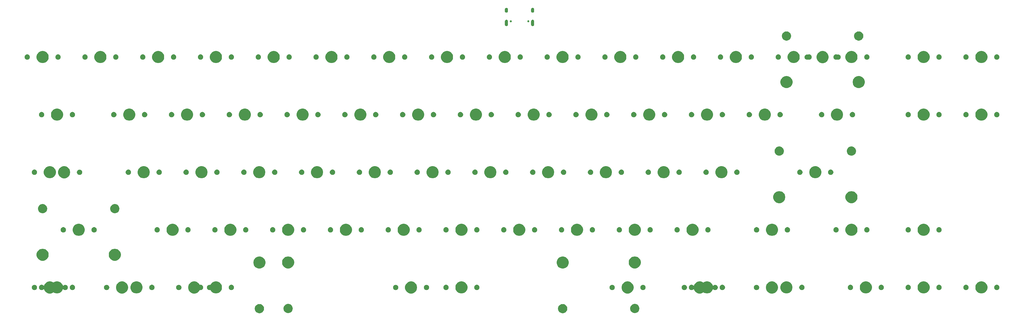
<source format=gbr>
G04 #@! TF.GenerationSoftware,KiCad,Pcbnew,(5.0.2)-1*
G04 #@! TF.CreationDate,2019-10-17T21:42:54+05:30*
G04 #@! TF.ProjectId,keyboard,6b657962-6f61-4726-942e-6b696361645f,rev?*
G04 #@! TF.SameCoordinates,Original*
G04 #@! TF.FileFunction,Soldermask,Top*
G04 #@! TF.FilePolarity,Negative*
%FSLAX46Y46*%
G04 Gerber Fmt 4.6, Leading zero omitted, Abs format (unit mm)*
G04 Created by KiCad (PCBNEW (5.0.2)-1) date 10/17/2019 9:42:54 PM*
%MOMM*%
%LPD*%
G01*
G04 APERTURE LIST*
%ADD10C,0.100000*%
G04 APERTURE END LIST*
D10*
G36*
X221748145Y-141480522D02*
X221944434Y-141519566D01*
X222221785Y-141634449D01*
X222471396Y-141801234D01*
X222683666Y-142013504D01*
X222683668Y-142013507D01*
X222850451Y-142263115D01*
X222965334Y-142540466D01*
X223023900Y-142834899D01*
X223023900Y-143135101D01*
X222965334Y-143429534D01*
X222864431Y-143673135D01*
X222850451Y-143706885D01*
X222683666Y-143956496D01*
X222471396Y-144168766D01*
X222471393Y-144168768D01*
X222221785Y-144335551D01*
X221944434Y-144450434D01*
X221748145Y-144489478D01*
X221650002Y-144509000D01*
X221349798Y-144509000D01*
X221251655Y-144489478D01*
X221055366Y-144450434D01*
X220778015Y-144335551D01*
X220528407Y-144168768D01*
X220528404Y-144168766D01*
X220316134Y-143956496D01*
X220149349Y-143706885D01*
X220135369Y-143673135D01*
X220034466Y-143429534D01*
X219975900Y-143135101D01*
X219975900Y-142834899D01*
X220034466Y-142540466D01*
X220149349Y-142263115D01*
X220316132Y-142013507D01*
X220316134Y-142013504D01*
X220528404Y-141801234D01*
X220778015Y-141634449D01*
X221055366Y-141519566D01*
X221251655Y-141480522D01*
X221349798Y-141461000D01*
X221650002Y-141461000D01*
X221748145Y-141480522D01*
X221748145Y-141480522D01*
G37*
G36*
X121748345Y-141480522D02*
X121944634Y-141519566D01*
X122221985Y-141634449D01*
X122471596Y-141801234D01*
X122683866Y-142013504D01*
X122683868Y-142013507D01*
X122850651Y-142263115D01*
X122965534Y-142540466D01*
X123024100Y-142834899D01*
X123024100Y-143135101D01*
X122965534Y-143429534D01*
X122864631Y-143673135D01*
X122850651Y-143706885D01*
X122683866Y-143956496D01*
X122471596Y-144168766D01*
X122471593Y-144168768D01*
X122221985Y-144335551D01*
X121944634Y-144450434D01*
X121748345Y-144489478D01*
X121650202Y-144509000D01*
X121349998Y-144509000D01*
X121251855Y-144489478D01*
X121055566Y-144450434D01*
X120778215Y-144335551D01*
X120528607Y-144168768D01*
X120528604Y-144168766D01*
X120316334Y-143956496D01*
X120149549Y-143706885D01*
X120135569Y-143673135D01*
X120034666Y-143429534D01*
X119976100Y-143135101D01*
X119976100Y-142834899D01*
X120034666Y-142540466D01*
X120149549Y-142263115D01*
X120316332Y-142013507D01*
X120316334Y-142013504D01*
X120528604Y-141801234D01*
X120778215Y-141634449D01*
X121055566Y-141519566D01*
X121251855Y-141480522D01*
X121349998Y-141461000D01*
X121650202Y-141461000D01*
X121748345Y-141480522D01*
X121748345Y-141480522D01*
G37*
G36*
X131216995Y-141446772D02*
X131413284Y-141485816D01*
X131690635Y-141600699D01*
X131940246Y-141767484D01*
X132152516Y-141979754D01*
X132152518Y-141979757D01*
X132319301Y-142229365D01*
X132434184Y-142506716D01*
X132492750Y-142801149D01*
X132492750Y-143101351D01*
X132434184Y-143395784D01*
X132420204Y-143429534D01*
X132319301Y-143673135D01*
X132152516Y-143922746D01*
X131940246Y-144135016D01*
X131940243Y-144135018D01*
X131690635Y-144301801D01*
X131413284Y-144416684D01*
X131243610Y-144450434D01*
X131118852Y-144475250D01*
X130818648Y-144475250D01*
X130693890Y-144450434D01*
X130524216Y-144416684D01*
X130246865Y-144301801D01*
X129997257Y-144135018D01*
X129997254Y-144135016D01*
X129784984Y-143922746D01*
X129618199Y-143673135D01*
X129517296Y-143429534D01*
X129503316Y-143395784D01*
X129444750Y-143101351D01*
X129444750Y-142801149D01*
X129503316Y-142506716D01*
X129618199Y-142229365D01*
X129784982Y-141979757D01*
X129784984Y-141979754D01*
X129997254Y-141767484D01*
X130246865Y-141600699D01*
X130524216Y-141485816D01*
X130720505Y-141446772D01*
X130818648Y-141427250D01*
X131118852Y-141427250D01*
X131216995Y-141446772D01*
X131216995Y-141446772D01*
G37*
G36*
X245516995Y-141446772D02*
X245713284Y-141485816D01*
X245990635Y-141600699D01*
X246240246Y-141767484D01*
X246452516Y-141979754D01*
X246452518Y-141979757D01*
X246619301Y-142229365D01*
X246734184Y-142506716D01*
X246792750Y-142801149D01*
X246792750Y-143101351D01*
X246734184Y-143395784D01*
X246720204Y-143429534D01*
X246619301Y-143673135D01*
X246452516Y-143922746D01*
X246240246Y-144135016D01*
X246240243Y-144135018D01*
X245990635Y-144301801D01*
X245713284Y-144416684D01*
X245543610Y-144450434D01*
X245418852Y-144475250D01*
X245118648Y-144475250D01*
X244993890Y-144450434D01*
X244824216Y-144416684D01*
X244546865Y-144301801D01*
X244297257Y-144135018D01*
X244297254Y-144135016D01*
X244084984Y-143922746D01*
X243918199Y-143673135D01*
X243817296Y-143429534D01*
X243803316Y-143395784D01*
X243744750Y-143101351D01*
X243744750Y-142801149D01*
X243803316Y-142506716D01*
X243918199Y-142229365D01*
X244084982Y-141979757D01*
X244084984Y-141979754D01*
X244297254Y-141767484D01*
X244546865Y-141600699D01*
X244824216Y-141485816D01*
X245020505Y-141446772D01*
X245118648Y-141427250D01*
X245418852Y-141427250D01*
X245516995Y-141446772D01*
X245516995Y-141446772D01*
G37*
G36*
X100581599Y-134082724D02*
X100944466Y-134233028D01*
X101271037Y-134451236D01*
X101548764Y-134728963D01*
X101766972Y-135055534D01*
X101766976Y-135055543D01*
X101767805Y-135056784D01*
X101783350Y-135075726D01*
X101802292Y-135091272D01*
X101823903Y-135102823D01*
X101847352Y-135109936D01*
X101871739Y-135112338D01*
X101896125Y-135109936D01*
X101990069Y-135091250D01*
X102162431Y-135091250D01*
X102331478Y-135124875D01*
X102490717Y-135190834D01*
X102634033Y-135286595D01*
X102755905Y-135408467D01*
X102851666Y-135551783D01*
X102917625Y-135711022D01*
X102951250Y-135880069D01*
X102951250Y-136052431D01*
X102917625Y-136221478D01*
X102851666Y-136380717D01*
X102755905Y-136524033D01*
X102634033Y-136645905D01*
X102490717Y-136741666D01*
X102331478Y-136807625D01*
X102162431Y-136841250D01*
X101990069Y-136841250D01*
X101924065Y-136828121D01*
X101899679Y-136825719D01*
X101875293Y-136828121D01*
X101851843Y-136835234D01*
X101830233Y-136846785D01*
X101811291Y-136862331D01*
X101795745Y-136881273D01*
X101784202Y-136902869D01*
X101766972Y-136944466D01*
X101548764Y-137271037D01*
X101271037Y-137548764D01*
X100944466Y-137766972D01*
X100581599Y-137917276D01*
X100196382Y-137993900D01*
X99803618Y-137993900D01*
X99418401Y-137917276D01*
X99055534Y-137766972D01*
X98728963Y-137548764D01*
X98451236Y-137271037D01*
X98233028Y-136944466D01*
X98082724Y-136581599D01*
X98006100Y-136196382D01*
X98006100Y-135803618D01*
X98082724Y-135418401D01*
X98233028Y-135055534D01*
X98451236Y-134728963D01*
X98728963Y-134451236D01*
X99055534Y-134233028D01*
X99418401Y-134082724D01*
X99803618Y-134006100D01*
X100196382Y-134006100D01*
X100581599Y-134082724D01*
X100581599Y-134082724D01*
G37*
G36*
X269662849Y-134048974D02*
X270025716Y-134199278D01*
X270352287Y-134417486D01*
X270630014Y-134695213D01*
X270848222Y-135021784D01*
X270973624Y-135324532D01*
X270985168Y-135346130D01*
X271000714Y-135365072D01*
X271019656Y-135380618D01*
X271041267Y-135392169D01*
X271064716Y-135399282D01*
X271089102Y-135401684D01*
X271113488Y-135399282D01*
X271136937Y-135392169D01*
X271158548Y-135380618D01*
X271177490Y-135365072D01*
X271222217Y-135320345D01*
X271365533Y-135224584D01*
X271524772Y-135158625D01*
X271693819Y-135125000D01*
X271866181Y-135125000D01*
X272035228Y-135158625D01*
X272194467Y-135224584D01*
X272337783Y-135320345D01*
X272459655Y-135442217D01*
X272555416Y-135585533D01*
X272621375Y-135744772D01*
X272655000Y-135913819D01*
X272655000Y-136086181D01*
X272621375Y-136255228D01*
X272555416Y-136414467D01*
X272459655Y-136557783D01*
X272337783Y-136679655D01*
X272194467Y-136775416D01*
X272035228Y-136841375D01*
X271866181Y-136875000D01*
X271693819Y-136875000D01*
X271524772Y-136841375D01*
X271365533Y-136775416D01*
X271222217Y-136679655D01*
X271157720Y-136615158D01*
X271138778Y-136599612D01*
X271117167Y-136588061D01*
X271093718Y-136580948D01*
X271069332Y-136578546D01*
X271044946Y-136580948D01*
X271021497Y-136588061D01*
X270999886Y-136599612D01*
X270980944Y-136615158D01*
X270965398Y-136634100D01*
X270953854Y-136655696D01*
X270848222Y-136910716D01*
X270630014Y-137237287D01*
X270352287Y-137515014D01*
X270025716Y-137733222D01*
X269662849Y-137883526D01*
X269277632Y-137960150D01*
X268884868Y-137960150D01*
X268499651Y-137883526D01*
X268136784Y-137733222D01*
X267985319Y-137632016D01*
X267963715Y-137620469D01*
X267940266Y-137613356D01*
X267915879Y-137610954D01*
X267891493Y-137613356D01*
X267868044Y-137620469D01*
X267846443Y-137632015D01*
X267644466Y-137766972D01*
X267281599Y-137917276D01*
X266896382Y-137993900D01*
X266503618Y-137993900D01*
X266118401Y-137917276D01*
X265755534Y-137766972D01*
X265428963Y-137548764D01*
X265151236Y-137271037D01*
X264933028Y-136944466D01*
X264807626Y-136641718D01*
X264796082Y-136620120D01*
X264780536Y-136601178D01*
X264761594Y-136585632D01*
X264739983Y-136574081D01*
X264716534Y-136566968D01*
X264692148Y-136564566D01*
X264667762Y-136566968D01*
X264644313Y-136574081D01*
X264622702Y-136585632D01*
X264603760Y-136601178D01*
X264559033Y-136645905D01*
X264415717Y-136741666D01*
X264256478Y-136807625D01*
X264087431Y-136841250D01*
X263915069Y-136841250D01*
X263746022Y-136807625D01*
X263586783Y-136741666D01*
X263443467Y-136645905D01*
X263321595Y-136524033D01*
X263225834Y-136380717D01*
X263159875Y-136221478D01*
X263126250Y-136052431D01*
X263126250Y-135880069D01*
X263159875Y-135711022D01*
X263225834Y-135551783D01*
X263321595Y-135408467D01*
X263443467Y-135286595D01*
X263586783Y-135190834D01*
X263746022Y-135124875D01*
X263915069Y-135091250D01*
X264087431Y-135091250D01*
X264256478Y-135124875D01*
X264415717Y-135190834D01*
X264559033Y-135286595D01*
X264623530Y-135351092D01*
X264642472Y-135366638D01*
X264664083Y-135378189D01*
X264687532Y-135385302D01*
X264711918Y-135387704D01*
X264736304Y-135385302D01*
X264759753Y-135378189D01*
X264781364Y-135366638D01*
X264800306Y-135351092D01*
X264815852Y-135332150D01*
X264827396Y-135310554D01*
X264933028Y-135055534D01*
X265151236Y-134728963D01*
X265428963Y-134451236D01*
X265755534Y-134233028D01*
X266118401Y-134082724D01*
X266503618Y-134006100D01*
X266896382Y-134006100D01*
X267281599Y-134082724D01*
X267644466Y-134233028D01*
X267795931Y-134334234D01*
X267817535Y-134345781D01*
X267840984Y-134352894D01*
X267865371Y-134355296D01*
X267889757Y-134352894D01*
X267913206Y-134345781D01*
X267934807Y-134334235D01*
X268136784Y-134199278D01*
X268499651Y-134048974D01*
X268884868Y-133972350D01*
X269277632Y-133972350D01*
X269662849Y-134048974D01*
X269662849Y-134048974D01*
G37*
G36*
X291081599Y-134082724D02*
X291444466Y-134233028D01*
X291771037Y-134451236D01*
X292048764Y-134728963D01*
X292266972Y-135055534D01*
X292417276Y-135418401D01*
X292493900Y-135803618D01*
X292493900Y-136196382D01*
X292417276Y-136581599D01*
X292266972Y-136944466D01*
X292048764Y-137271037D01*
X291771037Y-137548764D01*
X291444466Y-137766972D01*
X291081599Y-137917276D01*
X290696382Y-137993900D01*
X290303618Y-137993900D01*
X289918401Y-137917276D01*
X289555534Y-137766972D01*
X289228963Y-137548764D01*
X288951236Y-137271037D01*
X288733028Y-136944466D01*
X288582724Y-136581599D01*
X288506100Y-136196382D01*
X288506100Y-135803618D01*
X288582724Y-135418401D01*
X288733028Y-135055534D01*
X288951236Y-134728963D01*
X289228963Y-134451236D01*
X289555534Y-134233028D01*
X289918401Y-134082724D01*
X290303618Y-134006100D01*
X290696382Y-134006100D01*
X291081599Y-134082724D01*
X291081599Y-134082724D01*
G37*
G36*
X55350349Y-134048974D02*
X55713216Y-134199278D01*
X56039787Y-134417486D01*
X56317514Y-134695213D01*
X56535722Y-135021784D01*
X56664786Y-135333373D01*
X56676329Y-135354969D01*
X56691875Y-135373911D01*
X56710817Y-135389457D01*
X56732427Y-135401008D01*
X56755877Y-135408121D01*
X56780263Y-135410523D01*
X56804649Y-135408121D01*
X56828098Y-135401008D01*
X56849709Y-135389457D01*
X56868651Y-135373911D01*
X56922217Y-135320345D01*
X57065533Y-135224584D01*
X57224772Y-135158625D01*
X57393819Y-135125000D01*
X57566181Y-135125000D01*
X57735228Y-135158625D01*
X57894467Y-135224584D01*
X58037783Y-135320345D01*
X58159655Y-135442217D01*
X58255416Y-135585533D01*
X58321375Y-135744772D01*
X58355000Y-135913819D01*
X58355000Y-136086181D01*
X58321375Y-136255228D01*
X58255416Y-136414467D01*
X58159655Y-136557783D01*
X58037783Y-136679655D01*
X57894467Y-136775416D01*
X57735228Y-136841375D01*
X57566181Y-136875000D01*
X57393819Y-136875000D01*
X57224772Y-136841375D01*
X57065533Y-136775416D01*
X56922217Y-136679655D01*
X56848881Y-136606319D01*
X56829939Y-136590773D01*
X56808328Y-136579222D01*
X56784879Y-136572109D01*
X56760493Y-136569707D01*
X56736107Y-136572109D01*
X56712658Y-136579222D01*
X56691047Y-136590773D01*
X56672105Y-136606319D01*
X56656559Y-136625261D01*
X56645014Y-136646860D01*
X56535722Y-136910716D01*
X56317514Y-137237287D01*
X56039787Y-137515014D01*
X55713216Y-137733222D01*
X55350349Y-137883526D01*
X54965132Y-137960150D01*
X54572368Y-137960150D01*
X54187151Y-137883526D01*
X53824284Y-137733222D01*
X53679068Y-137636192D01*
X53657465Y-137624645D01*
X53634016Y-137617532D01*
X53609629Y-137615130D01*
X53585243Y-137617532D01*
X53561794Y-137624645D01*
X53540194Y-137636191D01*
X53344466Y-137766972D01*
X52981599Y-137917276D01*
X52596382Y-137993900D01*
X52203618Y-137993900D01*
X51818401Y-137917276D01*
X51455534Y-137766972D01*
X51128963Y-137548764D01*
X50851236Y-137271037D01*
X50633028Y-136944466D01*
X50503964Y-136632877D01*
X50492421Y-136611281D01*
X50476875Y-136592339D01*
X50457933Y-136576793D01*
X50436323Y-136565242D01*
X50412873Y-136558129D01*
X50388487Y-136555727D01*
X50364101Y-136558129D01*
X50340652Y-136565242D01*
X50319041Y-136576793D01*
X50300099Y-136592339D01*
X50246533Y-136645905D01*
X50103217Y-136741666D01*
X49943978Y-136807625D01*
X49774931Y-136841250D01*
X49602569Y-136841250D01*
X49433522Y-136807625D01*
X49274283Y-136741666D01*
X49130967Y-136645905D01*
X49009095Y-136524033D01*
X48913334Y-136380717D01*
X48847375Y-136221478D01*
X48813750Y-136052431D01*
X48813750Y-135880069D01*
X48847375Y-135711022D01*
X48913334Y-135551783D01*
X49009095Y-135408467D01*
X49130967Y-135286595D01*
X49274283Y-135190834D01*
X49433522Y-135124875D01*
X49602569Y-135091250D01*
X49774931Y-135091250D01*
X49943978Y-135124875D01*
X50103217Y-135190834D01*
X50246533Y-135286595D01*
X50319869Y-135359931D01*
X50338811Y-135375477D01*
X50360422Y-135387028D01*
X50383871Y-135394141D01*
X50408257Y-135396543D01*
X50432643Y-135394141D01*
X50456092Y-135387028D01*
X50477703Y-135375477D01*
X50496645Y-135359931D01*
X50512191Y-135340989D01*
X50523736Y-135319390D01*
X50633028Y-135055534D01*
X50851236Y-134728963D01*
X51128963Y-134451236D01*
X51455534Y-134233028D01*
X51818401Y-134082724D01*
X52203618Y-134006100D01*
X52596382Y-134006100D01*
X52981599Y-134082724D01*
X53344466Y-134233028D01*
X53489682Y-134330058D01*
X53511285Y-134341605D01*
X53534734Y-134348718D01*
X53559121Y-134351120D01*
X53583507Y-134348718D01*
X53606956Y-134341605D01*
X53628556Y-134330059D01*
X53824284Y-134199278D01*
X54187151Y-134048974D01*
X54572368Y-133972350D01*
X54965132Y-133972350D01*
X55350349Y-134048974D01*
X55350349Y-134048974D01*
G37*
G36*
X76781599Y-134082724D02*
X77144466Y-134233028D01*
X77471037Y-134451236D01*
X77748764Y-134728963D01*
X77966972Y-135055534D01*
X78117276Y-135418401D01*
X78193900Y-135803618D01*
X78193900Y-136196382D01*
X78117276Y-136581599D01*
X77966972Y-136944466D01*
X77748764Y-137271037D01*
X77471037Y-137548764D01*
X77144466Y-137766972D01*
X76781599Y-137917276D01*
X76396382Y-137993900D01*
X76003618Y-137993900D01*
X75618401Y-137917276D01*
X75255534Y-137766972D01*
X74928963Y-137548764D01*
X74651236Y-137271037D01*
X74433028Y-136944466D01*
X74282724Y-136581599D01*
X74206100Y-136196382D01*
X74206100Y-135803618D01*
X74282724Y-135418401D01*
X74433028Y-135055534D01*
X74651236Y-134728963D01*
X74928963Y-134451236D01*
X75255534Y-134233028D01*
X75618401Y-134082724D01*
X76003618Y-134006100D01*
X76396382Y-134006100D01*
X76781599Y-134082724D01*
X76781599Y-134082724D01*
G37*
G36*
X243481599Y-134082724D02*
X243844466Y-134233028D01*
X244171037Y-134451236D01*
X244448764Y-134728963D01*
X244666972Y-135055534D01*
X244817276Y-135418401D01*
X244893900Y-135803618D01*
X244893900Y-136196382D01*
X244817276Y-136581599D01*
X244666972Y-136944466D01*
X244448764Y-137271037D01*
X244171037Y-137548764D01*
X243844466Y-137766972D01*
X243481599Y-137917276D01*
X243096382Y-137993900D01*
X242703618Y-137993900D01*
X242318401Y-137917276D01*
X241955534Y-137766972D01*
X241628963Y-137548764D01*
X241351236Y-137271037D01*
X241133028Y-136944466D01*
X240982724Y-136581599D01*
X240906100Y-136196382D01*
X240906100Y-135803618D01*
X240982724Y-135418401D01*
X241133028Y-135055534D01*
X241351236Y-134728963D01*
X241628963Y-134451236D01*
X241955534Y-134233028D01*
X242318401Y-134082724D01*
X242703618Y-134006100D01*
X243096382Y-134006100D01*
X243481599Y-134082724D01*
X243481599Y-134082724D01*
G37*
G36*
X172081599Y-134082724D02*
X172444466Y-134233028D01*
X172771037Y-134451236D01*
X173048764Y-134728963D01*
X173266972Y-135055534D01*
X173417276Y-135418401D01*
X173493900Y-135803618D01*
X173493900Y-136196382D01*
X173417276Y-136581599D01*
X173266972Y-136944466D01*
X173048764Y-137271037D01*
X172771037Y-137548764D01*
X172444466Y-137766972D01*
X172081599Y-137917276D01*
X171696382Y-137993900D01*
X171303618Y-137993900D01*
X170918401Y-137917276D01*
X170555534Y-137766972D01*
X170228963Y-137548764D01*
X169951236Y-137271037D01*
X169733028Y-136944466D01*
X169582724Y-136581599D01*
X169506100Y-136196382D01*
X169506100Y-135803618D01*
X169582724Y-135418401D01*
X169733028Y-135055534D01*
X169951236Y-134728963D01*
X170228963Y-134451236D01*
X170555534Y-134233028D01*
X170918401Y-134082724D01*
X171303618Y-134006100D01*
X171696382Y-134006100D01*
X172081599Y-134082724D01*
X172081599Y-134082724D01*
G37*
G36*
X107737849Y-134048974D02*
X108100716Y-134199278D01*
X108427287Y-134417486D01*
X108705014Y-134695213D01*
X108923222Y-135021784D01*
X109073526Y-135384651D01*
X109150150Y-135769868D01*
X109150150Y-136162632D01*
X109073526Y-136547849D01*
X108923222Y-136910716D01*
X108705014Y-137237287D01*
X108427287Y-137515014D01*
X108100716Y-137733222D01*
X107737849Y-137883526D01*
X107352632Y-137960150D01*
X106959868Y-137960150D01*
X106574651Y-137883526D01*
X106211784Y-137733222D01*
X105885213Y-137515014D01*
X105607486Y-137237287D01*
X105389278Y-136910716D01*
X105389274Y-136910707D01*
X105388445Y-136909466D01*
X105372900Y-136890524D01*
X105353958Y-136874978D01*
X105332347Y-136863427D01*
X105308898Y-136856314D01*
X105284511Y-136853912D01*
X105260125Y-136856314D01*
X105166181Y-136875000D01*
X104993819Y-136875000D01*
X104824772Y-136841375D01*
X104665533Y-136775416D01*
X104522217Y-136679655D01*
X104400345Y-136557783D01*
X104304584Y-136414467D01*
X104238625Y-136255228D01*
X104205000Y-136086181D01*
X104205000Y-135913819D01*
X104238625Y-135744772D01*
X104304584Y-135585533D01*
X104400345Y-135442217D01*
X104522217Y-135320345D01*
X104665533Y-135224584D01*
X104824772Y-135158625D01*
X104993819Y-135125000D01*
X105166181Y-135125000D01*
X105232185Y-135138129D01*
X105256571Y-135140531D01*
X105280957Y-135138129D01*
X105304407Y-135131016D01*
X105326017Y-135119465D01*
X105344959Y-135103919D01*
X105360505Y-135084977D01*
X105372048Y-135063381D01*
X105389278Y-135021784D01*
X105607486Y-134695213D01*
X105885213Y-134417486D01*
X106211784Y-134199278D01*
X106574651Y-134048974D01*
X106959868Y-133972350D01*
X107352632Y-133972350D01*
X107737849Y-134048974D01*
X107737849Y-134048974D01*
G37*
G36*
X341100349Y-134048974D02*
X341463216Y-134199278D01*
X341789787Y-134417486D01*
X342067514Y-134695213D01*
X342285722Y-135021784D01*
X342436026Y-135384651D01*
X342512650Y-135769868D01*
X342512650Y-136162632D01*
X342436026Y-136547849D01*
X342285722Y-136910716D01*
X342067514Y-137237287D01*
X341789787Y-137515014D01*
X341463216Y-137733222D01*
X341100349Y-137883526D01*
X340715132Y-137960150D01*
X340322368Y-137960150D01*
X339937151Y-137883526D01*
X339574284Y-137733222D01*
X339247713Y-137515014D01*
X338969986Y-137237287D01*
X338751778Y-136910716D01*
X338601474Y-136547849D01*
X338524850Y-136162632D01*
X338524850Y-135769868D01*
X338601474Y-135384651D01*
X338751778Y-135021784D01*
X338969986Y-134695213D01*
X339247713Y-134417486D01*
X339574284Y-134199278D01*
X339937151Y-134048974D01*
X340322368Y-133972350D01*
X340715132Y-133972350D01*
X341100349Y-134048974D01*
X341100349Y-134048974D01*
G37*
G36*
X81544099Y-134048974D02*
X81906966Y-134199278D01*
X82233537Y-134417486D01*
X82511264Y-134695213D01*
X82729472Y-135021784D01*
X82879776Y-135384651D01*
X82956400Y-135769868D01*
X82956400Y-136162632D01*
X82879776Y-136547849D01*
X82729472Y-136910716D01*
X82511264Y-137237287D01*
X82233537Y-137515014D01*
X81906966Y-137733222D01*
X81544099Y-137883526D01*
X81158882Y-137960150D01*
X80766118Y-137960150D01*
X80380901Y-137883526D01*
X80018034Y-137733222D01*
X79691463Y-137515014D01*
X79413736Y-137237287D01*
X79195528Y-136910716D01*
X79045224Y-136547849D01*
X78968600Y-136162632D01*
X78968600Y-135769868D01*
X79045224Y-135384651D01*
X79195528Y-135021784D01*
X79413736Y-134695213D01*
X79691463Y-134417486D01*
X80018034Y-134199278D01*
X80380901Y-134048974D01*
X80766118Y-133972350D01*
X81158882Y-133972350D01*
X81544099Y-134048974D01*
X81544099Y-134048974D01*
G37*
G36*
X295856599Y-134048974D02*
X296219466Y-134199278D01*
X296546037Y-134417486D01*
X296823764Y-134695213D01*
X297041972Y-135021784D01*
X297192276Y-135384651D01*
X297268900Y-135769868D01*
X297268900Y-136162632D01*
X297192276Y-136547849D01*
X297041972Y-136910716D01*
X296823764Y-137237287D01*
X296546037Y-137515014D01*
X296219466Y-137733222D01*
X295856599Y-137883526D01*
X295471382Y-137960150D01*
X295078618Y-137960150D01*
X294693401Y-137883526D01*
X294330534Y-137733222D01*
X294003963Y-137515014D01*
X293726236Y-137237287D01*
X293508028Y-136910716D01*
X293357724Y-136547849D01*
X293281100Y-136162632D01*
X293281100Y-135769868D01*
X293357724Y-135384651D01*
X293508028Y-135021784D01*
X293726236Y-134695213D01*
X294003963Y-134417486D01*
X294330534Y-134199278D01*
X294693401Y-134048974D01*
X295078618Y-133972350D01*
X295471382Y-133972350D01*
X295856599Y-134048974D01*
X295856599Y-134048974D01*
G37*
G36*
X360150349Y-134048974D02*
X360513216Y-134199278D01*
X360839787Y-134417486D01*
X361117514Y-134695213D01*
X361335722Y-135021784D01*
X361486026Y-135384651D01*
X361562650Y-135769868D01*
X361562650Y-136162632D01*
X361486026Y-136547849D01*
X361335722Y-136910716D01*
X361117514Y-137237287D01*
X360839787Y-137515014D01*
X360513216Y-137733222D01*
X360150349Y-137883526D01*
X359765132Y-137960150D01*
X359372368Y-137960150D01*
X358987151Y-137883526D01*
X358624284Y-137733222D01*
X358297713Y-137515014D01*
X358019986Y-137237287D01*
X357801778Y-136910716D01*
X357651474Y-136547849D01*
X357574850Y-136162632D01*
X357574850Y-135769868D01*
X357651474Y-135384651D01*
X357801778Y-135021784D01*
X358019986Y-134695213D01*
X358297713Y-134417486D01*
X358624284Y-134199278D01*
X358987151Y-134048974D01*
X359372368Y-133972350D01*
X359765132Y-133972350D01*
X360150349Y-134048974D01*
X360150349Y-134048974D01*
G37*
G36*
X322050349Y-134048974D02*
X322413216Y-134199278D01*
X322739787Y-134417486D01*
X323017514Y-134695213D01*
X323235722Y-135021784D01*
X323386026Y-135384651D01*
X323462650Y-135769868D01*
X323462650Y-136162632D01*
X323386026Y-136547849D01*
X323235722Y-136910716D01*
X323017514Y-137237287D01*
X322739787Y-137515014D01*
X322413216Y-137733222D01*
X322050349Y-137883526D01*
X321665132Y-137960150D01*
X321272368Y-137960150D01*
X320887151Y-137883526D01*
X320524284Y-137733222D01*
X320197713Y-137515014D01*
X319919986Y-137237287D01*
X319701778Y-136910716D01*
X319551474Y-136547849D01*
X319474850Y-136162632D01*
X319474850Y-135769868D01*
X319551474Y-135384651D01*
X319701778Y-135021784D01*
X319919986Y-134695213D01*
X320197713Y-134417486D01*
X320524284Y-134199278D01*
X320887151Y-134048974D01*
X321272368Y-133972350D01*
X321665132Y-133972350D01*
X322050349Y-134048974D01*
X322050349Y-134048974D01*
G37*
G36*
X188700349Y-134048974D02*
X189063216Y-134199278D01*
X189389787Y-134417486D01*
X189667514Y-134695213D01*
X189885722Y-135021784D01*
X190036026Y-135384651D01*
X190112650Y-135769868D01*
X190112650Y-136162632D01*
X190036026Y-136547849D01*
X189885722Y-136910716D01*
X189667514Y-137237287D01*
X189389787Y-137515014D01*
X189063216Y-137733222D01*
X188700349Y-137883526D01*
X188315132Y-137960150D01*
X187922368Y-137960150D01*
X187537151Y-137883526D01*
X187174284Y-137733222D01*
X186847713Y-137515014D01*
X186569986Y-137237287D01*
X186351778Y-136910716D01*
X186201474Y-136547849D01*
X186124850Y-136162632D01*
X186124850Y-135769868D01*
X186201474Y-135384651D01*
X186351778Y-135021784D01*
X186569986Y-134695213D01*
X186847713Y-134417486D01*
X187174284Y-134199278D01*
X187537151Y-134048974D01*
X187922368Y-133972350D01*
X188315132Y-133972350D01*
X188700349Y-134048974D01*
X188700349Y-134048974D01*
G37*
G36*
X95175228Y-135158625D02*
X95334467Y-135224584D01*
X95477783Y-135320345D01*
X95599655Y-135442217D01*
X95695416Y-135585533D01*
X95761375Y-135744772D01*
X95795000Y-135913819D01*
X95795000Y-136086181D01*
X95761375Y-136255228D01*
X95695416Y-136414467D01*
X95599655Y-136557783D01*
X95477783Y-136679655D01*
X95334467Y-136775416D01*
X95175228Y-136841375D01*
X95006181Y-136875000D01*
X94833819Y-136875000D01*
X94664772Y-136841375D01*
X94505533Y-136775416D01*
X94362217Y-136679655D01*
X94240345Y-136557783D01*
X94144584Y-136414467D01*
X94078625Y-136255228D01*
X94045000Y-136086181D01*
X94045000Y-135913819D01*
X94078625Y-135744772D01*
X94144584Y-135585533D01*
X94240345Y-135442217D01*
X94362217Y-135320345D01*
X94505533Y-135224584D01*
X94664772Y-135158625D01*
X94833819Y-135125000D01*
X95006181Y-135125000D01*
X95175228Y-135158625D01*
X95175228Y-135158625D01*
G37*
G36*
X248235228Y-135158625D02*
X248394467Y-135224584D01*
X248537783Y-135320345D01*
X248659655Y-135442217D01*
X248755416Y-135585533D01*
X248821375Y-135744772D01*
X248855000Y-135913819D01*
X248855000Y-136086181D01*
X248821375Y-136255228D01*
X248755416Y-136414467D01*
X248659655Y-136557783D01*
X248537783Y-136679655D01*
X248394467Y-136775416D01*
X248235228Y-136841375D01*
X248066181Y-136875000D01*
X247893819Y-136875000D01*
X247724772Y-136841375D01*
X247565533Y-136775416D01*
X247422217Y-136679655D01*
X247300345Y-136557783D01*
X247204584Y-136414467D01*
X247138625Y-136255228D01*
X247105000Y-136086181D01*
X247105000Y-135913819D01*
X247138625Y-135744772D01*
X247204584Y-135585533D01*
X247300345Y-135442217D01*
X247422217Y-135320345D01*
X247565533Y-135224584D01*
X247724772Y-135158625D01*
X247893819Y-135125000D01*
X248066181Y-135125000D01*
X248235228Y-135158625D01*
X248235228Y-135158625D01*
G37*
G36*
X176835228Y-135158625D02*
X176994467Y-135224584D01*
X177137783Y-135320345D01*
X177259655Y-135442217D01*
X177355416Y-135585533D01*
X177421375Y-135744772D01*
X177455000Y-135913819D01*
X177455000Y-136086181D01*
X177421375Y-136255228D01*
X177355416Y-136414467D01*
X177259655Y-136557783D01*
X177137783Y-136679655D01*
X176994467Y-136775416D01*
X176835228Y-136841375D01*
X176666181Y-136875000D01*
X176493819Y-136875000D01*
X176324772Y-136841375D01*
X176165533Y-136775416D01*
X176022217Y-136679655D01*
X175900345Y-136557783D01*
X175804584Y-136414467D01*
X175738625Y-136255228D01*
X175705000Y-136086181D01*
X175705000Y-135913819D01*
X175738625Y-135744772D01*
X175804584Y-135585533D01*
X175900345Y-135442217D01*
X176022217Y-135320345D01*
X176165533Y-135224584D01*
X176324772Y-135158625D01*
X176493819Y-135125000D01*
X176666181Y-135125000D01*
X176835228Y-135158625D01*
X176835228Y-135158625D01*
G37*
G36*
X238075228Y-135158625D02*
X238234467Y-135224584D01*
X238377783Y-135320345D01*
X238499655Y-135442217D01*
X238595416Y-135585533D01*
X238661375Y-135744772D01*
X238695000Y-135913819D01*
X238695000Y-136086181D01*
X238661375Y-136255228D01*
X238595416Y-136414467D01*
X238499655Y-136557783D01*
X238377783Y-136679655D01*
X238234467Y-136775416D01*
X238075228Y-136841375D01*
X237906181Y-136875000D01*
X237733819Y-136875000D01*
X237564772Y-136841375D01*
X237405533Y-136775416D01*
X237262217Y-136679655D01*
X237140345Y-136557783D01*
X237044584Y-136414467D01*
X236978625Y-136255228D01*
X236945000Y-136086181D01*
X236945000Y-135913819D01*
X236978625Y-135744772D01*
X237044584Y-135585533D01*
X237140345Y-135442217D01*
X237262217Y-135320345D01*
X237405533Y-135224584D01*
X237564772Y-135158625D01*
X237733819Y-135125000D01*
X237906181Y-135125000D01*
X238075228Y-135158625D01*
X238075228Y-135158625D01*
G37*
G36*
X261875228Y-135158625D02*
X262034467Y-135224584D01*
X262177783Y-135320345D01*
X262299655Y-135442217D01*
X262395416Y-135585533D01*
X262461375Y-135744772D01*
X262495000Y-135913819D01*
X262495000Y-136086181D01*
X262461375Y-136255228D01*
X262395416Y-136414467D01*
X262299655Y-136557783D01*
X262177783Y-136679655D01*
X262034467Y-136775416D01*
X261875228Y-136841375D01*
X261706181Y-136875000D01*
X261533819Y-136875000D01*
X261364772Y-136841375D01*
X261205533Y-136775416D01*
X261062217Y-136679655D01*
X260940345Y-136557783D01*
X260844584Y-136414467D01*
X260778625Y-136255228D01*
X260745000Y-136086181D01*
X260745000Y-135913819D01*
X260778625Y-135744772D01*
X260844584Y-135585533D01*
X260940345Y-135442217D01*
X261062217Y-135320345D01*
X261205533Y-135224584D01*
X261364772Y-135158625D01*
X261533819Y-135125000D01*
X261706181Y-135125000D01*
X261875228Y-135158625D01*
X261875228Y-135158625D01*
G37*
G36*
X47575228Y-135158625D02*
X47734467Y-135224584D01*
X47877783Y-135320345D01*
X47999655Y-135442217D01*
X48095416Y-135585533D01*
X48161375Y-135744772D01*
X48195000Y-135913819D01*
X48195000Y-136086181D01*
X48161375Y-136255228D01*
X48095416Y-136414467D01*
X47999655Y-136557783D01*
X47877783Y-136679655D01*
X47734467Y-136775416D01*
X47575228Y-136841375D01*
X47406181Y-136875000D01*
X47233819Y-136875000D01*
X47064772Y-136841375D01*
X46905533Y-136775416D01*
X46762217Y-136679655D01*
X46640345Y-136557783D01*
X46544584Y-136414467D01*
X46478625Y-136255228D01*
X46445000Y-136086181D01*
X46445000Y-135913819D01*
X46478625Y-135744772D01*
X46544584Y-135585533D01*
X46640345Y-135442217D01*
X46762217Y-135320345D01*
X46905533Y-135224584D01*
X47064772Y-135158625D01*
X47233819Y-135125000D01*
X47406181Y-135125000D01*
X47575228Y-135158625D01*
X47575228Y-135158625D01*
G37*
G36*
X166675228Y-135158625D02*
X166834467Y-135224584D01*
X166977783Y-135320345D01*
X167099655Y-135442217D01*
X167195416Y-135585533D01*
X167261375Y-135744772D01*
X167295000Y-135913819D01*
X167295000Y-136086181D01*
X167261375Y-136255228D01*
X167195416Y-136414467D01*
X167099655Y-136557783D01*
X166977783Y-136679655D01*
X166834467Y-136775416D01*
X166675228Y-136841375D01*
X166506181Y-136875000D01*
X166333819Y-136875000D01*
X166164772Y-136841375D01*
X166005533Y-136775416D01*
X165862217Y-136679655D01*
X165740345Y-136557783D01*
X165644584Y-136414467D01*
X165578625Y-136255228D01*
X165545000Y-136086181D01*
X165545000Y-135913819D01*
X165578625Y-135744772D01*
X165644584Y-135585533D01*
X165740345Y-135442217D01*
X165862217Y-135320345D01*
X166005533Y-135224584D01*
X166164772Y-135158625D01*
X166333819Y-135125000D01*
X166506181Y-135125000D01*
X166675228Y-135158625D01*
X166675228Y-135158625D01*
G37*
G36*
X285675228Y-135158625D02*
X285834467Y-135224584D01*
X285977783Y-135320345D01*
X286099655Y-135442217D01*
X286195416Y-135585533D01*
X286261375Y-135744772D01*
X286295000Y-135913819D01*
X286295000Y-136086181D01*
X286261375Y-136255228D01*
X286195416Y-136414467D01*
X286099655Y-136557783D01*
X285977783Y-136679655D01*
X285834467Y-136775416D01*
X285675228Y-136841375D01*
X285506181Y-136875000D01*
X285333819Y-136875000D01*
X285164772Y-136841375D01*
X285005533Y-136775416D01*
X284862217Y-136679655D01*
X284740345Y-136557783D01*
X284644584Y-136414467D01*
X284578625Y-136255228D01*
X284545000Y-136086181D01*
X284545000Y-135913819D01*
X284578625Y-135744772D01*
X284644584Y-135585533D01*
X284740345Y-135442217D01*
X284862217Y-135320345D01*
X285005533Y-135224584D01*
X285164772Y-135158625D01*
X285333819Y-135125000D01*
X285506181Y-135125000D01*
X285675228Y-135158625D01*
X285675228Y-135158625D01*
G37*
G36*
X71375228Y-135158625D02*
X71534467Y-135224584D01*
X71677783Y-135320345D01*
X71799655Y-135442217D01*
X71895416Y-135585533D01*
X71961375Y-135744772D01*
X71995000Y-135913819D01*
X71995000Y-136086181D01*
X71961375Y-136255228D01*
X71895416Y-136414467D01*
X71799655Y-136557783D01*
X71677783Y-136679655D01*
X71534467Y-136775416D01*
X71375228Y-136841375D01*
X71206181Y-136875000D01*
X71033819Y-136875000D01*
X70864772Y-136841375D01*
X70705533Y-136775416D01*
X70562217Y-136679655D01*
X70440345Y-136557783D01*
X70344584Y-136414467D01*
X70278625Y-136255228D01*
X70245000Y-136086181D01*
X70245000Y-135913819D01*
X70278625Y-135744772D01*
X70344584Y-135585533D01*
X70440345Y-135442217D01*
X70562217Y-135320345D01*
X70705533Y-135224584D01*
X70864772Y-135158625D01*
X71033819Y-135125000D01*
X71206181Y-135125000D01*
X71375228Y-135158625D01*
X71375228Y-135158625D01*
G37*
G36*
X316643978Y-135124875D02*
X316803217Y-135190834D01*
X316946533Y-135286595D01*
X317068405Y-135408467D01*
X317164166Y-135551783D01*
X317230125Y-135711022D01*
X317263750Y-135880069D01*
X317263750Y-136052431D01*
X317230125Y-136221478D01*
X317164166Y-136380717D01*
X317068405Y-136524033D01*
X316946533Y-136645905D01*
X316803217Y-136741666D01*
X316643978Y-136807625D01*
X316474931Y-136841250D01*
X316302569Y-136841250D01*
X316133522Y-136807625D01*
X315974283Y-136741666D01*
X315830967Y-136645905D01*
X315709095Y-136524033D01*
X315613334Y-136380717D01*
X315547375Y-136221478D01*
X315513750Y-136052431D01*
X315513750Y-135880069D01*
X315547375Y-135711022D01*
X315613334Y-135551783D01*
X315709095Y-135408467D01*
X315830967Y-135286595D01*
X315974283Y-135190834D01*
X316133522Y-135124875D01*
X316302569Y-135091250D01*
X316474931Y-135091250D01*
X316643978Y-135124875D01*
X316643978Y-135124875D01*
G37*
G36*
X112491478Y-135124875D02*
X112650717Y-135190834D01*
X112794033Y-135286595D01*
X112915905Y-135408467D01*
X113011666Y-135551783D01*
X113077625Y-135711022D01*
X113111250Y-135880069D01*
X113111250Y-136052431D01*
X113077625Y-136221478D01*
X113011666Y-136380717D01*
X112915905Y-136524033D01*
X112794033Y-136645905D01*
X112650717Y-136741666D01*
X112491478Y-136807625D01*
X112322431Y-136841250D01*
X112150069Y-136841250D01*
X111981022Y-136807625D01*
X111821783Y-136741666D01*
X111678467Y-136645905D01*
X111556595Y-136524033D01*
X111460834Y-136380717D01*
X111394875Y-136221478D01*
X111361250Y-136052431D01*
X111361250Y-135880069D01*
X111394875Y-135711022D01*
X111460834Y-135551783D01*
X111556595Y-135408467D01*
X111678467Y-135286595D01*
X111821783Y-135190834D01*
X111981022Y-135124875D01*
X112150069Y-135091250D01*
X112322431Y-135091250D01*
X112491478Y-135124875D01*
X112491478Y-135124875D01*
G37*
G36*
X183293978Y-135124875D02*
X183453217Y-135190834D01*
X183596533Y-135286595D01*
X183718405Y-135408467D01*
X183814166Y-135551783D01*
X183880125Y-135711022D01*
X183913750Y-135880069D01*
X183913750Y-136052431D01*
X183880125Y-136221478D01*
X183814166Y-136380717D01*
X183718405Y-136524033D01*
X183596533Y-136645905D01*
X183453217Y-136741666D01*
X183293978Y-136807625D01*
X183124931Y-136841250D01*
X182952569Y-136841250D01*
X182783522Y-136807625D01*
X182624283Y-136741666D01*
X182480967Y-136645905D01*
X182359095Y-136524033D01*
X182263334Y-136380717D01*
X182197375Y-136221478D01*
X182163750Y-136052431D01*
X182163750Y-135880069D01*
X182197375Y-135711022D01*
X182263334Y-135551783D01*
X182359095Y-135408467D01*
X182480967Y-135286595D01*
X182624283Y-135190834D01*
X182783522Y-135124875D01*
X182952569Y-135091250D01*
X183124931Y-135091250D01*
X183293978Y-135124875D01*
X183293978Y-135124875D01*
G37*
G36*
X193453978Y-135124875D02*
X193613217Y-135190834D01*
X193756533Y-135286595D01*
X193878405Y-135408467D01*
X193974166Y-135551783D01*
X194040125Y-135711022D01*
X194073750Y-135880069D01*
X194073750Y-136052431D01*
X194040125Y-136221478D01*
X193974166Y-136380717D01*
X193878405Y-136524033D01*
X193756533Y-136645905D01*
X193613217Y-136741666D01*
X193453978Y-136807625D01*
X193284931Y-136841250D01*
X193112569Y-136841250D01*
X192943522Y-136807625D01*
X192784283Y-136741666D01*
X192640967Y-136645905D01*
X192519095Y-136524033D01*
X192423334Y-136380717D01*
X192357375Y-136221478D01*
X192323750Y-136052431D01*
X192323750Y-135880069D01*
X192357375Y-135711022D01*
X192423334Y-135551783D01*
X192519095Y-135408467D01*
X192640967Y-135286595D01*
X192784283Y-135190834D01*
X192943522Y-135124875D01*
X193112569Y-135091250D01*
X193284931Y-135091250D01*
X193453978Y-135124875D01*
X193453978Y-135124875D01*
G37*
G36*
X86297728Y-135124875D02*
X86456967Y-135190834D01*
X86600283Y-135286595D01*
X86722155Y-135408467D01*
X86817916Y-135551783D01*
X86883875Y-135711022D01*
X86917500Y-135880069D01*
X86917500Y-136052431D01*
X86883875Y-136221478D01*
X86817916Y-136380717D01*
X86722155Y-136524033D01*
X86600283Y-136645905D01*
X86456967Y-136741666D01*
X86297728Y-136807625D01*
X86128681Y-136841250D01*
X85956319Y-136841250D01*
X85787272Y-136807625D01*
X85628033Y-136741666D01*
X85484717Y-136645905D01*
X85362845Y-136524033D01*
X85267084Y-136380717D01*
X85201125Y-136221478D01*
X85167500Y-136052431D01*
X85167500Y-135880069D01*
X85201125Y-135711022D01*
X85267084Y-135551783D01*
X85362845Y-135408467D01*
X85484717Y-135286595D01*
X85628033Y-135190834D01*
X85787272Y-135124875D01*
X85956319Y-135091250D01*
X86128681Y-135091250D01*
X86297728Y-135124875D01*
X86297728Y-135124875D01*
G37*
G36*
X274416478Y-135124875D02*
X274575717Y-135190834D01*
X274719033Y-135286595D01*
X274840905Y-135408467D01*
X274936666Y-135551783D01*
X275002625Y-135711022D01*
X275036250Y-135880069D01*
X275036250Y-136052431D01*
X275002625Y-136221478D01*
X274936666Y-136380717D01*
X274840905Y-136524033D01*
X274719033Y-136645905D01*
X274575717Y-136741666D01*
X274416478Y-136807625D01*
X274247431Y-136841250D01*
X274075069Y-136841250D01*
X273906022Y-136807625D01*
X273746783Y-136741666D01*
X273603467Y-136645905D01*
X273481595Y-136524033D01*
X273385834Y-136380717D01*
X273319875Y-136221478D01*
X273286250Y-136052431D01*
X273286250Y-135880069D01*
X273319875Y-135711022D01*
X273385834Y-135551783D01*
X273481595Y-135408467D01*
X273603467Y-135286595D01*
X273746783Y-135190834D01*
X273906022Y-135124875D01*
X274075069Y-135091250D01*
X274247431Y-135091250D01*
X274416478Y-135124875D01*
X274416478Y-135124875D01*
G37*
G36*
X300610228Y-135124875D02*
X300769467Y-135190834D01*
X300912783Y-135286595D01*
X301034655Y-135408467D01*
X301130416Y-135551783D01*
X301196375Y-135711022D01*
X301230000Y-135880069D01*
X301230000Y-136052431D01*
X301196375Y-136221478D01*
X301130416Y-136380717D01*
X301034655Y-136524033D01*
X300912783Y-136645905D01*
X300769467Y-136741666D01*
X300610228Y-136807625D01*
X300441181Y-136841250D01*
X300268819Y-136841250D01*
X300099772Y-136807625D01*
X299940533Y-136741666D01*
X299797217Y-136645905D01*
X299675345Y-136524033D01*
X299579584Y-136380717D01*
X299513625Y-136221478D01*
X299480000Y-136052431D01*
X299480000Y-135880069D01*
X299513625Y-135711022D01*
X299579584Y-135551783D01*
X299675345Y-135408467D01*
X299797217Y-135286595D01*
X299940533Y-135190834D01*
X300099772Y-135124875D01*
X300268819Y-135091250D01*
X300441181Y-135091250D01*
X300610228Y-135124875D01*
X300610228Y-135124875D01*
G37*
G36*
X326803978Y-135124875D02*
X326963217Y-135190834D01*
X327106533Y-135286595D01*
X327228405Y-135408467D01*
X327324166Y-135551783D01*
X327390125Y-135711022D01*
X327423750Y-135880069D01*
X327423750Y-136052431D01*
X327390125Y-136221478D01*
X327324166Y-136380717D01*
X327228405Y-136524033D01*
X327106533Y-136645905D01*
X326963217Y-136741666D01*
X326803978Y-136807625D01*
X326634931Y-136841250D01*
X326462569Y-136841250D01*
X326293522Y-136807625D01*
X326134283Y-136741666D01*
X325990967Y-136645905D01*
X325869095Y-136524033D01*
X325773334Y-136380717D01*
X325707375Y-136221478D01*
X325673750Y-136052431D01*
X325673750Y-135880069D01*
X325707375Y-135711022D01*
X325773334Y-135551783D01*
X325869095Y-135408467D01*
X325990967Y-135286595D01*
X326134283Y-135190834D01*
X326293522Y-135124875D01*
X326462569Y-135091250D01*
X326634931Y-135091250D01*
X326803978Y-135124875D01*
X326803978Y-135124875D01*
G37*
G36*
X335693978Y-135124875D02*
X335853217Y-135190834D01*
X335996533Y-135286595D01*
X336118405Y-135408467D01*
X336214166Y-135551783D01*
X336280125Y-135711022D01*
X336313750Y-135880069D01*
X336313750Y-136052431D01*
X336280125Y-136221478D01*
X336214166Y-136380717D01*
X336118405Y-136524033D01*
X335996533Y-136645905D01*
X335853217Y-136741666D01*
X335693978Y-136807625D01*
X335524931Y-136841250D01*
X335352569Y-136841250D01*
X335183522Y-136807625D01*
X335024283Y-136741666D01*
X334880967Y-136645905D01*
X334759095Y-136524033D01*
X334663334Y-136380717D01*
X334597375Y-136221478D01*
X334563750Y-136052431D01*
X334563750Y-135880069D01*
X334597375Y-135711022D01*
X334663334Y-135551783D01*
X334759095Y-135408467D01*
X334880967Y-135286595D01*
X335024283Y-135190834D01*
X335183522Y-135124875D01*
X335352569Y-135091250D01*
X335524931Y-135091250D01*
X335693978Y-135124875D01*
X335693978Y-135124875D01*
G37*
G36*
X345853978Y-135124875D02*
X346013217Y-135190834D01*
X346156533Y-135286595D01*
X346278405Y-135408467D01*
X346374166Y-135551783D01*
X346440125Y-135711022D01*
X346473750Y-135880069D01*
X346473750Y-136052431D01*
X346440125Y-136221478D01*
X346374166Y-136380717D01*
X346278405Y-136524033D01*
X346156533Y-136645905D01*
X346013217Y-136741666D01*
X345853978Y-136807625D01*
X345684931Y-136841250D01*
X345512569Y-136841250D01*
X345343522Y-136807625D01*
X345184283Y-136741666D01*
X345040967Y-136645905D01*
X344919095Y-136524033D01*
X344823334Y-136380717D01*
X344757375Y-136221478D01*
X344723750Y-136052431D01*
X344723750Y-135880069D01*
X344757375Y-135711022D01*
X344823334Y-135551783D01*
X344919095Y-135408467D01*
X345040967Y-135286595D01*
X345184283Y-135190834D01*
X345343522Y-135124875D01*
X345512569Y-135091250D01*
X345684931Y-135091250D01*
X345853978Y-135124875D01*
X345853978Y-135124875D01*
G37*
G36*
X364903978Y-135124875D02*
X365063217Y-135190834D01*
X365206533Y-135286595D01*
X365328405Y-135408467D01*
X365424166Y-135551783D01*
X365490125Y-135711022D01*
X365523750Y-135880069D01*
X365523750Y-136052431D01*
X365490125Y-136221478D01*
X365424166Y-136380717D01*
X365328405Y-136524033D01*
X365206533Y-136645905D01*
X365063217Y-136741666D01*
X364903978Y-136807625D01*
X364734931Y-136841250D01*
X364562569Y-136841250D01*
X364393522Y-136807625D01*
X364234283Y-136741666D01*
X364090967Y-136645905D01*
X363969095Y-136524033D01*
X363873334Y-136380717D01*
X363807375Y-136221478D01*
X363773750Y-136052431D01*
X363773750Y-135880069D01*
X363807375Y-135711022D01*
X363873334Y-135551783D01*
X363969095Y-135408467D01*
X364090967Y-135286595D01*
X364234283Y-135190834D01*
X364393522Y-135124875D01*
X364562569Y-135091250D01*
X364734931Y-135091250D01*
X364903978Y-135124875D01*
X364903978Y-135124875D01*
G37*
G36*
X60103978Y-135124875D02*
X60263217Y-135190834D01*
X60406533Y-135286595D01*
X60528405Y-135408467D01*
X60624166Y-135551783D01*
X60690125Y-135711022D01*
X60723750Y-135880069D01*
X60723750Y-136052431D01*
X60690125Y-136221478D01*
X60624166Y-136380717D01*
X60528405Y-136524033D01*
X60406533Y-136645905D01*
X60263217Y-136741666D01*
X60103978Y-136807625D01*
X59934931Y-136841250D01*
X59762569Y-136841250D01*
X59593522Y-136807625D01*
X59434283Y-136741666D01*
X59290967Y-136645905D01*
X59169095Y-136524033D01*
X59073334Y-136380717D01*
X59007375Y-136221478D01*
X58973750Y-136052431D01*
X58973750Y-135880069D01*
X59007375Y-135711022D01*
X59073334Y-135551783D01*
X59169095Y-135408467D01*
X59290967Y-135286595D01*
X59434283Y-135190834D01*
X59593522Y-135124875D01*
X59762569Y-135091250D01*
X59934931Y-135091250D01*
X60103978Y-135124875D01*
X60103978Y-135124875D01*
G37*
G36*
X354743978Y-135124875D02*
X354903217Y-135190834D01*
X355046533Y-135286595D01*
X355168405Y-135408467D01*
X355264166Y-135551783D01*
X355330125Y-135711022D01*
X355363750Y-135880069D01*
X355363750Y-136052431D01*
X355330125Y-136221478D01*
X355264166Y-136380717D01*
X355168405Y-136524033D01*
X355046533Y-136645905D01*
X354903217Y-136741666D01*
X354743978Y-136807625D01*
X354574931Y-136841250D01*
X354402569Y-136841250D01*
X354233522Y-136807625D01*
X354074283Y-136741666D01*
X353930967Y-136645905D01*
X353809095Y-136524033D01*
X353713334Y-136380717D01*
X353647375Y-136221478D01*
X353613750Y-136052431D01*
X353613750Y-135880069D01*
X353647375Y-135711022D01*
X353713334Y-135551783D01*
X353809095Y-135408467D01*
X353930967Y-135286595D01*
X354074283Y-135190834D01*
X354233522Y-135124875D01*
X354402569Y-135091250D01*
X354574931Y-135091250D01*
X354743978Y-135124875D01*
X354743978Y-135124875D01*
G37*
G36*
X222081499Y-125827724D02*
X222444366Y-125978028D01*
X222770937Y-126196236D01*
X223048664Y-126473963D01*
X223266872Y-126800534D01*
X223417176Y-127163401D01*
X223493800Y-127548618D01*
X223493800Y-127941382D01*
X223417176Y-128326599D01*
X223266872Y-128689466D01*
X223048664Y-129016037D01*
X222770937Y-129293764D01*
X222444366Y-129511972D01*
X222081499Y-129662276D01*
X221696282Y-129738900D01*
X221303518Y-129738900D01*
X220918301Y-129662276D01*
X220555434Y-129511972D01*
X220228863Y-129293764D01*
X219951136Y-129016037D01*
X219732928Y-128689466D01*
X219582624Y-128326599D01*
X219506000Y-127941382D01*
X219506000Y-127548618D01*
X219582624Y-127163401D01*
X219732928Y-126800534D01*
X219951136Y-126473963D01*
X220228863Y-126196236D01*
X220555434Y-125978028D01*
X220918301Y-125827724D01*
X221303518Y-125751100D01*
X221696282Y-125751100D01*
X222081499Y-125827724D01*
X222081499Y-125827724D01*
G37*
G36*
X122081699Y-125827724D02*
X122444566Y-125978028D01*
X122771137Y-126196236D01*
X123048864Y-126473963D01*
X123267072Y-126800534D01*
X123417376Y-127163401D01*
X123494000Y-127548618D01*
X123494000Y-127941382D01*
X123417376Y-128326599D01*
X123267072Y-128689466D01*
X123048864Y-129016037D01*
X122771137Y-129293764D01*
X122444566Y-129511972D01*
X122081699Y-129662276D01*
X121696482Y-129738900D01*
X121303718Y-129738900D01*
X120918501Y-129662276D01*
X120555634Y-129511972D01*
X120229063Y-129293764D01*
X119951336Y-129016037D01*
X119733128Y-128689466D01*
X119582824Y-128326599D01*
X119506200Y-127941382D01*
X119506200Y-127548618D01*
X119582824Y-127163401D01*
X119733128Y-126800534D01*
X119951336Y-126473963D01*
X120229063Y-126196236D01*
X120555634Y-125978028D01*
X120918501Y-125827724D01*
X121303718Y-125751100D01*
X121696482Y-125751100D01*
X122081699Y-125827724D01*
X122081699Y-125827724D01*
G37*
G36*
X245850349Y-125793974D02*
X246213216Y-125944278D01*
X246539787Y-126162486D01*
X246817514Y-126440213D01*
X247035722Y-126766784D01*
X247186026Y-127129651D01*
X247262650Y-127514868D01*
X247262650Y-127907632D01*
X247186026Y-128292849D01*
X247035722Y-128655716D01*
X246817514Y-128982287D01*
X246539787Y-129260014D01*
X246213216Y-129478222D01*
X245850349Y-129628526D01*
X245465132Y-129705150D01*
X245072368Y-129705150D01*
X244687151Y-129628526D01*
X244324284Y-129478222D01*
X243997713Y-129260014D01*
X243719986Y-128982287D01*
X243501778Y-128655716D01*
X243351474Y-128292849D01*
X243274850Y-127907632D01*
X243274850Y-127514868D01*
X243351474Y-127129651D01*
X243501778Y-126766784D01*
X243719986Y-126440213D01*
X243997713Y-126162486D01*
X244324284Y-125944278D01*
X244687151Y-125793974D01*
X245072368Y-125717350D01*
X245465132Y-125717350D01*
X245850349Y-125793974D01*
X245850349Y-125793974D01*
G37*
G36*
X131550349Y-125793974D02*
X131913216Y-125944278D01*
X132239787Y-126162486D01*
X132517514Y-126440213D01*
X132735722Y-126766784D01*
X132886026Y-127129651D01*
X132962650Y-127514868D01*
X132962650Y-127907632D01*
X132886026Y-128292849D01*
X132735722Y-128655716D01*
X132517514Y-128982287D01*
X132239787Y-129260014D01*
X131913216Y-129478222D01*
X131550349Y-129628526D01*
X131165132Y-129705150D01*
X130772368Y-129705150D01*
X130387151Y-129628526D01*
X130024284Y-129478222D01*
X129697713Y-129260014D01*
X129419986Y-128982287D01*
X129201778Y-128655716D01*
X129051474Y-128292849D01*
X128974850Y-127907632D01*
X128974850Y-127514868D01*
X129051474Y-127129651D01*
X129201778Y-126766784D01*
X129419986Y-126440213D01*
X129697713Y-126162486D01*
X130024284Y-125944278D01*
X130387151Y-125793974D01*
X130772368Y-125717350D01*
X131165132Y-125717350D01*
X131550349Y-125793974D01*
X131550349Y-125793974D01*
G37*
G36*
X74400349Y-123253974D02*
X74763216Y-123404278D01*
X75089787Y-123622486D01*
X75367514Y-123900213D01*
X75585722Y-124226784D01*
X75736026Y-124589651D01*
X75812650Y-124974868D01*
X75812650Y-125367632D01*
X75736026Y-125752849D01*
X75585722Y-126115716D01*
X75367514Y-126442287D01*
X75089787Y-126720014D01*
X74763216Y-126938222D01*
X74400349Y-127088526D01*
X74015132Y-127165150D01*
X73622368Y-127165150D01*
X73237151Y-127088526D01*
X72874284Y-126938222D01*
X72547713Y-126720014D01*
X72269986Y-126442287D01*
X72051778Y-126115716D01*
X71901474Y-125752849D01*
X71824850Y-125367632D01*
X71824850Y-124974868D01*
X71901474Y-124589651D01*
X72051778Y-124226784D01*
X72269986Y-123900213D01*
X72547713Y-123622486D01*
X72874284Y-123404278D01*
X73237151Y-123253974D01*
X73622368Y-123177350D01*
X74015132Y-123177350D01*
X74400349Y-123253974D01*
X74400349Y-123253974D01*
G37*
G36*
X50587849Y-123253974D02*
X50950716Y-123404278D01*
X51277287Y-123622486D01*
X51555014Y-123900213D01*
X51773222Y-124226784D01*
X51923526Y-124589651D01*
X52000150Y-124974868D01*
X52000150Y-125367632D01*
X51923526Y-125752849D01*
X51773222Y-126115716D01*
X51555014Y-126442287D01*
X51277287Y-126720014D01*
X50950716Y-126938222D01*
X50587849Y-127088526D01*
X50202632Y-127165150D01*
X49809868Y-127165150D01*
X49424651Y-127088526D01*
X49061784Y-126938222D01*
X48735213Y-126720014D01*
X48457486Y-126442287D01*
X48239278Y-126115716D01*
X48088974Y-125752849D01*
X48012350Y-125367632D01*
X48012350Y-124974868D01*
X48088974Y-124589651D01*
X48239278Y-124226784D01*
X48457486Y-123900213D01*
X48735213Y-123622486D01*
X49061784Y-123404278D01*
X49424651Y-123253974D01*
X49809868Y-123177350D01*
X50202632Y-123177350D01*
X50587849Y-123253974D01*
X50587849Y-123253974D01*
G37*
G36*
X169650349Y-114998974D02*
X170013216Y-115149278D01*
X170339787Y-115367486D01*
X170617514Y-115645213D01*
X170835722Y-115971784D01*
X170986026Y-116334651D01*
X171062650Y-116719868D01*
X171062650Y-117112632D01*
X170986026Y-117497849D01*
X170835722Y-117860716D01*
X170617514Y-118187287D01*
X170339787Y-118465014D01*
X170013216Y-118683222D01*
X169650349Y-118833526D01*
X169265132Y-118910150D01*
X168872368Y-118910150D01*
X168487151Y-118833526D01*
X168124284Y-118683222D01*
X167797713Y-118465014D01*
X167519986Y-118187287D01*
X167301778Y-117860716D01*
X167151474Y-117497849D01*
X167074850Y-117112632D01*
X167074850Y-116719868D01*
X167151474Y-116334651D01*
X167301778Y-115971784D01*
X167519986Y-115645213D01*
X167797713Y-115367486D01*
X168124284Y-115149278D01*
X168487151Y-114998974D01*
X168872368Y-114922350D01*
X169265132Y-114922350D01*
X169650349Y-114998974D01*
X169650349Y-114998974D01*
G37*
G36*
X150600349Y-114998974D02*
X150963216Y-115149278D01*
X151289787Y-115367486D01*
X151567514Y-115645213D01*
X151785722Y-115971784D01*
X151936026Y-116334651D01*
X152012650Y-116719868D01*
X152012650Y-117112632D01*
X151936026Y-117497849D01*
X151785722Y-117860716D01*
X151567514Y-118187287D01*
X151289787Y-118465014D01*
X150963216Y-118683222D01*
X150600349Y-118833526D01*
X150215132Y-118910150D01*
X149822368Y-118910150D01*
X149437151Y-118833526D01*
X149074284Y-118683222D01*
X148747713Y-118465014D01*
X148469986Y-118187287D01*
X148251778Y-117860716D01*
X148101474Y-117497849D01*
X148024850Y-117112632D01*
X148024850Y-116719868D01*
X148101474Y-116334651D01*
X148251778Y-115971784D01*
X148469986Y-115645213D01*
X148747713Y-115367486D01*
X149074284Y-115149278D01*
X149437151Y-114998974D01*
X149822368Y-114922350D01*
X150215132Y-114922350D01*
X150600349Y-114998974D01*
X150600349Y-114998974D01*
G37*
G36*
X317287849Y-114998974D02*
X317650716Y-115149278D01*
X317977287Y-115367486D01*
X318255014Y-115645213D01*
X318473222Y-115971784D01*
X318623526Y-116334651D01*
X318700150Y-116719868D01*
X318700150Y-117112632D01*
X318623526Y-117497849D01*
X318473222Y-117860716D01*
X318255014Y-118187287D01*
X317977287Y-118465014D01*
X317650716Y-118683222D01*
X317287849Y-118833526D01*
X316902632Y-118910150D01*
X316509868Y-118910150D01*
X316124651Y-118833526D01*
X315761784Y-118683222D01*
X315435213Y-118465014D01*
X315157486Y-118187287D01*
X314939278Y-117860716D01*
X314788974Y-117497849D01*
X314712350Y-117112632D01*
X314712350Y-116719868D01*
X314788974Y-116334651D01*
X314939278Y-115971784D01*
X315157486Y-115645213D01*
X315435213Y-115367486D01*
X315761784Y-115149278D01*
X316124651Y-114998974D01*
X316509868Y-114922350D01*
X316902632Y-114922350D01*
X317287849Y-114998974D01*
X317287849Y-114998974D01*
G37*
G36*
X112500349Y-114998974D02*
X112863216Y-115149278D01*
X113189787Y-115367486D01*
X113467514Y-115645213D01*
X113685722Y-115971784D01*
X113836026Y-116334651D01*
X113912650Y-116719868D01*
X113912650Y-117112632D01*
X113836026Y-117497849D01*
X113685722Y-117860716D01*
X113467514Y-118187287D01*
X113189787Y-118465014D01*
X112863216Y-118683222D01*
X112500349Y-118833526D01*
X112115132Y-118910150D01*
X111722368Y-118910150D01*
X111337151Y-118833526D01*
X110974284Y-118683222D01*
X110647713Y-118465014D01*
X110369986Y-118187287D01*
X110151778Y-117860716D01*
X110001474Y-117497849D01*
X109924850Y-117112632D01*
X109924850Y-116719868D01*
X110001474Y-116334651D01*
X110151778Y-115971784D01*
X110369986Y-115645213D01*
X110647713Y-115367486D01*
X110974284Y-115149278D01*
X111337151Y-114998974D01*
X111722368Y-114922350D01*
X112115132Y-114922350D01*
X112500349Y-114998974D01*
X112500349Y-114998974D01*
G37*
G36*
X93450349Y-114998974D02*
X93813216Y-115149278D01*
X94139787Y-115367486D01*
X94417514Y-115645213D01*
X94635722Y-115971784D01*
X94786026Y-116334651D01*
X94862650Y-116719868D01*
X94862650Y-117112632D01*
X94786026Y-117497849D01*
X94635722Y-117860716D01*
X94417514Y-118187287D01*
X94139787Y-118465014D01*
X93813216Y-118683222D01*
X93450349Y-118833526D01*
X93065132Y-118910150D01*
X92672368Y-118910150D01*
X92287151Y-118833526D01*
X91924284Y-118683222D01*
X91597713Y-118465014D01*
X91319986Y-118187287D01*
X91101778Y-117860716D01*
X90951474Y-117497849D01*
X90874850Y-117112632D01*
X90874850Y-116719868D01*
X90951474Y-116334651D01*
X91101778Y-115971784D01*
X91319986Y-115645213D01*
X91597713Y-115367486D01*
X91924284Y-115149278D01*
X92287151Y-114998974D01*
X92672368Y-114922350D01*
X93065132Y-114922350D01*
X93450349Y-114998974D01*
X93450349Y-114998974D01*
G37*
G36*
X245850349Y-114998974D02*
X246213216Y-115149278D01*
X246539787Y-115367486D01*
X246817514Y-115645213D01*
X247035722Y-115971784D01*
X247186026Y-116334651D01*
X247262650Y-116719868D01*
X247262650Y-117112632D01*
X247186026Y-117497849D01*
X247035722Y-117860716D01*
X246817514Y-118187287D01*
X246539787Y-118465014D01*
X246213216Y-118683222D01*
X245850349Y-118833526D01*
X245465132Y-118910150D01*
X245072368Y-118910150D01*
X244687151Y-118833526D01*
X244324284Y-118683222D01*
X243997713Y-118465014D01*
X243719986Y-118187287D01*
X243501778Y-117860716D01*
X243351474Y-117497849D01*
X243274850Y-117112632D01*
X243274850Y-116719868D01*
X243351474Y-116334651D01*
X243501778Y-115971784D01*
X243719986Y-115645213D01*
X243997713Y-115367486D01*
X244324284Y-115149278D01*
X244687151Y-114998974D01*
X245072368Y-114922350D01*
X245465132Y-114922350D01*
X245850349Y-114998974D01*
X245850349Y-114998974D01*
G37*
G36*
X226800349Y-114998974D02*
X227163216Y-115149278D01*
X227489787Y-115367486D01*
X227767514Y-115645213D01*
X227985722Y-115971784D01*
X228136026Y-116334651D01*
X228212650Y-116719868D01*
X228212650Y-117112632D01*
X228136026Y-117497849D01*
X227985722Y-117860716D01*
X227767514Y-118187287D01*
X227489787Y-118465014D01*
X227163216Y-118683222D01*
X226800349Y-118833526D01*
X226415132Y-118910150D01*
X226022368Y-118910150D01*
X225637151Y-118833526D01*
X225274284Y-118683222D01*
X224947713Y-118465014D01*
X224669986Y-118187287D01*
X224451778Y-117860716D01*
X224301474Y-117497849D01*
X224224850Y-117112632D01*
X224224850Y-116719868D01*
X224301474Y-116334651D01*
X224451778Y-115971784D01*
X224669986Y-115645213D01*
X224947713Y-115367486D01*
X225274284Y-115149278D01*
X225637151Y-114998974D01*
X226022368Y-114922350D01*
X226415132Y-114922350D01*
X226800349Y-114998974D01*
X226800349Y-114998974D01*
G37*
G36*
X188700349Y-114998974D02*
X189063216Y-115149278D01*
X189389787Y-115367486D01*
X189667514Y-115645213D01*
X189885722Y-115971784D01*
X190036026Y-116334651D01*
X190112650Y-116719868D01*
X190112650Y-117112632D01*
X190036026Y-117497849D01*
X189885722Y-117860716D01*
X189667514Y-118187287D01*
X189389787Y-118465014D01*
X189063216Y-118683222D01*
X188700349Y-118833526D01*
X188315132Y-118910150D01*
X187922368Y-118910150D01*
X187537151Y-118833526D01*
X187174284Y-118683222D01*
X186847713Y-118465014D01*
X186569986Y-118187287D01*
X186351778Y-117860716D01*
X186201474Y-117497849D01*
X186124850Y-117112632D01*
X186124850Y-116719868D01*
X186201474Y-116334651D01*
X186351778Y-115971784D01*
X186569986Y-115645213D01*
X186847713Y-115367486D01*
X187174284Y-115149278D01*
X187537151Y-114998974D01*
X187922368Y-114922350D01*
X188315132Y-114922350D01*
X188700349Y-114998974D01*
X188700349Y-114998974D01*
G37*
G36*
X131550349Y-114998974D02*
X131913216Y-115149278D01*
X132239787Y-115367486D01*
X132517514Y-115645213D01*
X132735722Y-115971784D01*
X132886026Y-116334651D01*
X132962650Y-116719868D01*
X132962650Y-117112632D01*
X132886026Y-117497849D01*
X132735722Y-117860716D01*
X132517514Y-118187287D01*
X132239787Y-118465014D01*
X131913216Y-118683222D01*
X131550349Y-118833526D01*
X131165132Y-118910150D01*
X130772368Y-118910150D01*
X130387151Y-118833526D01*
X130024284Y-118683222D01*
X129697713Y-118465014D01*
X129419986Y-118187287D01*
X129201778Y-117860716D01*
X129051474Y-117497849D01*
X128974850Y-117112632D01*
X128974850Y-116719868D01*
X129051474Y-116334651D01*
X129201778Y-115971784D01*
X129419986Y-115645213D01*
X129697713Y-115367486D01*
X130024284Y-115149278D01*
X130387151Y-114998974D01*
X130772368Y-114922350D01*
X131165132Y-114922350D01*
X131550349Y-114998974D01*
X131550349Y-114998974D01*
G37*
G36*
X207750349Y-114998974D02*
X208113216Y-115149278D01*
X208439787Y-115367486D01*
X208717514Y-115645213D01*
X208935722Y-115971784D01*
X209086026Y-116334651D01*
X209162650Y-116719868D01*
X209162650Y-117112632D01*
X209086026Y-117497849D01*
X208935722Y-117860716D01*
X208717514Y-118187287D01*
X208439787Y-118465014D01*
X208113216Y-118683222D01*
X207750349Y-118833526D01*
X207365132Y-118910150D01*
X206972368Y-118910150D01*
X206587151Y-118833526D01*
X206224284Y-118683222D01*
X205897713Y-118465014D01*
X205619986Y-118187287D01*
X205401778Y-117860716D01*
X205251474Y-117497849D01*
X205174850Y-117112632D01*
X205174850Y-116719868D01*
X205251474Y-116334651D01*
X205401778Y-115971784D01*
X205619986Y-115645213D01*
X205897713Y-115367486D01*
X206224284Y-115149278D01*
X206587151Y-114998974D01*
X206972368Y-114922350D01*
X207365132Y-114922350D01*
X207750349Y-114998974D01*
X207750349Y-114998974D01*
G37*
G36*
X341100349Y-114998974D02*
X341463216Y-115149278D01*
X341789787Y-115367486D01*
X342067514Y-115645213D01*
X342285722Y-115971784D01*
X342436026Y-116334651D01*
X342512650Y-116719868D01*
X342512650Y-117112632D01*
X342436026Y-117497849D01*
X342285722Y-117860716D01*
X342067514Y-118187287D01*
X341789787Y-118465014D01*
X341463216Y-118683222D01*
X341100349Y-118833526D01*
X340715132Y-118910150D01*
X340322368Y-118910150D01*
X339937151Y-118833526D01*
X339574284Y-118683222D01*
X339247713Y-118465014D01*
X338969986Y-118187287D01*
X338751778Y-117860716D01*
X338601474Y-117497849D01*
X338524850Y-117112632D01*
X338524850Y-116719868D01*
X338601474Y-116334651D01*
X338751778Y-115971784D01*
X338969986Y-115645213D01*
X339247713Y-115367486D01*
X339574284Y-115149278D01*
X339937151Y-114998974D01*
X340322368Y-114922350D01*
X340715132Y-114922350D01*
X341100349Y-114998974D01*
X341100349Y-114998974D01*
G37*
G36*
X291094099Y-114998974D02*
X291456966Y-115149278D01*
X291783537Y-115367486D01*
X292061264Y-115645213D01*
X292279472Y-115971784D01*
X292429776Y-116334651D01*
X292506400Y-116719868D01*
X292506400Y-117112632D01*
X292429776Y-117497849D01*
X292279472Y-117860716D01*
X292061264Y-118187287D01*
X291783537Y-118465014D01*
X291456966Y-118683222D01*
X291094099Y-118833526D01*
X290708882Y-118910150D01*
X290316118Y-118910150D01*
X289930901Y-118833526D01*
X289568034Y-118683222D01*
X289241463Y-118465014D01*
X288963736Y-118187287D01*
X288745528Y-117860716D01*
X288595224Y-117497849D01*
X288518600Y-117112632D01*
X288518600Y-116719868D01*
X288595224Y-116334651D01*
X288745528Y-115971784D01*
X288963736Y-115645213D01*
X289241463Y-115367486D01*
X289568034Y-115149278D01*
X289930901Y-114998974D01*
X290316118Y-114922350D01*
X290708882Y-114922350D01*
X291094099Y-114998974D01*
X291094099Y-114998974D01*
G37*
G36*
X62494099Y-114998974D02*
X62856966Y-115149278D01*
X63183537Y-115367486D01*
X63461264Y-115645213D01*
X63679472Y-115971784D01*
X63829776Y-116334651D01*
X63906400Y-116719868D01*
X63906400Y-117112632D01*
X63829776Y-117497849D01*
X63679472Y-117860716D01*
X63461264Y-118187287D01*
X63183537Y-118465014D01*
X62856966Y-118683222D01*
X62494099Y-118833526D01*
X62108882Y-118910150D01*
X61716118Y-118910150D01*
X61330901Y-118833526D01*
X60968034Y-118683222D01*
X60641463Y-118465014D01*
X60363736Y-118187287D01*
X60145528Y-117860716D01*
X59995224Y-117497849D01*
X59918600Y-117112632D01*
X59918600Y-116719868D01*
X59995224Y-116334651D01*
X60145528Y-115971784D01*
X60363736Y-115645213D01*
X60641463Y-115367486D01*
X60968034Y-115149278D01*
X61330901Y-114998974D01*
X61716118Y-114922350D01*
X62108882Y-114922350D01*
X62494099Y-114998974D01*
X62494099Y-114998974D01*
G37*
G36*
X264900349Y-114998974D02*
X265263216Y-115149278D01*
X265589787Y-115367486D01*
X265867514Y-115645213D01*
X266085722Y-115971784D01*
X266236026Y-116334651D01*
X266312650Y-116719868D01*
X266312650Y-117112632D01*
X266236026Y-117497849D01*
X266085722Y-117860716D01*
X265867514Y-118187287D01*
X265589787Y-118465014D01*
X265263216Y-118683222D01*
X264900349Y-118833526D01*
X264515132Y-118910150D01*
X264122368Y-118910150D01*
X263737151Y-118833526D01*
X263374284Y-118683222D01*
X263047713Y-118465014D01*
X262769986Y-118187287D01*
X262551778Y-117860716D01*
X262401474Y-117497849D01*
X262324850Y-117112632D01*
X262324850Y-116719868D01*
X262401474Y-116334651D01*
X262551778Y-115971784D01*
X262769986Y-115645213D01*
X263047713Y-115367486D01*
X263374284Y-115149278D01*
X263737151Y-114998974D01*
X264122368Y-114922350D01*
X264515132Y-114922350D01*
X264900349Y-114998974D01*
X264900349Y-114998974D01*
G37*
G36*
X117253978Y-116074875D02*
X117413217Y-116140834D01*
X117556533Y-116236595D01*
X117678405Y-116358467D01*
X117774166Y-116501783D01*
X117840125Y-116661022D01*
X117873750Y-116830069D01*
X117873750Y-117002431D01*
X117840125Y-117171478D01*
X117774166Y-117330717D01*
X117678405Y-117474033D01*
X117556533Y-117595905D01*
X117413217Y-117691666D01*
X117253978Y-117757625D01*
X117084931Y-117791250D01*
X116912569Y-117791250D01*
X116743522Y-117757625D01*
X116584283Y-117691666D01*
X116440967Y-117595905D01*
X116319095Y-117474033D01*
X116223334Y-117330717D01*
X116157375Y-117171478D01*
X116123750Y-117002431D01*
X116123750Y-116830069D01*
X116157375Y-116661022D01*
X116223334Y-116501783D01*
X116319095Y-116358467D01*
X116440967Y-116236595D01*
X116584283Y-116140834D01*
X116743522Y-116074875D01*
X116912569Y-116041250D01*
X117084931Y-116041250D01*
X117253978Y-116074875D01*
X117253978Y-116074875D01*
G37*
G36*
X335693978Y-116074875D02*
X335853217Y-116140834D01*
X335996533Y-116236595D01*
X336118405Y-116358467D01*
X336214166Y-116501783D01*
X336280125Y-116661022D01*
X336313750Y-116830069D01*
X336313750Y-117002431D01*
X336280125Y-117171478D01*
X336214166Y-117330717D01*
X336118405Y-117474033D01*
X335996533Y-117595905D01*
X335853217Y-117691666D01*
X335693978Y-117757625D01*
X335524931Y-117791250D01*
X335352569Y-117791250D01*
X335183522Y-117757625D01*
X335024283Y-117691666D01*
X334880967Y-117595905D01*
X334759095Y-117474033D01*
X334663334Y-117330717D01*
X334597375Y-117171478D01*
X334563750Y-117002431D01*
X334563750Y-116830069D01*
X334597375Y-116661022D01*
X334663334Y-116501783D01*
X334759095Y-116358467D01*
X334880967Y-116236595D01*
X335024283Y-116140834D01*
X335183522Y-116074875D01*
X335352569Y-116041250D01*
X335524931Y-116041250D01*
X335693978Y-116074875D01*
X335693978Y-116074875D01*
G37*
G36*
X145193978Y-116074875D02*
X145353217Y-116140834D01*
X145496533Y-116236595D01*
X145618405Y-116358467D01*
X145714166Y-116501783D01*
X145780125Y-116661022D01*
X145813750Y-116830069D01*
X145813750Y-117002431D01*
X145780125Y-117171478D01*
X145714166Y-117330717D01*
X145618405Y-117474033D01*
X145496533Y-117595905D01*
X145353217Y-117691666D01*
X145193978Y-117757625D01*
X145024931Y-117791250D01*
X144852569Y-117791250D01*
X144683522Y-117757625D01*
X144524283Y-117691666D01*
X144380967Y-117595905D01*
X144259095Y-117474033D01*
X144163334Y-117330717D01*
X144097375Y-117171478D01*
X144063750Y-117002431D01*
X144063750Y-116830069D01*
X144097375Y-116661022D01*
X144163334Y-116501783D01*
X144259095Y-116358467D01*
X144380967Y-116236595D01*
X144524283Y-116140834D01*
X144683522Y-116074875D01*
X144852569Y-116041250D01*
X145024931Y-116041250D01*
X145193978Y-116074875D01*
X145193978Y-116074875D01*
G37*
G36*
X155353978Y-116074875D02*
X155513217Y-116140834D01*
X155656533Y-116236595D01*
X155778405Y-116358467D01*
X155874166Y-116501783D01*
X155940125Y-116661022D01*
X155973750Y-116830069D01*
X155973750Y-117002431D01*
X155940125Y-117171478D01*
X155874166Y-117330717D01*
X155778405Y-117474033D01*
X155656533Y-117595905D01*
X155513217Y-117691666D01*
X155353978Y-117757625D01*
X155184931Y-117791250D01*
X155012569Y-117791250D01*
X154843522Y-117757625D01*
X154684283Y-117691666D01*
X154540967Y-117595905D01*
X154419095Y-117474033D01*
X154323334Y-117330717D01*
X154257375Y-117171478D01*
X154223750Y-117002431D01*
X154223750Y-116830069D01*
X154257375Y-116661022D01*
X154323334Y-116501783D01*
X154419095Y-116358467D01*
X154540967Y-116236595D01*
X154684283Y-116140834D01*
X154843522Y-116074875D01*
X155012569Y-116041250D01*
X155184931Y-116041250D01*
X155353978Y-116074875D01*
X155353978Y-116074875D01*
G37*
G36*
X183293978Y-116074875D02*
X183453217Y-116140834D01*
X183596533Y-116236595D01*
X183718405Y-116358467D01*
X183814166Y-116501783D01*
X183880125Y-116661022D01*
X183913750Y-116830069D01*
X183913750Y-117002431D01*
X183880125Y-117171478D01*
X183814166Y-117330717D01*
X183718405Y-117474033D01*
X183596533Y-117595905D01*
X183453217Y-117691666D01*
X183293978Y-117757625D01*
X183124931Y-117791250D01*
X182952569Y-117791250D01*
X182783522Y-117757625D01*
X182624283Y-117691666D01*
X182480967Y-117595905D01*
X182359095Y-117474033D01*
X182263334Y-117330717D01*
X182197375Y-117171478D01*
X182163750Y-117002431D01*
X182163750Y-116830069D01*
X182197375Y-116661022D01*
X182263334Y-116501783D01*
X182359095Y-116358467D01*
X182480967Y-116236595D01*
X182624283Y-116140834D01*
X182783522Y-116074875D01*
X182952569Y-116041250D01*
X183124931Y-116041250D01*
X183293978Y-116074875D01*
X183293978Y-116074875D01*
G37*
G36*
X193453978Y-116074875D02*
X193613217Y-116140834D01*
X193756533Y-116236595D01*
X193878405Y-116358467D01*
X193974166Y-116501783D01*
X194040125Y-116661022D01*
X194073750Y-116830069D01*
X194073750Y-117002431D01*
X194040125Y-117171478D01*
X193974166Y-117330717D01*
X193878405Y-117474033D01*
X193756533Y-117595905D01*
X193613217Y-117691666D01*
X193453978Y-117757625D01*
X193284931Y-117791250D01*
X193112569Y-117791250D01*
X192943522Y-117757625D01*
X192784283Y-117691666D01*
X192640967Y-117595905D01*
X192519095Y-117474033D01*
X192423334Y-117330717D01*
X192357375Y-117171478D01*
X192323750Y-117002431D01*
X192323750Y-116830069D01*
X192357375Y-116661022D01*
X192423334Y-116501783D01*
X192519095Y-116358467D01*
X192640967Y-116236595D01*
X192784283Y-116140834D01*
X192943522Y-116074875D01*
X193112569Y-116041250D01*
X193284931Y-116041250D01*
X193453978Y-116074875D01*
X193453978Y-116074875D01*
G37*
G36*
X259493978Y-116074875D02*
X259653217Y-116140834D01*
X259796533Y-116236595D01*
X259918405Y-116358467D01*
X260014166Y-116501783D01*
X260080125Y-116661022D01*
X260113750Y-116830069D01*
X260113750Y-117002431D01*
X260080125Y-117171478D01*
X260014166Y-117330717D01*
X259918405Y-117474033D01*
X259796533Y-117595905D01*
X259653217Y-117691666D01*
X259493978Y-117757625D01*
X259324931Y-117791250D01*
X259152569Y-117791250D01*
X258983522Y-117757625D01*
X258824283Y-117691666D01*
X258680967Y-117595905D01*
X258559095Y-117474033D01*
X258463334Y-117330717D01*
X258397375Y-117171478D01*
X258363750Y-117002431D01*
X258363750Y-116830069D01*
X258397375Y-116661022D01*
X258463334Y-116501783D01*
X258559095Y-116358467D01*
X258680967Y-116236595D01*
X258824283Y-116140834D01*
X258983522Y-116074875D01*
X259152569Y-116041250D01*
X259324931Y-116041250D01*
X259493978Y-116074875D01*
X259493978Y-116074875D01*
G37*
G36*
X269653978Y-116074875D02*
X269813217Y-116140834D01*
X269956533Y-116236595D01*
X270078405Y-116358467D01*
X270174166Y-116501783D01*
X270240125Y-116661022D01*
X270273750Y-116830069D01*
X270273750Y-117002431D01*
X270240125Y-117171478D01*
X270174166Y-117330717D01*
X270078405Y-117474033D01*
X269956533Y-117595905D01*
X269813217Y-117691666D01*
X269653978Y-117757625D01*
X269484931Y-117791250D01*
X269312569Y-117791250D01*
X269143522Y-117757625D01*
X268984283Y-117691666D01*
X268840967Y-117595905D01*
X268719095Y-117474033D01*
X268623334Y-117330717D01*
X268557375Y-117171478D01*
X268523750Y-117002431D01*
X268523750Y-116830069D01*
X268557375Y-116661022D01*
X268623334Y-116501783D01*
X268719095Y-116358467D01*
X268840967Y-116236595D01*
X268984283Y-116140834D01*
X269143522Y-116074875D01*
X269312569Y-116041250D01*
X269484931Y-116041250D01*
X269653978Y-116074875D01*
X269653978Y-116074875D01*
G37*
G36*
X285687728Y-116074875D02*
X285846967Y-116140834D01*
X285990283Y-116236595D01*
X286112155Y-116358467D01*
X286207916Y-116501783D01*
X286273875Y-116661022D01*
X286307500Y-116830069D01*
X286307500Y-117002431D01*
X286273875Y-117171478D01*
X286207916Y-117330717D01*
X286112155Y-117474033D01*
X285990283Y-117595905D01*
X285846967Y-117691666D01*
X285687728Y-117757625D01*
X285518681Y-117791250D01*
X285346319Y-117791250D01*
X285177272Y-117757625D01*
X285018033Y-117691666D01*
X284874717Y-117595905D01*
X284752845Y-117474033D01*
X284657084Y-117330717D01*
X284591125Y-117171478D01*
X284557500Y-117002431D01*
X284557500Y-116830069D01*
X284591125Y-116661022D01*
X284657084Y-116501783D01*
X284752845Y-116358467D01*
X284874717Y-116236595D01*
X285018033Y-116140834D01*
X285177272Y-116074875D01*
X285346319Y-116041250D01*
X285518681Y-116041250D01*
X285687728Y-116074875D01*
X285687728Y-116074875D01*
G37*
G36*
X295847728Y-116074875D02*
X296006967Y-116140834D01*
X296150283Y-116236595D01*
X296272155Y-116358467D01*
X296367916Y-116501783D01*
X296433875Y-116661022D01*
X296467500Y-116830069D01*
X296467500Y-117002431D01*
X296433875Y-117171478D01*
X296367916Y-117330717D01*
X296272155Y-117474033D01*
X296150283Y-117595905D01*
X296006967Y-117691666D01*
X295847728Y-117757625D01*
X295678681Y-117791250D01*
X295506319Y-117791250D01*
X295337272Y-117757625D01*
X295178033Y-117691666D01*
X295034717Y-117595905D01*
X294912845Y-117474033D01*
X294817084Y-117330717D01*
X294751125Y-117171478D01*
X294717500Y-117002431D01*
X294717500Y-116830069D01*
X294751125Y-116661022D01*
X294817084Y-116501783D01*
X294912845Y-116358467D01*
X295034717Y-116236595D01*
X295178033Y-116140834D01*
X295337272Y-116074875D01*
X295506319Y-116041250D01*
X295678681Y-116041250D01*
X295847728Y-116074875D01*
X295847728Y-116074875D01*
G37*
G36*
X345853978Y-116074875D02*
X346013217Y-116140834D01*
X346156533Y-116236595D01*
X346278405Y-116358467D01*
X346374166Y-116501783D01*
X346440125Y-116661022D01*
X346473750Y-116830069D01*
X346473750Y-117002431D01*
X346440125Y-117171478D01*
X346374166Y-117330717D01*
X346278405Y-117474033D01*
X346156533Y-117595905D01*
X346013217Y-117691666D01*
X345853978Y-117757625D01*
X345684931Y-117791250D01*
X345512569Y-117791250D01*
X345343522Y-117757625D01*
X345184283Y-117691666D01*
X345040967Y-117595905D01*
X344919095Y-117474033D01*
X344823334Y-117330717D01*
X344757375Y-117171478D01*
X344723750Y-117002431D01*
X344723750Y-116830069D01*
X344757375Y-116661022D01*
X344823334Y-116501783D01*
X344919095Y-116358467D01*
X345040967Y-116236595D01*
X345184283Y-116140834D01*
X345343522Y-116074875D01*
X345512569Y-116041250D01*
X345684931Y-116041250D01*
X345853978Y-116074875D01*
X345853978Y-116074875D01*
G37*
G36*
X67247728Y-116074875D02*
X67406967Y-116140834D01*
X67550283Y-116236595D01*
X67672155Y-116358467D01*
X67767916Y-116501783D01*
X67833875Y-116661022D01*
X67867500Y-116830069D01*
X67867500Y-117002431D01*
X67833875Y-117171478D01*
X67767916Y-117330717D01*
X67672155Y-117474033D01*
X67550283Y-117595905D01*
X67406967Y-117691666D01*
X67247728Y-117757625D01*
X67078681Y-117791250D01*
X66906319Y-117791250D01*
X66737272Y-117757625D01*
X66578033Y-117691666D01*
X66434717Y-117595905D01*
X66312845Y-117474033D01*
X66217084Y-117330717D01*
X66151125Y-117171478D01*
X66117500Y-117002431D01*
X66117500Y-116830069D01*
X66151125Y-116661022D01*
X66217084Y-116501783D01*
X66312845Y-116358467D01*
X66434717Y-116236595D01*
X66578033Y-116140834D01*
X66737272Y-116074875D01*
X66906319Y-116041250D01*
X67078681Y-116041250D01*
X67247728Y-116074875D01*
X67247728Y-116074875D01*
G37*
G36*
X57087728Y-116074875D02*
X57246967Y-116140834D01*
X57390283Y-116236595D01*
X57512155Y-116358467D01*
X57607916Y-116501783D01*
X57673875Y-116661022D01*
X57707500Y-116830069D01*
X57707500Y-117002431D01*
X57673875Y-117171478D01*
X57607916Y-117330717D01*
X57512155Y-117474033D01*
X57390283Y-117595905D01*
X57246967Y-117691666D01*
X57087728Y-117757625D01*
X56918681Y-117791250D01*
X56746319Y-117791250D01*
X56577272Y-117757625D01*
X56418033Y-117691666D01*
X56274717Y-117595905D01*
X56152845Y-117474033D01*
X56057084Y-117330717D01*
X55991125Y-117171478D01*
X55957500Y-117002431D01*
X55957500Y-116830069D01*
X55991125Y-116661022D01*
X56057084Y-116501783D01*
X56152845Y-116358467D01*
X56274717Y-116236595D01*
X56418033Y-116140834D01*
X56577272Y-116074875D01*
X56746319Y-116041250D01*
X56918681Y-116041250D01*
X57087728Y-116074875D01*
X57087728Y-116074875D01*
G37*
G36*
X88043978Y-116074875D02*
X88203217Y-116140834D01*
X88346533Y-116236595D01*
X88468405Y-116358467D01*
X88564166Y-116501783D01*
X88630125Y-116661022D01*
X88663750Y-116830069D01*
X88663750Y-117002431D01*
X88630125Y-117171478D01*
X88564166Y-117330717D01*
X88468405Y-117474033D01*
X88346533Y-117595905D01*
X88203217Y-117691666D01*
X88043978Y-117757625D01*
X87874931Y-117791250D01*
X87702569Y-117791250D01*
X87533522Y-117757625D01*
X87374283Y-117691666D01*
X87230967Y-117595905D01*
X87109095Y-117474033D01*
X87013334Y-117330717D01*
X86947375Y-117171478D01*
X86913750Y-117002431D01*
X86913750Y-116830069D01*
X86947375Y-116661022D01*
X87013334Y-116501783D01*
X87109095Y-116358467D01*
X87230967Y-116236595D01*
X87374283Y-116140834D01*
X87533522Y-116074875D01*
X87702569Y-116041250D01*
X87874931Y-116041250D01*
X88043978Y-116074875D01*
X88043978Y-116074875D01*
G37*
G36*
X174403978Y-116074875D02*
X174563217Y-116140834D01*
X174706533Y-116236595D01*
X174828405Y-116358467D01*
X174924166Y-116501783D01*
X174990125Y-116661022D01*
X175023750Y-116830069D01*
X175023750Y-117002431D01*
X174990125Y-117171478D01*
X174924166Y-117330717D01*
X174828405Y-117474033D01*
X174706533Y-117595905D01*
X174563217Y-117691666D01*
X174403978Y-117757625D01*
X174234931Y-117791250D01*
X174062569Y-117791250D01*
X173893522Y-117757625D01*
X173734283Y-117691666D01*
X173590967Y-117595905D01*
X173469095Y-117474033D01*
X173373334Y-117330717D01*
X173307375Y-117171478D01*
X173273750Y-117002431D01*
X173273750Y-116830069D01*
X173307375Y-116661022D01*
X173373334Y-116501783D01*
X173469095Y-116358467D01*
X173590967Y-116236595D01*
X173734283Y-116140834D01*
X173893522Y-116074875D01*
X174062569Y-116041250D01*
X174234931Y-116041250D01*
X174403978Y-116074875D01*
X174403978Y-116074875D01*
G37*
G36*
X107093978Y-116074875D02*
X107253217Y-116140834D01*
X107396533Y-116236595D01*
X107518405Y-116358467D01*
X107614166Y-116501783D01*
X107680125Y-116661022D01*
X107713750Y-116830069D01*
X107713750Y-117002431D01*
X107680125Y-117171478D01*
X107614166Y-117330717D01*
X107518405Y-117474033D01*
X107396533Y-117595905D01*
X107253217Y-117691666D01*
X107093978Y-117757625D01*
X106924931Y-117791250D01*
X106752569Y-117791250D01*
X106583522Y-117757625D01*
X106424283Y-117691666D01*
X106280967Y-117595905D01*
X106159095Y-117474033D01*
X106063334Y-117330717D01*
X105997375Y-117171478D01*
X105963750Y-117002431D01*
X105963750Y-116830069D01*
X105997375Y-116661022D01*
X106063334Y-116501783D01*
X106159095Y-116358467D01*
X106280967Y-116236595D01*
X106424283Y-116140834D01*
X106583522Y-116074875D01*
X106752569Y-116041250D01*
X106924931Y-116041250D01*
X107093978Y-116074875D01*
X107093978Y-116074875D01*
G37*
G36*
X202343978Y-116074875D02*
X202503217Y-116140834D01*
X202646533Y-116236595D01*
X202768405Y-116358467D01*
X202864166Y-116501783D01*
X202930125Y-116661022D01*
X202963750Y-116830069D01*
X202963750Y-117002431D01*
X202930125Y-117171478D01*
X202864166Y-117330717D01*
X202768405Y-117474033D01*
X202646533Y-117595905D01*
X202503217Y-117691666D01*
X202343978Y-117757625D01*
X202174931Y-117791250D01*
X202002569Y-117791250D01*
X201833522Y-117757625D01*
X201674283Y-117691666D01*
X201530967Y-117595905D01*
X201409095Y-117474033D01*
X201313334Y-117330717D01*
X201247375Y-117171478D01*
X201213750Y-117002431D01*
X201213750Y-116830069D01*
X201247375Y-116661022D01*
X201313334Y-116501783D01*
X201409095Y-116358467D01*
X201530967Y-116236595D01*
X201674283Y-116140834D01*
X201833522Y-116074875D01*
X202002569Y-116041250D01*
X202174931Y-116041250D01*
X202343978Y-116074875D01*
X202343978Y-116074875D01*
G37*
G36*
X212503978Y-116074875D02*
X212663217Y-116140834D01*
X212806533Y-116236595D01*
X212928405Y-116358467D01*
X213024166Y-116501783D01*
X213090125Y-116661022D01*
X213123750Y-116830069D01*
X213123750Y-117002431D01*
X213090125Y-117171478D01*
X213024166Y-117330717D01*
X212928405Y-117474033D01*
X212806533Y-117595905D01*
X212663217Y-117691666D01*
X212503978Y-117757625D01*
X212334931Y-117791250D01*
X212162569Y-117791250D01*
X211993522Y-117757625D01*
X211834283Y-117691666D01*
X211690967Y-117595905D01*
X211569095Y-117474033D01*
X211473334Y-117330717D01*
X211407375Y-117171478D01*
X211373750Y-117002431D01*
X211373750Y-116830069D01*
X211407375Y-116661022D01*
X211473334Y-116501783D01*
X211569095Y-116358467D01*
X211690967Y-116236595D01*
X211834283Y-116140834D01*
X211993522Y-116074875D01*
X212162569Y-116041250D01*
X212334931Y-116041250D01*
X212503978Y-116074875D01*
X212503978Y-116074875D01*
G37*
G36*
X322041478Y-116074875D02*
X322200717Y-116140834D01*
X322344033Y-116236595D01*
X322465905Y-116358467D01*
X322561666Y-116501783D01*
X322627625Y-116661022D01*
X322661250Y-116830069D01*
X322661250Y-117002431D01*
X322627625Y-117171478D01*
X322561666Y-117330717D01*
X322465905Y-117474033D01*
X322344033Y-117595905D01*
X322200717Y-117691666D01*
X322041478Y-117757625D01*
X321872431Y-117791250D01*
X321700069Y-117791250D01*
X321531022Y-117757625D01*
X321371783Y-117691666D01*
X321228467Y-117595905D01*
X321106595Y-117474033D01*
X321010834Y-117330717D01*
X320944875Y-117171478D01*
X320911250Y-117002431D01*
X320911250Y-116830069D01*
X320944875Y-116661022D01*
X321010834Y-116501783D01*
X321106595Y-116358467D01*
X321228467Y-116236595D01*
X321371783Y-116140834D01*
X321531022Y-116074875D01*
X321700069Y-116041250D01*
X321872431Y-116041250D01*
X322041478Y-116074875D01*
X322041478Y-116074875D01*
G37*
G36*
X311881478Y-116074875D02*
X312040717Y-116140834D01*
X312184033Y-116236595D01*
X312305905Y-116358467D01*
X312401666Y-116501783D01*
X312467625Y-116661022D01*
X312501250Y-116830069D01*
X312501250Y-117002431D01*
X312467625Y-117171478D01*
X312401666Y-117330717D01*
X312305905Y-117474033D01*
X312184033Y-117595905D01*
X312040717Y-117691666D01*
X311881478Y-117757625D01*
X311712431Y-117791250D01*
X311540069Y-117791250D01*
X311371022Y-117757625D01*
X311211783Y-117691666D01*
X311068467Y-117595905D01*
X310946595Y-117474033D01*
X310850834Y-117330717D01*
X310784875Y-117171478D01*
X310751250Y-117002431D01*
X310751250Y-116830069D01*
X310784875Y-116661022D01*
X310850834Y-116501783D01*
X310946595Y-116358467D01*
X311068467Y-116236595D01*
X311211783Y-116140834D01*
X311371022Y-116074875D01*
X311540069Y-116041250D01*
X311712431Y-116041250D01*
X311881478Y-116074875D01*
X311881478Y-116074875D01*
G37*
G36*
X98203978Y-116074875D02*
X98363217Y-116140834D01*
X98506533Y-116236595D01*
X98628405Y-116358467D01*
X98724166Y-116501783D01*
X98790125Y-116661022D01*
X98823750Y-116830069D01*
X98823750Y-117002431D01*
X98790125Y-117171478D01*
X98724166Y-117330717D01*
X98628405Y-117474033D01*
X98506533Y-117595905D01*
X98363217Y-117691666D01*
X98203978Y-117757625D01*
X98034931Y-117791250D01*
X97862569Y-117791250D01*
X97693522Y-117757625D01*
X97534283Y-117691666D01*
X97390967Y-117595905D01*
X97269095Y-117474033D01*
X97173334Y-117330717D01*
X97107375Y-117171478D01*
X97073750Y-117002431D01*
X97073750Y-116830069D01*
X97107375Y-116661022D01*
X97173334Y-116501783D01*
X97269095Y-116358467D01*
X97390967Y-116236595D01*
X97534283Y-116140834D01*
X97693522Y-116074875D01*
X97862569Y-116041250D01*
X98034931Y-116041250D01*
X98203978Y-116074875D01*
X98203978Y-116074875D01*
G37*
G36*
X250603978Y-116074875D02*
X250763217Y-116140834D01*
X250906533Y-116236595D01*
X251028405Y-116358467D01*
X251124166Y-116501783D01*
X251190125Y-116661022D01*
X251223750Y-116830069D01*
X251223750Y-117002431D01*
X251190125Y-117171478D01*
X251124166Y-117330717D01*
X251028405Y-117474033D01*
X250906533Y-117595905D01*
X250763217Y-117691666D01*
X250603978Y-117757625D01*
X250434931Y-117791250D01*
X250262569Y-117791250D01*
X250093522Y-117757625D01*
X249934283Y-117691666D01*
X249790967Y-117595905D01*
X249669095Y-117474033D01*
X249573334Y-117330717D01*
X249507375Y-117171478D01*
X249473750Y-117002431D01*
X249473750Y-116830069D01*
X249507375Y-116661022D01*
X249573334Y-116501783D01*
X249669095Y-116358467D01*
X249790967Y-116236595D01*
X249934283Y-116140834D01*
X250093522Y-116074875D01*
X250262569Y-116041250D01*
X250434931Y-116041250D01*
X250603978Y-116074875D01*
X250603978Y-116074875D01*
G37*
G36*
X221393978Y-116074875D02*
X221553217Y-116140834D01*
X221696533Y-116236595D01*
X221818405Y-116358467D01*
X221914166Y-116501783D01*
X221980125Y-116661022D01*
X222013750Y-116830069D01*
X222013750Y-117002431D01*
X221980125Y-117171478D01*
X221914166Y-117330717D01*
X221818405Y-117474033D01*
X221696533Y-117595905D01*
X221553217Y-117691666D01*
X221393978Y-117757625D01*
X221224931Y-117791250D01*
X221052569Y-117791250D01*
X220883522Y-117757625D01*
X220724283Y-117691666D01*
X220580967Y-117595905D01*
X220459095Y-117474033D01*
X220363334Y-117330717D01*
X220297375Y-117171478D01*
X220263750Y-117002431D01*
X220263750Y-116830069D01*
X220297375Y-116661022D01*
X220363334Y-116501783D01*
X220459095Y-116358467D01*
X220580967Y-116236595D01*
X220724283Y-116140834D01*
X220883522Y-116074875D01*
X221052569Y-116041250D01*
X221224931Y-116041250D01*
X221393978Y-116074875D01*
X221393978Y-116074875D01*
G37*
G36*
X231553978Y-116074875D02*
X231713217Y-116140834D01*
X231856533Y-116236595D01*
X231978405Y-116358467D01*
X232074166Y-116501783D01*
X232140125Y-116661022D01*
X232173750Y-116830069D01*
X232173750Y-117002431D01*
X232140125Y-117171478D01*
X232074166Y-117330717D01*
X231978405Y-117474033D01*
X231856533Y-117595905D01*
X231713217Y-117691666D01*
X231553978Y-117757625D01*
X231384931Y-117791250D01*
X231212569Y-117791250D01*
X231043522Y-117757625D01*
X230884283Y-117691666D01*
X230740967Y-117595905D01*
X230619095Y-117474033D01*
X230523334Y-117330717D01*
X230457375Y-117171478D01*
X230423750Y-117002431D01*
X230423750Y-116830069D01*
X230457375Y-116661022D01*
X230523334Y-116501783D01*
X230619095Y-116358467D01*
X230740967Y-116236595D01*
X230884283Y-116140834D01*
X231043522Y-116074875D01*
X231212569Y-116041250D01*
X231384931Y-116041250D01*
X231553978Y-116074875D01*
X231553978Y-116074875D01*
G37*
G36*
X136303978Y-116074875D02*
X136463217Y-116140834D01*
X136606533Y-116236595D01*
X136728405Y-116358467D01*
X136824166Y-116501783D01*
X136890125Y-116661022D01*
X136923750Y-116830069D01*
X136923750Y-117002431D01*
X136890125Y-117171478D01*
X136824166Y-117330717D01*
X136728405Y-117474033D01*
X136606533Y-117595905D01*
X136463217Y-117691666D01*
X136303978Y-117757625D01*
X136134931Y-117791250D01*
X135962569Y-117791250D01*
X135793522Y-117757625D01*
X135634283Y-117691666D01*
X135490967Y-117595905D01*
X135369095Y-117474033D01*
X135273334Y-117330717D01*
X135207375Y-117171478D01*
X135173750Y-117002431D01*
X135173750Y-116830069D01*
X135207375Y-116661022D01*
X135273334Y-116501783D01*
X135369095Y-116358467D01*
X135490967Y-116236595D01*
X135634283Y-116140834D01*
X135793522Y-116074875D01*
X135962569Y-116041250D01*
X136134931Y-116041250D01*
X136303978Y-116074875D01*
X136303978Y-116074875D01*
G37*
G36*
X126143978Y-116074875D02*
X126303217Y-116140834D01*
X126446533Y-116236595D01*
X126568405Y-116358467D01*
X126664166Y-116501783D01*
X126730125Y-116661022D01*
X126763750Y-116830069D01*
X126763750Y-117002431D01*
X126730125Y-117171478D01*
X126664166Y-117330717D01*
X126568405Y-117474033D01*
X126446533Y-117595905D01*
X126303217Y-117691666D01*
X126143978Y-117757625D01*
X125974931Y-117791250D01*
X125802569Y-117791250D01*
X125633522Y-117757625D01*
X125474283Y-117691666D01*
X125330967Y-117595905D01*
X125209095Y-117474033D01*
X125113334Y-117330717D01*
X125047375Y-117171478D01*
X125013750Y-117002431D01*
X125013750Y-116830069D01*
X125047375Y-116661022D01*
X125113334Y-116501783D01*
X125209095Y-116358467D01*
X125330967Y-116236595D01*
X125474283Y-116140834D01*
X125633522Y-116074875D01*
X125802569Y-116041250D01*
X125974931Y-116041250D01*
X126143978Y-116074875D01*
X126143978Y-116074875D01*
G37*
G36*
X164243978Y-116074875D02*
X164403217Y-116140834D01*
X164546533Y-116236595D01*
X164668405Y-116358467D01*
X164764166Y-116501783D01*
X164830125Y-116661022D01*
X164863750Y-116830069D01*
X164863750Y-117002431D01*
X164830125Y-117171478D01*
X164764166Y-117330717D01*
X164668405Y-117474033D01*
X164546533Y-117595905D01*
X164403217Y-117691666D01*
X164243978Y-117757625D01*
X164074931Y-117791250D01*
X163902569Y-117791250D01*
X163733522Y-117757625D01*
X163574283Y-117691666D01*
X163430967Y-117595905D01*
X163309095Y-117474033D01*
X163213334Y-117330717D01*
X163147375Y-117171478D01*
X163113750Y-117002431D01*
X163113750Y-116830069D01*
X163147375Y-116661022D01*
X163213334Y-116501783D01*
X163309095Y-116358467D01*
X163430967Y-116236595D01*
X163574283Y-116140834D01*
X163733522Y-116074875D01*
X163902569Y-116041250D01*
X164074931Y-116041250D01*
X164243978Y-116074875D01*
X164243978Y-116074875D01*
G37*
G36*
X240443978Y-116074875D02*
X240603217Y-116140834D01*
X240746533Y-116236595D01*
X240868405Y-116358467D01*
X240964166Y-116501783D01*
X241030125Y-116661022D01*
X241063750Y-116830069D01*
X241063750Y-117002431D01*
X241030125Y-117171478D01*
X240964166Y-117330717D01*
X240868405Y-117474033D01*
X240746533Y-117595905D01*
X240603217Y-117691666D01*
X240443978Y-117757625D01*
X240274931Y-117791250D01*
X240102569Y-117791250D01*
X239933522Y-117757625D01*
X239774283Y-117691666D01*
X239630967Y-117595905D01*
X239509095Y-117474033D01*
X239413334Y-117330717D01*
X239347375Y-117171478D01*
X239313750Y-117002431D01*
X239313750Y-116830069D01*
X239347375Y-116661022D01*
X239413334Y-116501783D01*
X239509095Y-116358467D01*
X239630967Y-116236595D01*
X239774283Y-116140834D01*
X239933522Y-116074875D01*
X240102569Y-116041250D01*
X240274931Y-116041250D01*
X240443978Y-116074875D01*
X240443978Y-116074875D01*
G37*
G36*
X50254495Y-108426772D02*
X50450784Y-108465816D01*
X50728135Y-108580699D01*
X50977746Y-108747484D01*
X51190016Y-108959754D01*
X51190018Y-108959757D01*
X51356801Y-109209365D01*
X51471684Y-109486716D01*
X51530250Y-109781149D01*
X51530250Y-110081351D01*
X51471684Y-110375784D01*
X51356801Y-110653135D01*
X51190016Y-110902746D01*
X50977746Y-111115016D01*
X50977743Y-111115018D01*
X50728135Y-111281801D01*
X50450784Y-111396684D01*
X50254495Y-111435728D01*
X50156352Y-111455250D01*
X49856148Y-111455250D01*
X49758005Y-111435728D01*
X49561716Y-111396684D01*
X49284365Y-111281801D01*
X49034757Y-111115018D01*
X49034754Y-111115016D01*
X48822484Y-110902746D01*
X48655699Y-110653135D01*
X48540816Y-110375784D01*
X48482250Y-110081351D01*
X48482250Y-109781149D01*
X48540816Y-109486716D01*
X48655699Y-109209365D01*
X48822482Y-108959757D01*
X48822484Y-108959754D01*
X49034754Y-108747484D01*
X49284365Y-108580699D01*
X49561716Y-108465816D01*
X49758005Y-108426772D01*
X49856148Y-108407250D01*
X50156352Y-108407250D01*
X50254495Y-108426772D01*
X50254495Y-108426772D01*
G37*
G36*
X74066995Y-108426772D02*
X74263284Y-108465816D01*
X74540635Y-108580699D01*
X74790246Y-108747484D01*
X75002516Y-108959754D01*
X75002518Y-108959757D01*
X75169301Y-109209365D01*
X75284184Y-109486716D01*
X75342750Y-109781149D01*
X75342750Y-110081351D01*
X75284184Y-110375784D01*
X75169301Y-110653135D01*
X75002516Y-110902746D01*
X74790246Y-111115016D01*
X74790243Y-111115018D01*
X74540635Y-111281801D01*
X74263284Y-111396684D01*
X74066995Y-111435728D01*
X73968852Y-111455250D01*
X73668648Y-111455250D01*
X73570505Y-111435728D01*
X73374216Y-111396684D01*
X73096865Y-111281801D01*
X72847257Y-111115018D01*
X72847254Y-111115016D01*
X72634984Y-110902746D01*
X72468199Y-110653135D01*
X72353316Y-110375784D01*
X72294750Y-110081351D01*
X72294750Y-109781149D01*
X72353316Y-109486716D01*
X72468199Y-109209365D01*
X72634982Y-108959757D01*
X72634984Y-108959754D01*
X72847254Y-108747484D01*
X73096865Y-108580699D01*
X73374216Y-108465816D01*
X73570505Y-108426772D01*
X73668648Y-108407250D01*
X73968852Y-108407250D01*
X74066995Y-108426772D01*
X74066995Y-108426772D01*
G37*
G36*
X317287849Y-104203974D02*
X317650716Y-104354278D01*
X317977287Y-104572486D01*
X318255014Y-104850213D01*
X318473222Y-105176784D01*
X318623526Y-105539651D01*
X318700150Y-105924868D01*
X318700150Y-106317632D01*
X318623526Y-106702849D01*
X318473222Y-107065716D01*
X318255014Y-107392287D01*
X317977287Y-107670014D01*
X317650716Y-107888222D01*
X317287849Y-108038526D01*
X316902632Y-108115150D01*
X316509868Y-108115150D01*
X316124651Y-108038526D01*
X315761784Y-107888222D01*
X315435213Y-107670014D01*
X315157486Y-107392287D01*
X314939278Y-107065716D01*
X314788974Y-106702849D01*
X314712350Y-106317632D01*
X314712350Y-105924868D01*
X314788974Y-105539651D01*
X314939278Y-105176784D01*
X315157486Y-104850213D01*
X315435213Y-104572486D01*
X315761784Y-104354278D01*
X316124651Y-104203974D01*
X316509868Y-104127350D01*
X316902632Y-104127350D01*
X317287849Y-104203974D01*
X317287849Y-104203974D01*
G37*
G36*
X293475349Y-104203974D02*
X293838216Y-104354278D01*
X294164787Y-104572486D01*
X294442514Y-104850213D01*
X294660722Y-105176784D01*
X294811026Y-105539651D01*
X294887650Y-105924868D01*
X294887650Y-106317632D01*
X294811026Y-106702849D01*
X294660722Y-107065716D01*
X294442514Y-107392287D01*
X294164787Y-107670014D01*
X293838216Y-107888222D01*
X293475349Y-108038526D01*
X293090132Y-108115150D01*
X292697368Y-108115150D01*
X292312151Y-108038526D01*
X291949284Y-107888222D01*
X291622713Y-107670014D01*
X291344986Y-107392287D01*
X291126778Y-107065716D01*
X290976474Y-106702849D01*
X290899850Y-106317632D01*
X290899850Y-105924868D01*
X290976474Y-105539651D01*
X291126778Y-105176784D01*
X291344986Y-104850213D01*
X291622713Y-104572486D01*
X291949284Y-104354278D01*
X292312151Y-104203974D01*
X292697368Y-104127350D01*
X293090132Y-104127350D01*
X293475349Y-104203974D01*
X293475349Y-104203974D01*
G37*
G36*
X57681599Y-95982724D02*
X58044466Y-96133028D01*
X58371037Y-96351236D01*
X58648764Y-96628963D01*
X58866972Y-96955534D01*
X59017276Y-97318401D01*
X59093900Y-97703618D01*
X59093900Y-98096382D01*
X59017276Y-98481599D01*
X58866972Y-98844466D01*
X58648764Y-99171037D01*
X58371037Y-99448764D01*
X58044466Y-99666972D01*
X57681599Y-99817276D01*
X57296382Y-99893900D01*
X56903618Y-99893900D01*
X56518401Y-99817276D01*
X56155534Y-99666972D01*
X55828963Y-99448764D01*
X55551236Y-99171037D01*
X55333028Y-98844466D01*
X55182724Y-98481599D01*
X55106100Y-98096382D01*
X55106100Y-97703618D01*
X55182724Y-97318401D01*
X55333028Y-96955534D01*
X55551236Y-96628963D01*
X55828963Y-96351236D01*
X56155534Y-96133028D01*
X56518401Y-95982724D01*
X56903618Y-95906100D01*
X57296382Y-95906100D01*
X57681599Y-95982724D01*
X57681599Y-95982724D01*
G37*
G36*
X83925349Y-95948974D02*
X84288216Y-96099278D01*
X84614787Y-96317486D01*
X84892514Y-96595213D01*
X85110722Y-96921784D01*
X85261026Y-97284651D01*
X85337650Y-97669868D01*
X85337650Y-98062632D01*
X85261026Y-98447849D01*
X85110722Y-98810716D01*
X84892514Y-99137287D01*
X84614787Y-99415014D01*
X84288216Y-99633222D01*
X83925349Y-99783526D01*
X83540132Y-99860150D01*
X83147368Y-99860150D01*
X82762151Y-99783526D01*
X82399284Y-99633222D01*
X82072713Y-99415014D01*
X81794986Y-99137287D01*
X81576778Y-98810716D01*
X81426474Y-98447849D01*
X81349850Y-98062632D01*
X81349850Y-97669868D01*
X81426474Y-97284651D01*
X81576778Y-96921784D01*
X81794986Y-96595213D01*
X82072713Y-96317486D01*
X82399284Y-96099278D01*
X82762151Y-95948974D01*
X83147368Y-95872350D01*
X83540132Y-95872350D01*
X83925349Y-95948974D01*
X83925349Y-95948974D01*
G37*
G36*
X198225349Y-95948974D02*
X198588216Y-96099278D01*
X198914787Y-96317486D01*
X199192514Y-96595213D01*
X199410722Y-96921784D01*
X199561026Y-97284651D01*
X199637650Y-97669868D01*
X199637650Y-98062632D01*
X199561026Y-98447849D01*
X199410722Y-98810716D01*
X199192514Y-99137287D01*
X198914787Y-99415014D01*
X198588216Y-99633222D01*
X198225349Y-99783526D01*
X197840132Y-99860150D01*
X197447368Y-99860150D01*
X197062151Y-99783526D01*
X196699284Y-99633222D01*
X196372713Y-99415014D01*
X196094986Y-99137287D01*
X195876778Y-98810716D01*
X195726474Y-98447849D01*
X195649850Y-98062632D01*
X195649850Y-97669868D01*
X195726474Y-97284651D01*
X195876778Y-96921784D01*
X196094986Y-96595213D01*
X196372713Y-96317486D01*
X196699284Y-96099278D01*
X197062151Y-95948974D01*
X197447368Y-95872350D01*
X197840132Y-95872350D01*
X198225349Y-95948974D01*
X198225349Y-95948974D01*
G37*
G36*
X217275349Y-95948974D02*
X217638216Y-96099278D01*
X217964787Y-96317486D01*
X218242514Y-96595213D01*
X218460722Y-96921784D01*
X218611026Y-97284651D01*
X218687650Y-97669868D01*
X218687650Y-98062632D01*
X218611026Y-98447849D01*
X218460722Y-98810716D01*
X218242514Y-99137287D01*
X217964787Y-99415014D01*
X217638216Y-99633222D01*
X217275349Y-99783526D01*
X216890132Y-99860150D01*
X216497368Y-99860150D01*
X216112151Y-99783526D01*
X215749284Y-99633222D01*
X215422713Y-99415014D01*
X215144986Y-99137287D01*
X214926778Y-98810716D01*
X214776474Y-98447849D01*
X214699850Y-98062632D01*
X214699850Y-97669868D01*
X214776474Y-97284651D01*
X214926778Y-96921784D01*
X215144986Y-96595213D01*
X215422713Y-96317486D01*
X215749284Y-96099278D01*
X216112151Y-95948974D01*
X216497368Y-95872350D01*
X216890132Y-95872350D01*
X217275349Y-95948974D01*
X217275349Y-95948974D01*
G37*
G36*
X236325349Y-95948974D02*
X236688216Y-96099278D01*
X237014787Y-96317486D01*
X237292514Y-96595213D01*
X237510722Y-96921784D01*
X237661026Y-97284651D01*
X237737650Y-97669868D01*
X237737650Y-98062632D01*
X237661026Y-98447849D01*
X237510722Y-98810716D01*
X237292514Y-99137287D01*
X237014787Y-99415014D01*
X236688216Y-99633222D01*
X236325349Y-99783526D01*
X235940132Y-99860150D01*
X235547368Y-99860150D01*
X235162151Y-99783526D01*
X234799284Y-99633222D01*
X234472713Y-99415014D01*
X234194986Y-99137287D01*
X233976778Y-98810716D01*
X233826474Y-98447849D01*
X233749850Y-98062632D01*
X233749850Y-97669868D01*
X233826474Y-97284651D01*
X233976778Y-96921784D01*
X234194986Y-96595213D01*
X234472713Y-96317486D01*
X234799284Y-96099278D01*
X235162151Y-95948974D01*
X235547368Y-95872350D01*
X235940132Y-95872350D01*
X236325349Y-95948974D01*
X236325349Y-95948974D01*
G37*
G36*
X255375349Y-95948974D02*
X255738216Y-96099278D01*
X256064787Y-96317486D01*
X256342514Y-96595213D01*
X256560722Y-96921784D01*
X256711026Y-97284651D01*
X256787650Y-97669868D01*
X256787650Y-98062632D01*
X256711026Y-98447849D01*
X256560722Y-98810716D01*
X256342514Y-99137287D01*
X256064787Y-99415014D01*
X255738216Y-99633222D01*
X255375349Y-99783526D01*
X254990132Y-99860150D01*
X254597368Y-99860150D01*
X254212151Y-99783526D01*
X253849284Y-99633222D01*
X253522713Y-99415014D01*
X253244986Y-99137287D01*
X253026778Y-98810716D01*
X252876474Y-98447849D01*
X252799850Y-98062632D01*
X252799850Y-97669868D01*
X252876474Y-97284651D01*
X253026778Y-96921784D01*
X253244986Y-96595213D01*
X253522713Y-96317486D01*
X253849284Y-96099278D01*
X254212151Y-95948974D01*
X254597368Y-95872350D01*
X254990132Y-95872350D01*
X255375349Y-95948974D01*
X255375349Y-95948974D01*
G37*
G36*
X102975349Y-95948974D02*
X103338216Y-96099278D01*
X103664787Y-96317486D01*
X103942514Y-96595213D01*
X104160722Y-96921784D01*
X104311026Y-97284651D01*
X104387650Y-97669868D01*
X104387650Y-98062632D01*
X104311026Y-98447849D01*
X104160722Y-98810716D01*
X103942514Y-99137287D01*
X103664787Y-99415014D01*
X103338216Y-99633222D01*
X102975349Y-99783526D01*
X102590132Y-99860150D01*
X102197368Y-99860150D01*
X101812151Y-99783526D01*
X101449284Y-99633222D01*
X101122713Y-99415014D01*
X100844986Y-99137287D01*
X100626778Y-98810716D01*
X100476474Y-98447849D01*
X100399850Y-98062632D01*
X100399850Y-97669868D01*
X100476474Y-97284651D01*
X100626778Y-96921784D01*
X100844986Y-96595213D01*
X101122713Y-96317486D01*
X101449284Y-96099278D01*
X101812151Y-95948974D01*
X102197368Y-95872350D01*
X102590132Y-95872350D01*
X102975349Y-95948974D01*
X102975349Y-95948974D01*
G37*
G36*
X179175349Y-95948974D02*
X179538216Y-96099278D01*
X179864787Y-96317486D01*
X180142514Y-96595213D01*
X180360722Y-96921784D01*
X180511026Y-97284651D01*
X180587650Y-97669868D01*
X180587650Y-98062632D01*
X180511026Y-98447849D01*
X180360722Y-98810716D01*
X180142514Y-99137287D01*
X179864787Y-99415014D01*
X179538216Y-99633222D01*
X179175349Y-99783526D01*
X178790132Y-99860150D01*
X178397368Y-99860150D01*
X178012151Y-99783526D01*
X177649284Y-99633222D01*
X177322713Y-99415014D01*
X177044986Y-99137287D01*
X176826778Y-98810716D01*
X176676474Y-98447849D01*
X176599850Y-98062632D01*
X176599850Y-97669868D01*
X176676474Y-97284651D01*
X176826778Y-96921784D01*
X177044986Y-96595213D01*
X177322713Y-96317486D01*
X177649284Y-96099278D01*
X178012151Y-95948974D01*
X178397368Y-95872350D01*
X178790132Y-95872350D01*
X179175349Y-95948974D01*
X179175349Y-95948974D01*
G37*
G36*
X160125349Y-95948974D02*
X160488216Y-96099278D01*
X160814787Y-96317486D01*
X161092514Y-96595213D01*
X161310722Y-96921784D01*
X161461026Y-97284651D01*
X161537650Y-97669868D01*
X161537650Y-98062632D01*
X161461026Y-98447849D01*
X161310722Y-98810716D01*
X161092514Y-99137287D01*
X160814787Y-99415014D01*
X160488216Y-99633222D01*
X160125349Y-99783526D01*
X159740132Y-99860150D01*
X159347368Y-99860150D01*
X158962151Y-99783526D01*
X158599284Y-99633222D01*
X158272713Y-99415014D01*
X157994986Y-99137287D01*
X157776778Y-98810716D01*
X157626474Y-98447849D01*
X157549850Y-98062632D01*
X157549850Y-97669868D01*
X157626474Y-97284651D01*
X157776778Y-96921784D01*
X157994986Y-96595213D01*
X158272713Y-96317486D01*
X158599284Y-96099278D01*
X158962151Y-95948974D01*
X159347368Y-95872350D01*
X159740132Y-95872350D01*
X160125349Y-95948974D01*
X160125349Y-95948974D01*
G37*
G36*
X141075349Y-95948974D02*
X141438216Y-96099278D01*
X141764787Y-96317486D01*
X142042514Y-96595213D01*
X142260722Y-96921784D01*
X142411026Y-97284651D01*
X142487650Y-97669868D01*
X142487650Y-98062632D01*
X142411026Y-98447849D01*
X142260722Y-98810716D01*
X142042514Y-99137287D01*
X141764787Y-99415014D01*
X141438216Y-99633222D01*
X141075349Y-99783526D01*
X140690132Y-99860150D01*
X140297368Y-99860150D01*
X139912151Y-99783526D01*
X139549284Y-99633222D01*
X139222713Y-99415014D01*
X138944986Y-99137287D01*
X138726778Y-98810716D01*
X138576474Y-98447849D01*
X138499850Y-98062632D01*
X138499850Y-97669868D01*
X138576474Y-97284651D01*
X138726778Y-96921784D01*
X138944986Y-96595213D01*
X139222713Y-96317486D01*
X139549284Y-96099278D01*
X139912151Y-95948974D01*
X140297368Y-95872350D01*
X140690132Y-95872350D01*
X141075349Y-95948974D01*
X141075349Y-95948974D01*
G37*
G36*
X274425349Y-95948974D02*
X274788216Y-96099278D01*
X275114787Y-96317486D01*
X275392514Y-96595213D01*
X275610722Y-96921784D01*
X275761026Y-97284651D01*
X275837650Y-97669868D01*
X275837650Y-98062632D01*
X275761026Y-98447849D01*
X275610722Y-98810716D01*
X275392514Y-99137287D01*
X275114787Y-99415014D01*
X274788216Y-99633222D01*
X274425349Y-99783526D01*
X274040132Y-99860150D01*
X273647368Y-99860150D01*
X273262151Y-99783526D01*
X272899284Y-99633222D01*
X272572713Y-99415014D01*
X272294986Y-99137287D01*
X272076778Y-98810716D01*
X271926474Y-98447849D01*
X271849850Y-98062632D01*
X271849850Y-97669868D01*
X271926474Y-97284651D01*
X272076778Y-96921784D01*
X272294986Y-96595213D01*
X272572713Y-96317486D01*
X272899284Y-96099278D01*
X273262151Y-95948974D01*
X273647368Y-95872350D01*
X274040132Y-95872350D01*
X274425349Y-95948974D01*
X274425349Y-95948974D01*
G37*
G36*
X305381599Y-95948974D02*
X305744466Y-96099278D01*
X306071037Y-96317486D01*
X306348764Y-96595213D01*
X306566972Y-96921784D01*
X306717276Y-97284651D01*
X306793900Y-97669868D01*
X306793900Y-98062632D01*
X306717276Y-98447849D01*
X306566972Y-98810716D01*
X306348764Y-99137287D01*
X306071037Y-99415014D01*
X305744466Y-99633222D01*
X305381599Y-99783526D01*
X304996382Y-99860150D01*
X304603618Y-99860150D01*
X304218401Y-99783526D01*
X303855534Y-99633222D01*
X303528963Y-99415014D01*
X303251236Y-99137287D01*
X303033028Y-98810716D01*
X302882724Y-98447849D01*
X302806100Y-98062632D01*
X302806100Y-97669868D01*
X302882724Y-97284651D01*
X303033028Y-96921784D01*
X303251236Y-96595213D01*
X303528963Y-96317486D01*
X303855534Y-96099278D01*
X304218401Y-95948974D01*
X304603618Y-95872350D01*
X304996382Y-95872350D01*
X305381599Y-95948974D01*
X305381599Y-95948974D01*
G37*
G36*
X122025349Y-95948974D02*
X122388216Y-96099278D01*
X122714787Y-96317486D01*
X122992514Y-96595213D01*
X123210722Y-96921784D01*
X123361026Y-97284651D01*
X123437650Y-97669868D01*
X123437650Y-98062632D01*
X123361026Y-98447849D01*
X123210722Y-98810716D01*
X122992514Y-99137287D01*
X122714787Y-99415014D01*
X122388216Y-99633222D01*
X122025349Y-99783526D01*
X121640132Y-99860150D01*
X121247368Y-99860150D01*
X120862151Y-99783526D01*
X120499284Y-99633222D01*
X120172713Y-99415014D01*
X119894986Y-99137287D01*
X119676778Y-98810716D01*
X119526474Y-98447849D01*
X119449850Y-98062632D01*
X119449850Y-97669868D01*
X119526474Y-97284651D01*
X119676778Y-96921784D01*
X119894986Y-96595213D01*
X120172713Y-96317486D01*
X120499284Y-96099278D01*
X120862151Y-95948974D01*
X121247368Y-95872350D01*
X121640132Y-95872350D01*
X122025349Y-95948974D01*
X122025349Y-95948974D01*
G37*
G36*
X52969099Y-95948974D02*
X53331966Y-96099278D01*
X53658537Y-96317486D01*
X53936264Y-96595213D01*
X54154472Y-96921784D01*
X54304776Y-97284651D01*
X54381400Y-97669868D01*
X54381400Y-98062632D01*
X54304776Y-98447849D01*
X54154472Y-98810716D01*
X53936264Y-99137287D01*
X53658537Y-99415014D01*
X53331966Y-99633222D01*
X52969099Y-99783526D01*
X52583882Y-99860150D01*
X52191118Y-99860150D01*
X51805901Y-99783526D01*
X51443034Y-99633222D01*
X51116463Y-99415014D01*
X50838736Y-99137287D01*
X50620528Y-98810716D01*
X50470224Y-98447849D01*
X50393600Y-98062632D01*
X50393600Y-97669868D01*
X50470224Y-97284651D01*
X50620528Y-96921784D01*
X50838736Y-96595213D01*
X51116463Y-96317486D01*
X51443034Y-96099278D01*
X51805901Y-95948974D01*
X52191118Y-95872350D01*
X52583882Y-95872350D01*
X52969099Y-95948974D01*
X52969099Y-95948974D01*
G37*
G36*
X62435228Y-97058625D02*
X62594467Y-97124584D01*
X62737783Y-97220345D01*
X62859655Y-97342217D01*
X62955416Y-97485533D01*
X63021375Y-97644772D01*
X63055000Y-97813819D01*
X63055000Y-97986181D01*
X63021375Y-98155228D01*
X62955416Y-98314467D01*
X62859655Y-98457783D01*
X62737783Y-98579655D01*
X62594467Y-98675416D01*
X62435228Y-98741375D01*
X62266181Y-98775000D01*
X62093819Y-98775000D01*
X61924772Y-98741375D01*
X61765533Y-98675416D01*
X61622217Y-98579655D01*
X61500345Y-98457783D01*
X61404584Y-98314467D01*
X61338625Y-98155228D01*
X61305000Y-97986181D01*
X61305000Y-97813819D01*
X61338625Y-97644772D01*
X61404584Y-97485533D01*
X61500345Y-97342217D01*
X61622217Y-97220345D01*
X61765533Y-97124584D01*
X61924772Y-97058625D01*
X62093819Y-97025000D01*
X62266181Y-97025000D01*
X62435228Y-97058625D01*
X62435228Y-97058625D01*
G37*
G36*
X241078978Y-97024875D02*
X241238217Y-97090834D01*
X241381533Y-97186595D01*
X241503405Y-97308467D01*
X241599166Y-97451783D01*
X241665125Y-97611022D01*
X241698750Y-97780069D01*
X241698750Y-97952431D01*
X241665125Y-98121478D01*
X241599166Y-98280717D01*
X241503405Y-98424033D01*
X241381533Y-98545905D01*
X241238217Y-98641666D01*
X241078978Y-98707625D01*
X240909931Y-98741250D01*
X240737569Y-98741250D01*
X240568522Y-98707625D01*
X240409283Y-98641666D01*
X240265967Y-98545905D01*
X240144095Y-98424033D01*
X240048334Y-98280717D01*
X239982375Y-98121478D01*
X239948750Y-97952431D01*
X239948750Y-97780069D01*
X239982375Y-97611022D01*
X240048334Y-97451783D01*
X240144095Y-97308467D01*
X240265967Y-97186595D01*
X240409283Y-97090834D01*
X240568522Y-97024875D01*
X240737569Y-96991250D01*
X240909931Y-96991250D01*
X241078978Y-97024875D01*
X241078978Y-97024875D01*
G37*
G36*
X230918978Y-97024875D02*
X231078217Y-97090834D01*
X231221533Y-97186595D01*
X231343405Y-97308467D01*
X231439166Y-97451783D01*
X231505125Y-97611022D01*
X231538750Y-97780069D01*
X231538750Y-97952431D01*
X231505125Y-98121478D01*
X231439166Y-98280717D01*
X231343405Y-98424033D01*
X231221533Y-98545905D01*
X231078217Y-98641666D01*
X230918978Y-98707625D01*
X230749931Y-98741250D01*
X230577569Y-98741250D01*
X230408522Y-98707625D01*
X230249283Y-98641666D01*
X230105967Y-98545905D01*
X229984095Y-98424033D01*
X229888334Y-98280717D01*
X229822375Y-98121478D01*
X229788750Y-97952431D01*
X229788750Y-97780069D01*
X229822375Y-97611022D01*
X229888334Y-97451783D01*
X229984095Y-97308467D01*
X230105967Y-97186595D01*
X230249283Y-97090834D01*
X230408522Y-97024875D01*
X230577569Y-96991250D01*
X230749931Y-96991250D01*
X230918978Y-97024875D01*
X230918978Y-97024875D01*
G37*
G36*
X310135228Y-97024875D02*
X310294467Y-97090834D01*
X310437783Y-97186595D01*
X310559655Y-97308467D01*
X310655416Y-97451783D01*
X310721375Y-97611022D01*
X310755000Y-97780069D01*
X310755000Y-97952431D01*
X310721375Y-98121478D01*
X310655416Y-98280717D01*
X310559655Y-98424033D01*
X310437783Y-98545905D01*
X310294467Y-98641666D01*
X310135228Y-98707625D01*
X309966181Y-98741250D01*
X309793819Y-98741250D01*
X309624772Y-98707625D01*
X309465533Y-98641666D01*
X309322217Y-98545905D01*
X309200345Y-98424033D01*
X309104584Y-98280717D01*
X309038625Y-98121478D01*
X309005000Y-97952431D01*
X309005000Y-97780069D01*
X309038625Y-97611022D01*
X309104584Y-97451783D01*
X309200345Y-97308467D01*
X309322217Y-97186595D01*
X309465533Y-97090834D01*
X309624772Y-97024875D01*
X309793819Y-96991250D01*
X309966181Y-96991250D01*
X310135228Y-97024875D01*
X310135228Y-97024875D01*
G37*
G36*
X145828978Y-97024875D02*
X145988217Y-97090834D01*
X146131533Y-97186595D01*
X146253405Y-97308467D01*
X146349166Y-97451783D01*
X146415125Y-97611022D01*
X146448750Y-97780069D01*
X146448750Y-97952431D01*
X146415125Y-98121478D01*
X146349166Y-98280717D01*
X146253405Y-98424033D01*
X146131533Y-98545905D01*
X145988217Y-98641666D01*
X145828978Y-98707625D01*
X145659931Y-98741250D01*
X145487569Y-98741250D01*
X145318522Y-98707625D01*
X145159283Y-98641666D01*
X145015967Y-98545905D01*
X144894095Y-98424033D01*
X144798334Y-98280717D01*
X144732375Y-98121478D01*
X144698750Y-97952431D01*
X144698750Y-97780069D01*
X144732375Y-97611022D01*
X144798334Y-97451783D01*
X144894095Y-97308467D01*
X145015967Y-97186595D01*
X145159283Y-97090834D01*
X145318522Y-97024875D01*
X145487569Y-96991250D01*
X145659931Y-96991250D01*
X145828978Y-97024875D01*
X145828978Y-97024875D01*
G37*
G36*
X135668978Y-97024875D02*
X135828217Y-97090834D01*
X135971533Y-97186595D01*
X136093405Y-97308467D01*
X136189166Y-97451783D01*
X136255125Y-97611022D01*
X136288750Y-97780069D01*
X136288750Y-97952431D01*
X136255125Y-98121478D01*
X136189166Y-98280717D01*
X136093405Y-98424033D01*
X135971533Y-98545905D01*
X135828217Y-98641666D01*
X135668978Y-98707625D01*
X135499931Y-98741250D01*
X135327569Y-98741250D01*
X135158522Y-98707625D01*
X134999283Y-98641666D01*
X134855967Y-98545905D01*
X134734095Y-98424033D01*
X134638334Y-98280717D01*
X134572375Y-98121478D01*
X134538750Y-97952431D01*
X134538750Y-97780069D01*
X134572375Y-97611022D01*
X134638334Y-97451783D01*
X134734095Y-97308467D01*
X134855967Y-97186595D01*
X134999283Y-97090834D01*
X135158522Y-97024875D01*
X135327569Y-96991250D01*
X135499931Y-96991250D01*
X135668978Y-97024875D01*
X135668978Y-97024875D01*
G37*
G36*
X154718978Y-97024875D02*
X154878217Y-97090834D01*
X155021533Y-97186595D01*
X155143405Y-97308467D01*
X155239166Y-97451783D01*
X155305125Y-97611022D01*
X155338750Y-97780069D01*
X155338750Y-97952431D01*
X155305125Y-98121478D01*
X155239166Y-98280717D01*
X155143405Y-98424033D01*
X155021533Y-98545905D01*
X154878217Y-98641666D01*
X154718978Y-98707625D01*
X154549931Y-98741250D01*
X154377569Y-98741250D01*
X154208522Y-98707625D01*
X154049283Y-98641666D01*
X153905967Y-98545905D01*
X153784095Y-98424033D01*
X153688334Y-98280717D01*
X153622375Y-98121478D01*
X153588750Y-97952431D01*
X153588750Y-97780069D01*
X153622375Y-97611022D01*
X153688334Y-97451783D01*
X153784095Y-97308467D01*
X153905967Y-97186595D01*
X154049283Y-97090834D01*
X154208522Y-97024875D01*
X154377569Y-96991250D01*
X154549931Y-96991250D01*
X154718978Y-97024875D01*
X154718978Y-97024875D01*
G37*
G36*
X164878978Y-97024875D02*
X165038217Y-97090834D01*
X165181533Y-97186595D01*
X165303405Y-97308467D01*
X165399166Y-97451783D01*
X165465125Y-97611022D01*
X165498750Y-97780069D01*
X165498750Y-97952431D01*
X165465125Y-98121478D01*
X165399166Y-98280717D01*
X165303405Y-98424033D01*
X165181533Y-98545905D01*
X165038217Y-98641666D01*
X164878978Y-98707625D01*
X164709931Y-98741250D01*
X164537569Y-98741250D01*
X164368522Y-98707625D01*
X164209283Y-98641666D01*
X164065967Y-98545905D01*
X163944095Y-98424033D01*
X163848334Y-98280717D01*
X163782375Y-98121478D01*
X163748750Y-97952431D01*
X163748750Y-97780069D01*
X163782375Y-97611022D01*
X163848334Y-97451783D01*
X163944095Y-97308467D01*
X164065967Y-97186595D01*
X164209283Y-97090834D01*
X164368522Y-97024875D01*
X164537569Y-96991250D01*
X164709931Y-96991250D01*
X164878978Y-97024875D01*
X164878978Y-97024875D01*
G37*
G36*
X173768978Y-97024875D02*
X173928217Y-97090834D01*
X174071533Y-97186595D01*
X174193405Y-97308467D01*
X174289166Y-97451783D01*
X174355125Y-97611022D01*
X174388750Y-97780069D01*
X174388750Y-97952431D01*
X174355125Y-98121478D01*
X174289166Y-98280717D01*
X174193405Y-98424033D01*
X174071533Y-98545905D01*
X173928217Y-98641666D01*
X173768978Y-98707625D01*
X173599931Y-98741250D01*
X173427569Y-98741250D01*
X173258522Y-98707625D01*
X173099283Y-98641666D01*
X172955967Y-98545905D01*
X172834095Y-98424033D01*
X172738334Y-98280717D01*
X172672375Y-98121478D01*
X172638750Y-97952431D01*
X172638750Y-97780069D01*
X172672375Y-97611022D01*
X172738334Y-97451783D01*
X172834095Y-97308467D01*
X172955967Y-97186595D01*
X173099283Y-97090834D01*
X173258522Y-97024875D01*
X173427569Y-96991250D01*
X173599931Y-96991250D01*
X173768978Y-97024875D01*
X173768978Y-97024875D01*
G37*
G36*
X183928978Y-97024875D02*
X184088217Y-97090834D01*
X184231533Y-97186595D01*
X184353405Y-97308467D01*
X184449166Y-97451783D01*
X184515125Y-97611022D01*
X184548750Y-97780069D01*
X184548750Y-97952431D01*
X184515125Y-98121478D01*
X184449166Y-98280717D01*
X184353405Y-98424033D01*
X184231533Y-98545905D01*
X184088217Y-98641666D01*
X183928978Y-98707625D01*
X183759931Y-98741250D01*
X183587569Y-98741250D01*
X183418522Y-98707625D01*
X183259283Y-98641666D01*
X183115967Y-98545905D01*
X182994095Y-98424033D01*
X182898334Y-98280717D01*
X182832375Y-98121478D01*
X182798750Y-97952431D01*
X182798750Y-97780069D01*
X182832375Y-97611022D01*
X182898334Y-97451783D01*
X182994095Y-97308467D01*
X183115967Y-97186595D01*
X183259283Y-97090834D01*
X183418522Y-97024875D01*
X183587569Y-96991250D01*
X183759931Y-96991250D01*
X183928978Y-97024875D01*
X183928978Y-97024875D01*
G37*
G36*
X211868978Y-97024875D02*
X212028217Y-97090834D01*
X212171533Y-97186595D01*
X212293405Y-97308467D01*
X212389166Y-97451783D01*
X212455125Y-97611022D01*
X212488750Y-97780069D01*
X212488750Y-97952431D01*
X212455125Y-98121478D01*
X212389166Y-98280717D01*
X212293405Y-98424033D01*
X212171533Y-98545905D01*
X212028217Y-98641666D01*
X211868978Y-98707625D01*
X211699931Y-98741250D01*
X211527569Y-98741250D01*
X211358522Y-98707625D01*
X211199283Y-98641666D01*
X211055967Y-98545905D01*
X210934095Y-98424033D01*
X210838334Y-98280717D01*
X210772375Y-98121478D01*
X210738750Y-97952431D01*
X210738750Y-97780069D01*
X210772375Y-97611022D01*
X210838334Y-97451783D01*
X210934095Y-97308467D01*
X211055967Y-97186595D01*
X211199283Y-97090834D01*
X211358522Y-97024875D01*
X211527569Y-96991250D01*
X211699931Y-96991250D01*
X211868978Y-97024875D01*
X211868978Y-97024875D01*
G37*
G36*
X222028978Y-97024875D02*
X222188217Y-97090834D01*
X222331533Y-97186595D01*
X222453405Y-97308467D01*
X222549166Y-97451783D01*
X222615125Y-97611022D01*
X222648750Y-97780069D01*
X222648750Y-97952431D01*
X222615125Y-98121478D01*
X222549166Y-98280717D01*
X222453405Y-98424033D01*
X222331533Y-98545905D01*
X222188217Y-98641666D01*
X222028978Y-98707625D01*
X221859931Y-98741250D01*
X221687569Y-98741250D01*
X221518522Y-98707625D01*
X221359283Y-98641666D01*
X221215967Y-98545905D01*
X221094095Y-98424033D01*
X220998334Y-98280717D01*
X220932375Y-98121478D01*
X220898750Y-97952431D01*
X220898750Y-97780069D01*
X220932375Y-97611022D01*
X220998334Y-97451783D01*
X221094095Y-97308467D01*
X221215967Y-97186595D01*
X221359283Y-97090834D01*
X221518522Y-97024875D01*
X221687569Y-96991250D01*
X221859931Y-96991250D01*
X222028978Y-97024875D01*
X222028978Y-97024875D01*
G37*
G36*
X192818978Y-97024875D02*
X192978217Y-97090834D01*
X193121533Y-97186595D01*
X193243405Y-97308467D01*
X193339166Y-97451783D01*
X193405125Y-97611022D01*
X193438750Y-97780069D01*
X193438750Y-97952431D01*
X193405125Y-98121478D01*
X193339166Y-98280717D01*
X193243405Y-98424033D01*
X193121533Y-98545905D01*
X192978217Y-98641666D01*
X192818978Y-98707625D01*
X192649931Y-98741250D01*
X192477569Y-98741250D01*
X192308522Y-98707625D01*
X192149283Y-98641666D01*
X192005967Y-98545905D01*
X191884095Y-98424033D01*
X191788334Y-98280717D01*
X191722375Y-98121478D01*
X191688750Y-97952431D01*
X191688750Y-97780069D01*
X191722375Y-97611022D01*
X191788334Y-97451783D01*
X191884095Y-97308467D01*
X192005967Y-97186595D01*
X192149283Y-97090834D01*
X192308522Y-97024875D01*
X192477569Y-96991250D01*
X192649931Y-96991250D01*
X192818978Y-97024875D01*
X192818978Y-97024875D01*
G37*
G36*
X249968978Y-97024875D02*
X250128217Y-97090834D01*
X250271533Y-97186595D01*
X250393405Y-97308467D01*
X250489166Y-97451783D01*
X250555125Y-97611022D01*
X250588750Y-97780069D01*
X250588750Y-97952431D01*
X250555125Y-98121478D01*
X250489166Y-98280717D01*
X250393405Y-98424033D01*
X250271533Y-98545905D01*
X250128217Y-98641666D01*
X249968978Y-98707625D01*
X249799931Y-98741250D01*
X249627569Y-98741250D01*
X249458522Y-98707625D01*
X249299283Y-98641666D01*
X249155967Y-98545905D01*
X249034095Y-98424033D01*
X248938334Y-98280717D01*
X248872375Y-98121478D01*
X248838750Y-97952431D01*
X248838750Y-97780069D01*
X248872375Y-97611022D01*
X248938334Y-97451783D01*
X249034095Y-97308467D01*
X249155967Y-97186595D01*
X249299283Y-97090834D01*
X249458522Y-97024875D01*
X249627569Y-96991250D01*
X249799931Y-96991250D01*
X249968978Y-97024875D01*
X249968978Y-97024875D01*
G37*
G36*
X126778978Y-97024875D02*
X126938217Y-97090834D01*
X127081533Y-97186595D01*
X127203405Y-97308467D01*
X127299166Y-97451783D01*
X127365125Y-97611022D01*
X127398750Y-97780069D01*
X127398750Y-97952431D01*
X127365125Y-98121478D01*
X127299166Y-98280717D01*
X127203405Y-98424033D01*
X127081533Y-98545905D01*
X126938217Y-98641666D01*
X126778978Y-98707625D01*
X126609931Y-98741250D01*
X126437569Y-98741250D01*
X126268522Y-98707625D01*
X126109283Y-98641666D01*
X125965967Y-98545905D01*
X125844095Y-98424033D01*
X125748334Y-98280717D01*
X125682375Y-98121478D01*
X125648750Y-97952431D01*
X125648750Y-97780069D01*
X125682375Y-97611022D01*
X125748334Y-97451783D01*
X125844095Y-97308467D01*
X125965967Y-97186595D01*
X126109283Y-97090834D01*
X126268522Y-97024875D01*
X126437569Y-96991250D01*
X126609931Y-96991250D01*
X126778978Y-97024875D01*
X126778978Y-97024875D01*
G37*
G36*
X299975228Y-97024875D02*
X300134467Y-97090834D01*
X300277783Y-97186595D01*
X300399655Y-97308467D01*
X300495416Y-97451783D01*
X300561375Y-97611022D01*
X300595000Y-97780069D01*
X300595000Y-97952431D01*
X300561375Y-98121478D01*
X300495416Y-98280717D01*
X300399655Y-98424033D01*
X300277783Y-98545905D01*
X300134467Y-98641666D01*
X299975228Y-98707625D01*
X299806181Y-98741250D01*
X299633819Y-98741250D01*
X299464772Y-98707625D01*
X299305533Y-98641666D01*
X299162217Y-98545905D01*
X299040345Y-98424033D01*
X298944584Y-98280717D01*
X298878625Y-98121478D01*
X298845000Y-97952431D01*
X298845000Y-97780069D01*
X298878625Y-97611022D01*
X298944584Y-97451783D01*
X299040345Y-97308467D01*
X299162217Y-97186595D01*
X299305533Y-97090834D01*
X299464772Y-97024875D01*
X299633819Y-96991250D01*
X299806181Y-96991250D01*
X299975228Y-97024875D01*
X299975228Y-97024875D01*
G37*
G36*
X260128978Y-97024875D02*
X260288217Y-97090834D01*
X260431533Y-97186595D01*
X260553405Y-97308467D01*
X260649166Y-97451783D01*
X260715125Y-97611022D01*
X260748750Y-97780069D01*
X260748750Y-97952431D01*
X260715125Y-98121478D01*
X260649166Y-98280717D01*
X260553405Y-98424033D01*
X260431533Y-98545905D01*
X260288217Y-98641666D01*
X260128978Y-98707625D01*
X259959931Y-98741250D01*
X259787569Y-98741250D01*
X259618522Y-98707625D01*
X259459283Y-98641666D01*
X259315967Y-98545905D01*
X259194095Y-98424033D01*
X259098334Y-98280717D01*
X259032375Y-98121478D01*
X258998750Y-97952431D01*
X258998750Y-97780069D01*
X259032375Y-97611022D01*
X259098334Y-97451783D01*
X259194095Y-97308467D01*
X259315967Y-97186595D01*
X259459283Y-97090834D01*
X259618522Y-97024875D01*
X259787569Y-96991250D01*
X259959931Y-96991250D01*
X260128978Y-97024875D01*
X260128978Y-97024875D01*
G37*
G36*
X107728978Y-97024875D02*
X107888217Y-97090834D01*
X108031533Y-97186595D01*
X108153405Y-97308467D01*
X108249166Y-97451783D01*
X108315125Y-97611022D01*
X108348750Y-97780069D01*
X108348750Y-97952431D01*
X108315125Y-98121478D01*
X108249166Y-98280717D01*
X108153405Y-98424033D01*
X108031533Y-98545905D01*
X107888217Y-98641666D01*
X107728978Y-98707625D01*
X107559931Y-98741250D01*
X107387569Y-98741250D01*
X107218522Y-98707625D01*
X107059283Y-98641666D01*
X106915967Y-98545905D01*
X106794095Y-98424033D01*
X106698334Y-98280717D01*
X106632375Y-98121478D01*
X106598750Y-97952431D01*
X106598750Y-97780069D01*
X106632375Y-97611022D01*
X106698334Y-97451783D01*
X106794095Y-97308467D01*
X106915967Y-97186595D01*
X107059283Y-97090834D01*
X107218522Y-97024875D01*
X107387569Y-96991250D01*
X107559931Y-96991250D01*
X107728978Y-97024875D01*
X107728978Y-97024875D01*
G37*
G36*
X202978978Y-97024875D02*
X203138217Y-97090834D01*
X203281533Y-97186595D01*
X203403405Y-97308467D01*
X203499166Y-97451783D01*
X203565125Y-97611022D01*
X203598750Y-97780069D01*
X203598750Y-97952431D01*
X203565125Y-98121478D01*
X203499166Y-98280717D01*
X203403405Y-98424033D01*
X203281533Y-98545905D01*
X203138217Y-98641666D01*
X202978978Y-98707625D01*
X202809931Y-98741250D01*
X202637569Y-98741250D01*
X202468522Y-98707625D01*
X202309283Y-98641666D01*
X202165967Y-98545905D01*
X202044095Y-98424033D01*
X201948334Y-98280717D01*
X201882375Y-98121478D01*
X201848750Y-97952431D01*
X201848750Y-97780069D01*
X201882375Y-97611022D01*
X201948334Y-97451783D01*
X202044095Y-97308467D01*
X202165967Y-97186595D01*
X202309283Y-97090834D01*
X202468522Y-97024875D01*
X202637569Y-96991250D01*
X202809931Y-96991250D01*
X202978978Y-97024875D01*
X202978978Y-97024875D01*
G37*
G36*
X269018978Y-97024875D02*
X269178217Y-97090834D01*
X269321533Y-97186595D01*
X269443405Y-97308467D01*
X269539166Y-97451783D01*
X269605125Y-97611022D01*
X269638750Y-97780069D01*
X269638750Y-97952431D01*
X269605125Y-98121478D01*
X269539166Y-98280717D01*
X269443405Y-98424033D01*
X269321533Y-98545905D01*
X269178217Y-98641666D01*
X269018978Y-98707625D01*
X268849931Y-98741250D01*
X268677569Y-98741250D01*
X268508522Y-98707625D01*
X268349283Y-98641666D01*
X268205967Y-98545905D01*
X268084095Y-98424033D01*
X267988334Y-98280717D01*
X267922375Y-98121478D01*
X267888750Y-97952431D01*
X267888750Y-97780069D01*
X267922375Y-97611022D01*
X267988334Y-97451783D01*
X268084095Y-97308467D01*
X268205967Y-97186595D01*
X268349283Y-97090834D01*
X268508522Y-97024875D01*
X268677569Y-96991250D01*
X268849931Y-96991250D01*
X269018978Y-97024875D01*
X269018978Y-97024875D01*
G37*
G36*
X279178978Y-97024875D02*
X279338217Y-97090834D01*
X279481533Y-97186595D01*
X279603405Y-97308467D01*
X279699166Y-97451783D01*
X279765125Y-97611022D01*
X279798750Y-97780069D01*
X279798750Y-97952431D01*
X279765125Y-98121478D01*
X279699166Y-98280717D01*
X279603405Y-98424033D01*
X279481533Y-98545905D01*
X279338217Y-98641666D01*
X279178978Y-98707625D01*
X279009931Y-98741250D01*
X278837569Y-98741250D01*
X278668522Y-98707625D01*
X278509283Y-98641666D01*
X278365967Y-98545905D01*
X278244095Y-98424033D01*
X278148334Y-98280717D01*
X278082375Y-98121478D01*
X278048750Y-97952431D01*
X278048750Y-97780069D01*
X278082375Y-97611022D01*
X278148334Y-97451783D01*
X278244095Y-97308467D01*
X278365967Y-97186595D01*
X278509283Y-97090834D01*
X278668522Y-97024875D01*
X278837569Y-96991250D01*
X279009931Y-96991250D01*
X279178978Y-97024875D01*
X279178978Y-97024875D01*
G37*
G36*
X78518978Y-97024875D02*
X78678217Y-97090834D01*
X78821533Y-97186595D01*
X78943405Y-97308467D01*
X79039166Y-97451783D01*
X79105125Y-97611022D01*
X79138750Y-97780069D01*
X79138750Y-97952431D01*
X79105125Y-98121478D01*
X79039166Y-98280717D01*
X78943405Y-98424033D01*
X78821533Y-98545905D01*
X78678217Y-98641666D01*
X78518978Y-98707625D01*
X78349931Y-98741250D01*
X78177569Y-98741250D01*
X78008522Y-98707625D01*
X77849283Y-98641666D01*
X77705967Y-98545905D01*
X77584095Y-98424033D01*
X77488334Y-98280717D01*
X77422375Y-98121478D01*
X77388750Y-97952431D01*
X77388750Y-97780069D01*
X77422375Y-97611022D01*
X77488334Y-97451783D01*
X77584095Y-97308467D01*
X77705967Y-97186595D01*
X77849283Y-97090834D01*
X78008522Y-97024875D01*
X78177569Y-96991250D01*
X78349931Y-96991250D01*
X78518978Y-97024875D01*
X78518978Y-97024875D01*
G37*
G36*
X97568978Y-97024875D02*
X97728217Y-97090834D01*
X97871533Y-97186595D01*
X97993405Y-97308467D01*
X98089166Y-97451783D01*
X98155125Y-97611022D01*
X98188750Y-97780069D01*
X98188750Y-97952431D01*
X98155125Y-98121478D01*
X98089166Y-98280717D01*
X97993405Y-98424033D01*
X97871533Y-98545905D01*
X97728217Y-98641666D01*
X97568978Y-98707625D01*
X97399931Y-98741250D01*
X97227569Y-98741250D01*
X97058522Y-98707625D01*
X96899283Y-98641666D01*
X96755967Y-98545905D01*
X96634095Y-98424033D01*
X96538334Y-98280717D01*
X96472375Y-98121478D01*
X96438750Y-97952431D01*
X96438750Y-97780069D01*
X96472375Y-97611022D01*
X96538334Y-97451783D01*
X96634095Y-97308467D01*
X96755967Y-97186595D01*
X96899283Y-97090834D01*
X97058522Y-97024875D01*
X97227569Y-96991250D01*
X97399931Y-96991250D01*
X97568978Y-97024875D01*
X97568978Y-97024875D01*
G37*
G36*
X47562728Y-97024875D02*
X47721967Y-97090834D01*
X47865283Y-97186595D01*
X47987155Y-97308467D01*
X48082916Y-97451783D01*
X48148875Y-97611022D01*
X48182500Y-97780069D01*
X48182500Y-97952431D01*
X48148875Y-98121478D01*
X48082916Y-98280717D01*
X47987155Y-98424033D01*
X47865283Y-98545905D01*
X47721967Y-98641666D01*
X47562728Y-98707625D01*
X47393681Y-98741250D01*
X47221319Y-98741250D01*
X47052272Y-98707625D01*
X46893033Y-98641666D01*
X46749717Y-98545905D01*
X46627845Y-98424033D01*
X46532084Y-98280717D01*
X46466125Y-98121478D01*
X46432500Y-97952431D01*
X46432500Y-97780069D01*
X46466125Y-97611022D01*
X46532084Y-97451783D01*
X46627845Y-97308467D01*
X46749717Y-97186595D01*
X46893033Y-97090834D01*
X47052272Y-97024875D01*
X47221319Y-96991250D01*
X47393681Y-96991250D01*
X47562728Y-97024875D01*
X47562728Y-97024875D01*
G37*
G36*
X116618978Y-97024875D02*
X116778217Y-97090834D01*
X116921533Y-97186595D01*
X117043405Y-97308467D01*
X117139166Y-97451783D01*
X117205125Y-97611022D01*
X117238750Y-97780069D01*
X117238750Y-97952431D01*
X117205125Y-98121478D01*
X117139166Y-98280717D01*
X117043405Y-98424033D01*
X116921533Y-98545905D01*
X116778217Y-98641666D01*
X116618978Y-98707625D01*
X116449931Y-98741250D01*
X116277569Y-98741250D01*
X116108522Y-98707625D01*
X115949283Y-98641666D01*
X115805967Y-98545905D01*
X115684095Y-98424033D01*
X115588334Y-98280717D01*
X115522375Y-98121478D01*
X115488750Y-97952431D01*
X115488750Y-97780069D01*
X115522375Y-97611022D01*
X115588334Y-97451783D01*
X115684095Y-97308467D01*
X115805967Y-97186595D01*
X115949283Y-97090834D01*
X116108522Y-97024875D01*
X116277569Y-96991250D01*
X116449931Y-96991250D01*
X116618978Y-97024875D01*
X116618978Y-97024875D01*
G37*
G36*
X88678978Y-97024875D02*
X88838217Y-97090834D01*
X88981533Y-97186595D01*
X89103405Y-97308467D01*
X89199166Y-97451783D01*
X89265125Y-97611022D01*
X89298750Y-97780069D01*
X89298750Y-97952431D01*
X89265125Y-98121478D01*
X89199166Y-98280717D01*
X89103405Y-98424033D01*
X88981533Y-98545905D01*
X88838217Y-98641666D01*
X88678978Y-98707625D01*
X88509931Y-98741250D01*
X88337569Y-98741250D01*
X88168522Y-98707625D01*
X88009283Y-98641666D01*
X87865967Y-98545905D01*
X87744095Y-98424033D01*
X87648334Y-98280717D01*
X87582375Y-98121478D01*
X87548750Y-97952431D01*
X87548750Y-97780069D01*
X87582375Y-97611022D01*
X87648334Y-97451783D01*
X87744095Y-97308467D01*
X87865967Y-97186595D01*
X88009283Y-97090834D01*
X88168522Y-97024875D01*
X88337569Y-96991250D01*
X88509931Y-96991250D01*
X88678978Y-97024875D01*
X88678978Y-97024875D01*
G37*
G36*
X316954495Y-89376772D02*
X317150784Y-89415816D01*
X317428135Y-89530699D01*
X317677746Y-89697484D01*
X317890016Y-89909754D01*
X317890018Y-89909757D01*
X318056801Y-90159365D01*
X318171684Y-90436716D01*
X318230250Y-90731149D01*
X318230250Y-91031351D01*
X318171684Y-91325784D01*
X318056801Y-91603135D01*
X317890016Y-91852746D01*
X317677746Y-92065016D01*
X317677743Y-92065018D01*
X317428135Y-92231801D01*
X317150784Y-92346684D01*
X316954495Y-92385728D01*
X316856352Y-92405250D01*
X316556148Y-92405250D01*
X316458005Y-92385728D01*
X316261716Y-92346684D01*
X315984365Y-92231801D01*
X315734757Y-92065018D01*
X315734754Y-92065016D01*
X315522484Y-91852746D01*
X315355699Y-91603135D01*
X315240816Y-91325784D01*
X315182250Y-91031351D01*
X315182250Y-90731149D01*
X315240816Y-90436716D01*
X315355699Y-90159365D01*
X315522482Y-89909757D01*
X315522484Y-89909754D01*
X315734754Y-89697484D01*
X315984365Y-89530699D01*
X316261716Y-89415816D01*
X316458005Y-89376772D01*
X316556148Y-89357250D01*
X316856352Y-89357250D01*
X316954495Y-89376772D01*
X316954495Y-89376772D01*
G37*
G36*
X293141995Y-89376772D02*
X293338284Y-89415816D01*
X293615635Y-89530699D01*
X293865246Y-89697484D01*
X294077516Y-89909754D01*
X294077518Y-89909757D01*
X294244301Y-90159365D01*
X294359184Y-90436716D01*
X294417750Y-90731149D01*
X294417750Y-91031351D01*
X294359184Y-91325784D01*
X294244301Y-91603135D01*
X294077516Y-91852746D01*
X293865246Y-92065016D01*
X293865243Y-92065018D01*
X293615635Y-92231801D01*
X293338284Y-92346684D01*
X293141995Y-92385728D01*
X293043852Y-92405250D01*
X292743648Y-92405250D01*
X292645505Y-92385728D01*
X292449216Y-92346684D01*
X292171865Y-92231801D01*
X291922257Y-92065018D01*
X291922254Y-92065016D01*
X291709984Y-91852746D01*
X291543199Y-91603135D01*
X291428316Y-91325784D01*
X291369750Y-91031351D01*
X291369750Y-90731149D01*
X291428316Y-90436716D01*
X291543199Y-90159365D01*
X291709982Y-89909757D01*
X291709984Y-89909754D01*
X291922254Y-89697484D01*
X292171865Y-89530699D01*
X292449216Y-89415816D01*
X292645505Y-89376772D01*
X292743648Y-89357250D01*
X293043852Y-89357250D01*
X293141995Y-89376772D01*
X293141995Y-89376772D01*
G37*
G36*
X312525349Y-76898974D02*
X312888216Y-77049278D01*
X313214787Y-77267486D01*
X313492514Y-77545213D01*
X313710722Y-77871784D01*
X313861026Y-78234651D01*
X313937650Y-78619868D01*
X313937650Y-79012632D01*
X313861026Y-79397849D01*
X313710722Y-79760716D01*
X313492514Y-80087287D01*
X313214787Y-80365014D01*
X312888216Y-80583222D01*
X312525349Y-80733526D01*
X312140132Y-80810150D01*
X311747368Y-80810150D01*
X311362151Y-80733526D01*
X310999284Y-80583222D01*
X310672713Y-80365014D01*
X310394986Y-80087287D01*
X310176778Y-79760716D01*
X310026474Y-79397849D01*
X309949850Y-79012632D01*
X309949850Y-78619868D01*
X310026474Y-78234651D01*
X310176778Y-77871784D01*
X310394986Y-77545213D01*
X310672713Y-77267486D01*
X310999284Y-77049278D01*
X311362151Y-76898974D01*
X311747368Y-76822350D01*
X312140132Y-76822350D01*
X312525349Y-76898974D01*
X312525349Y-76898974D01*
G37*
G36*
X231562849Y-76898974D02*
X231925716Y-77049278D01*
X232252287Y-77267486D01*
X232530014Y-77545213D01*
X232748222Y-77871784D01*
X232898526Y-78234651D01*
X232975150Y-78619868D01*
X232975150Y-79012632D01*
X232898526Y-79397849D01*
X232748222Y-79760716D01*
X232530014Y-80087287D01*
X232252287Y-80365014D01*
X231925716Y-80583222D01*
X231562849Y-80733526D01*
X231177632Y-80810150D01*
X230784868Y-80810150D01*
X230399651Y-80733526D01*
X230036784Y-80583222D01*
X229710213Y-80365014D01*
X229432486Y-80087287D01*
X229214278Y-79760716D01*
X229063974Y-79397849D01*
X228987350Y-79012632D01*
X228987350Y-78619868D01*
X229063974Y-78234651D01*
X229214278Y-77871784D01*
X229432486Y-77545213D01*
X229710213Y-77267486D01*
X230036784Y-77049278D01*
X230399651Y-76898974D01*
X230784868Y-76822350D01*
X231177632Y-76822350D01*
X231562849Y-76898974D01*
X231562849Y-76898974D01*
G37*
G36*
X288712849Y-76898974D02*
X289075716Y-77049278D01*
X289402287Y-77267486D01*
X289680014Y-77545213D01*
X289898222Y-77871784D01*
X290048526Y-78234651D01*
X290125150Y-78619868D01*
X290125150Y-79012632D01*
X290048526Y-79397849D01*
X289898222Y-79760716D01*
X289680014Y-80087287D01*
X289402287Y-80365014D01*
X289075716Y-80583222D01*
X288712849Y-80733526D01*
X288327632Y-80810150D01*
X287934868Y-80810150D01*
X287549651Y-80733526D01*
X287186784Y-80583222D01*
X286860213Y-80365014D01*
X286582486Y-80087287D01*
X286364278Y-79760716D01*
X286213974Y-79397849D01*
X286137350Y-79012632D01*
X286137350Y-78619868D01*
X286213974Y-78234651D01*
X286364278Y-77871784D01*
X286582486Y-77545213D01*
X286860213Y-77267486D01*
X287186784Y-77049278D01*
X287549651Y-76898974D01*
X287934868Y-76822350D01*
X288327632Y-76822350D01*
X288712849Y-76898974D01*
X288712849Y-76898974D01*
G37*
G36*
X250612849Y-76898974D02*
X250975716Y-77049278D01*
X251302287Y-77267486D01*
X251580014Y-77545213D01*
X251798222Y-77871784D01*
X251948526Y-78234651D01*
X252025150Y-78619868D01*
X252025150Y-79012632D01*
X251948526Y-79397849D01*
X251798222Y-79760716D01*
X251580014Y-80087287D01*
X251302287Y-80365014D01*
X250975716Y-80583222D01*
X250612849Y-80733526D01*
X250227632Y-80810150D01*
X249834868Y-80810150D01*
X249449651Y-80733526D01*
X249086784Y-80583222D01*
X248760213Y-80365014D01*
X248482486Y-80087287D01*
X248264278Y-79760716D01*
X248113974Y-79397849D01*
X248037350Y-79012632D01*
X248037350Y-78619868D01*
X248113974Y-78234651D01*
X248264278Y-77871784D01*
X248482486Y-77545213D01*
X248760213Y-77267486D01*
X249086784Y-77049278D01*
X249449651Y-76898974D01*
X249834868Y-76822350D01*
X250227632Y-76822350D01*
X250612849Y-76898974D01*
X250612849Y-76898974D01*
G37*
G36*
X341100349Y-76898974D02*
X341463216Y-77049278D01*
X341789787Y-77267486D01*
X342067514Y-77545213D01*
X342285722Y-77871784D01*
X342436026Y-78234651D01*
X342512650Y-78619868D01*
X342512650Y-79012632D01*
X342436026Y-79397849D01*
X342285722Y-79760716D01*
X342067514Y-80087287D01*
X341789787Y-80365014D01*
X341463216Y-80583222D01*
X341100349Y-80733526D01*
X340715132Y-80810150D01*
X340322368Y-80810150D01*
X339937151Y-80733526D01*
X339574284Y-80583222D01*
X339247713Y-80365014D01*
X338969986Y-80087287D01*
X338751778Y-79760716D01*
X338601474Y-79397849D01*
X338524850Y-79012632D01*
X338524850Y-78619868D01*
X338601474Y-78234651D01*
X338751778Y-77871784D01*
X338969986Y-77545213D01*
X339247713Y-77267486D01*
X339574284Y-77049278D01*
X339937151Y-76898974D01*
X340322368Y-76822350D01*
X340715132Y-76822350D01*
X341100349Y-76898974D01*
X341100349Y-76898974D01*
G37*
G36*
X155362849Y-76898974D02*
X155725716Y-77049278D01*
X156052287Y-77267486D01*
X156330014Y-77545213D01*
X156548222Y-77871784D01*
X156698526Y-78234651D01*
X156775150Y-78619868D01*
X156775150Y-79012632D01*
X156698526Y-79397849D01*
X156548222Y-79760716D01*
X156330014Y-80087287D01*
X156052287Y-80365014D01*
X155725716Y-80583222D01*
X155362849Y-80733526D01*
X154977632Y-80810150D01*
X154584868Y-80810150D01*
X154199651Y-80733526D01*
X153836784Y-80583222D01*
X153510213Y-80365014D01*
X153232486Y-80087287D01*
X153014278Y-79760716D01*
X152863974Y-79397849D01*
X152787350Y-79012632D01*
X152787350Y-78619868D01*
X152863974Y-78234651D01*
X153014278Y-77871784D01*
X153232486Y-77545213D01*
X153510213Y-77267486D01*
X153836784Y-77049278D01*
X154199651Y-76898974D01*
X154584868Y-76822350D01*
X154977632Y-76822350D01*
X155362849Y-76898974D01*
X155362849Y-76898974D01*
G37*
G36*
X193462849Y-76898974D02*
X193825716Y-77049278D01*
X194152287Y-77267486D01*
X194430014Y-77545213D01*
X194648222Y-77871784D01*
X194798526Y-78234651D01*
X194875150Y-78619868D01*
X194875150Y-79012632D01*
X194798526Y-79397849D01*
X194648222Y-79760716D01*
X194430014Y-80087287D01*
X194152287Y-80365014D01*
X193825716Y-80583222D01*
X193462849Y-80733526D01*
X193077632Y-80810150D01*
X192684868Y-80810150D01*
X192299651Y-80733526D01*
X191936784Y-80583222D01*
X191610213Y-80365014D01*
X191332486Y-80087287D01*
X191114278Y-79760716D01*
X190963974Y-79397849D01*
X190887350Y-79012632D01*
X190887350Y-78619868D01*
X190963974Y-78234651D01*
X191114278Y-77871784D01*
X191332486Y-77545213D01*
X191610213Y-77267486D01*
X191936784Y-77049278D01*
X192299651Y-76898974D01*
X192684868Y-76822350D01*
X193077632Y-76822350D01*
X193462849Y-76898974D01*
X193462849Y-76898974D01*
G37*
G36*
X360150349Y-76898974D02*
X360513216Y-77049278D01*
X360839787Y-77267486D01*
X361117514Y-77545213D01*
X361335722Y-77871784D01*
X361486026Y-78234651D01*
X361562650Y-78619868D01*
X361562650Y-79012632D01*
X361486026Y-79397849D01*
X361335722Y-79760716D01*
X361117514Y-80087287D01*
X360839787Y-80365014D01*
X360513216Y-80583222D01*
X360150349Y-80733526D01*
X359765132Y-80810150D01*
X359372368Y-80810150D01*
X358987151Y-80733526D01*
X358624284Y-80583222D01*
X358297713Y-80365014D01*
X358019986Y-80087287D01*
X357801778Y-79760716D01*
X357651474Y-79397849D01*
X357574850Y-79012632D01*
X357574850Y-78619868D01*
X357651474Y-78234651D01*
X357801778Y-77871784D01*
X358019986Y-77545213D01*
X358297713Y-77267486D01*
X358624284Y-77049278D01*
X358987151Y-76898974D01*
X359372368Y-76822350D01*
X359765132Y-76822350D01*
X360150349Y-76898974D01*
X360150349Y-76898974D01*
G37*
G36*
X79162849Y-76898974D02*
X79525716Y-77049278D01*
X79852287Y-77267486D01*
X80130014Y-77545213D01*
X80348222Y-77871784D01*
X80498526Y-78234651D01*
X80575150Y-78619868D01*
X80575150Y-79012632D01*
X80498526Y-79397849D01*
X80348222Y-79760716D01*
X80130014Y-80087287D01*
X79852287Y-80365014D01*
X79525716Y-80583222D01*
X79162849Y-80733526D01*
X78777632Y-80810150D01*
X78384868Y-80810150D01*
X77999651Y-80733526D01*
X77636784Y-80583222D01*
X77310213Y-80365014D01*
X77032486Y-80087287D01*
X76814278Y-79760716D01*
X76663974Y-79397849D01*
X76587350Y-79012632D01*
X76587350Y-78619868D01*
X76663974Y-78234651D01*
X76814278Y-77871784D01*
X77032486Y-77545213D01*
X77310213Y-77267486D01*
X77636784Y-77049278D01*
X77999651Y-76898974D01*
X78384868Y-76822350D01*
X78777632Y-76822350D01*
X79162849Y-76898974D01*
X79162849Y-76898974D01*
G37*
G36*
X98212849Y-76898974D02*
X98575716Y-77049278D01*
X98902287Y-77267486D01*
X99180014Y-77545213D01*
X99398222Y-77871784D01*
X99548526Y-78234651D01*
X99625150Y-78619868D01*
X99625150Y-79012632D01*
X99548526Y-79397849D01*
X99398222Y-79760716D01*
X99180014Y-80087287D01*
X98902287Y-80365014D01*
X98575716Y-80583222D01*
X98212849Y-80733526D01*
X97827632Y-80810150D01*
X97434868Y-80810150D01*
X97049651Y-80733526D01*
X96686784Y-80583222D01*
X96360213Y-80365014D01*
X96082486Y-80087287D01*
X95864278Y-79760716D01*
X95713974Y-79397849D01*
X95637350Y-79012632D01*
X95637350Y-78619868D01*
X95713974Y-78234651D01*
X95864278Y-77871784D01*
X96082486Y-77545213D01*
X96360213Y-77267486D01*
X96686784Y-77049278D01*
X97049651Y-76898974D01*
X97434868Y-76822350D01*
X97827632Y-76822350D01*
X98212849Y-76898974D01*
X98212849Y-76898974D01*
G37*
G36*
X117262849Y-76898974D02*
X117625716Y-77049278D01*
X117952287Y-77267486D01*
X118230014Y-77545213D01*
X118448222Y-77871784D01*
X118598526Y-78234651D01*
X118675150Y-78619868D01*
X118675150Y-79012632D01*
X118598526Y-79397849D01*
X118448222Y-79760716D01*
X118230014Y-80087287D01*
X117952287Y-80365014D01*
X117625716Y-80583222D01*
X117262849Y-80733526D01*
X116877632Y-80810150D01*
X116484868Y-80810150D01*
X116099651Y-80733526D01*
X115736784Y-80583222D01*
X115410213Y-80365014D01*
X115132486Y-80087287D01*
X114914278Y-79760716D01*
X114763974Y-79397849D01*
X114687350Y-79012632D01*
X114687350Y-78619868D01*
X114763974Y-78234651D01*
X114914278Y-77871784D01*
X115132486Y-77545213D01*
X115410213Y-77267486D01*
X115736784Y-77049278D01*
X116099651Y-76898974D01*
X116484868Y-76822350D01*
X116877632Y-76822350D01*
X117262849Y-76898974D01*
X117262849Y-76898974D01*
G37*
G36*
X55350349Y-76898974D02*
X55713216Y-77049278D01*
X56039787Y-77267486D01*
X56317514Y-77545213D01*
X56535722Y-77871784D01*
X56686026Y-78234651D01*
X56762650Y-78619868D01*
X56762650Y-79012632D01*
X56686026Y-79397849D01*
X56535722Y-79760716D01*
X56317514Y-80087287D01*
X56039787Y-80365014D01*
X55713216Y-80583222D01*
X55350349Y-80733526D01*
X54965132Y-80810150D01*
X54572368Y-80810150D01*
X54187151Y-80733526D01*
X53824284Y-80583222D01*
X53497713Y-80365014D01*
X53219986Y-80087287D01*
X53001778Y-79760716D01*
X52851474Y-79397849D01*
X52774850Y-79012632D01*
X52774850Y-78619868D01*
X52851474Y-78234651D01*
X53001778Y-77871784D01*
X53219986Y-77545213D01*
X53497713Y-77267486D01*
X53824284Y-77049278D01*
X54187151Y-76898974D01*
X54572368Y-76822350D01*
X54965132Y-76822350D01*
X55350349Y-76898974D01*
X55350349Y-76898974D01*
G37*
G36*
X174412849Y-76898974D02*
X174775716Y-77049278D01*
X175102287Y-77267486D01*
X175380014Y-77545213D01*
X175598222Y-77871784D01*
X175748526Y-78234651D01*
X175825150Y-78619868D01*
X175825150Y-79012632D01*
X175748526Y-79397849D01*
X175598222Y-79760716D01*
X175380014Y-80087287D01*
X175102287Y-80365014D01*
X174775716Y-80583222D01*
X174412849Y-80733526D01*
X174027632Y-80810150D01*
X173634868Y-80810150D01*
X173249651Y-80733526D01*
X172886784Y-80583222D01*
X172560213Y-80365014D01*
X172282486Y-80087287D01*
X172064278Y-79760716D01*
X171913974Y-79397849D01*
X171837350Y-79012632D01*
X171837350Y-78619868D01*
X171913974Y-78234651D01*
X172064278Y-77871784D01*
X172282486Y-77545213D01*
X172560213Y-77267486D01*
X172886784Y-77049278D01*
X173249651Y-76898974D01*
X173634868Y-76822350D01*
X174027632Y-76822350D01*
X174412849Y-76898974D01*
X174412849Y-76898974D01*
G37*
G36*
X269662849Y-76898974D02*
X270025716Y-77049278D01*
X270352287Y-77267486D01*
X270630014Y-77545213D01*
X270848222Y-77871784D01*
X270998526Y-78234651D01*
X271075150Y-78619868D01*
X271075150Y-79012632D01*
X270998526Y-79397849D01*
X270848222Y-79760716D01*
X270630014Y-80087287D01*
X270352287Y-80365014D01*
X270025716Y-80583222D01*
X269662849Y-80733526D01*
X269277632Y-80810150D01*
X268884868Y-80810150D01*
X268499651Y-80733526D01*
X268136784Y-80583222D01*
X267810213Y-80365014D01*
X267532486Y-80087287D01*
X267314278Y-79760716D01*
X267163974Y-79397849D01*
X267087350Y-79012632D01*
X267087350Y-78619868D01*
X267163974Y-78234651D01*
X267314278Y-77871784D01*
X267532486Y-77545213D01*
X267810213Y-77267486D01*
X268136784Y-77049278D01*
X268499651Y-76898974D01*
X268884868Y-76822350D01*
X269277632Y-76822350D01*
X269662849Y-76898974D01*
X269662849Y-76898974D01*
G37*
G36*
X136312849Y-76898974D02*
X136675716Y-77049278D01*
X137002287Y-77267486D01*
X137280014Y-77545213D01*
X137498222Y-77871784D01*
X137648526Y-78234651D01*
X137725150Y-78619868D01*
X137725150Y-79012632D01*
X137648526Y-79397849D01*
X137498222Y-79760716D01*
X137280014Y-80087287D01*
X137002287Y-80365014D01*
X136675716Y-80583222D01*
X136312849Y-80733526D01*
X135927632Y-80810150D01*
X135534868Y-80810150D01*
X135149651Y-80733526D01*
X134786784Y-80583222D01*
X134460213Y-80365014D01*
X134182486Y-80087287D01*
X133964278Y-79760716D01*
X133813974Y-79397849D01*
X133737350Y-79012632D01*
X133737350Y-78619868D01*
X133813974Y-78234651D01*
X133964278Y-77871784D01*
X134182486Y-77545213D01*
X134460213Y-77267486D01*
X134786784Y-77049278D01*
X135149651Y-76898974D01*
X135534868Y-76822350D01*
X135927632Y-76822350D01*
X136312849Y-76898974D01*
X136312849Y-76898974D01*
G37*
G36*
X212512849Y-76898974D02*
X212875716Y-77049278D01*
X213202287Y-77267486D01*
X213480014Y-77545213D01*
X213698222Y-77871784D01*
X213848526Y-78234651D01*
X213925150Y-78619868D01*
X213925150Y-79012632D01*
X213848526Y-79397849D01*
X213698222Y-79760716D01*
X213480014Y-80087287D01*
X213202287Y-80365014D01*
X212875716Y-80583222D01*
X212512849Y-80733526D01*
X212127632Y-80810150D01*
X211734868Y-80810150D01*
X211349651Y-80733526D01*
X210986784Y-80583222D01*
X210660213Y-80365014D01*
X210382486Y-80087287D01*
X210164278Y-79760716D01*
X210013974Y-79397849D01*
X209937350Y-79012632D01*
X209937350Y-78619868D01*
X210013974Y-78234651D01*
X210164278Y-77871784D01*
X210382486Y-77545213D01*
X210660213Y-77267486D01*
X210986784Y-77049278D01*
X211349651Y-76898974D01*
X211734868Y-76822350D01*
X212127632Y-76822350D01*
X212512849Y-76898974D01*
X212512849Y-76898974D01*
G37*
G36*
X149956478Y-77974875D02*
X150115717Y-78040834D01*
X150259033Y-78136595D01*
X150380905Y-78258467D01*
X150476666Y-78401783D01*
X150542625Y-78561022D01*
X150576250Y-78730069D01*
X150576250Y-78902431D01*
X150542625Y-79071478D01*
X150476666Y-79230717D01*
X150380905Y-79374033D01*
X150259033Y-79495905D01*
X150115717Y-79591666D01*
X149956478Y-79657625D01*
X149787431Y-79691250D01*
X149615069Y-79691250D01*
X149446022Y-79657625D01*
X149286783Y-79591666D01*
X149143467Y-79495905D01*
X149021595Y-79374033D01*
X148925834Y-79230717D01*
X148859875Y-79071478D01*
X148826250Y-78902431D01*
X148826250Y-78730069D01*
X148859875Y-78561022D01*
X148925834Y-78401783D01*
X149021595Y-78258467D01*
X149143467Y-78136595D01*
X149286783Y-78040834D01*
X149446022Y-77974875D01*
X149615069Y-77941250D01*
X149787431Y-77941250D01*
X149956478Y-77974875D01*
X149956478Y-77974875D01*
G37*
G36*
X60103978Y-77974875D02*
X60263217Y-78040834D01*
X60406533Y-78136595D01*
X60528405Y-78258467D01*
X60624166Y-78401783D01*
X60690125Y-78561022D01*
X60723750Y-78730069D01*
X60723750Y-78902431D01*
X60690125Y-79071478D01*
X60624166Y-79230717D01*
X60528405Y-79374033D01*
X60406533Y-79495905D01*
X60263217Y-79591666D01*
X60103978Y-79657625D01*
X59934931Y-79691250D01*
X59762569Y-79691250D01*
X59593522Y-79657625D01*
X59434283Y-79591666D01*
X59290967Y-79495905D01*
X59169095Y-79374033D01*
X59073334Y-79230717D01*
X59007375Y-79071478D01*
X58973750Y-78902431D01*
X58973750Y-78730069D01*
X59007375Y-78561022D01*
X59073334Y-78401783D01*
X59169095Y-78258467D01*
X59290967Y-78136595D01*
X59434283Y-78040834D01*
X59593522Y-77974875D01*
X59762569Y-77941250D01*
X59934931Y-77941250D01*
X60103978Y-77974875D01*
X60103978Y-77974875D01*
G37*
G36*
X49943978Y-77974875D02*
X50103217Y-78040834D01*
X50246533Y-78136595D01*
X50368405Y-78258467D01*
X50464166Y-78401783D01*
X50530125Y-78561022D01*
X50563750Y-78730069D01*
X50563750Y-78902431D01*
X50530125Y-79071478D01*
X50464166Y-79230717D01*
X50368405Y-79374033D01*
X50246533Y-79495905D01*
X50103217Y-79591666D01*
X49943978Y-79657625D01*
X49774931Y-79691250D01*
X49602569Y-79691250D01*
X49433522Y-79657625D01*
X49274283Y-79591666D01*
X49130967Y-79495905D01*
X49009095Y-79374033D01*
X48913334Y-79230717D01*
X48847375Y-79071478D01*
X48813750Y-78902431D01*
X48813750Y-78730069D01*
X48847375Y-78561022D01*
X48913334Y-78401783D01*
X49009095Y-78258467D01*
X49130967Y-78136595D01*
X49274283Y-78040834D01*
X49433522Y-77974875D01*
X49602569Y-77941250D01*
X49774931Y-77941250D01*
X49943978Y-77974875D01*
X49943978Y-77974875D01*
G37*
G36*
X283306478Y-77974875D02*
X283465717Y-78040834D01*
X283609033Y-78136595D01*
X283730905Y-78258467D01*
X283826666Y-78401783D01*
X283892625Y-78561022D01*
X283926250Y-78730069D01*
X283926250Y-78902431D01*
X283892625Y-79071478D01*
X283826666Y-79230717D01*
X283730905Y-79374033D01*
X283609033Y-79495905D01*
X283465717Y-79591666D01*
X283306478Y-79657625D01*
X283137431Y-79691250D01*
X282965069Y-79691250D01*
X282796022Y-79657625D01*
X282636783Y-79591666D01*
X282493467Y-79495905D01*
X282371595Y-79374033D01*
X282275834Y-79230717D01*
X282209875Y-79071478D01*
X282176250Y-78902431D01*
X282176250Y-78730069D01*
X282209875Y-78561022D01*
X282275834Y-78401783D01*
X282371595Y-78258467D01*
X282493467Y-78136595D01*
X282636783Y-78040834D01*
X282796022Y-77974875D01*
X282965069Y-77941250D01*
X283137431Y-77941250D01*
X283306478Y-77974875D01*
X283306478Y-77974875D01*
G37*
G36*
X293466478Y-77974875D02*
X293625717Y-78040834D01*
X293769033Y-78136595D01*
X293890905Y-78258467D01*
X293986666Y-78401783D01*
X294052625Y-78561022D01*
X294086250Y-78730069D01*
X294086250Y-78902431D01*
X294052625Y-79071478D01*
X293986666Y-79230717D01*
X293890905Y-79374033D01*
X293769033Y-79495905D01*
X293625717Y-79591666D01*
X293466478Y-79657625D01*
X293297431Y-79691250D01*
X293125069Y-79691250D01*
X292956022Y-79657625D01*
X292796783Y-79591666D01*
X292653467Y-79495905D01*
X292531595Y-79374033D01*
X292435834Y-79230717D01*
X292369875Y-79071478D01*
X292336250Y-78902431D01*
X292336250Y-78730069D01*
X292369875Y-78561022D01*
X292435834Y-78401783D01*
X292531595Y-78258467D01*
X292653467Y-78136595D01*
X292796783Y-78040834D01*
X292956022Y-77974875D01*
X293125069Y-77941250D01*
X293297431Y-77941250D01*
X293466478Y-77974875D01*
X293466478Y-77974875D01*
G37*
G36*
X207106478Y-77974875D02*
X207265717Y-78040834D01*
X207409033Y-78136595D01*
X207530905Y-78258467D01*
X207626666Y-78401783D01*
X207692625Y-78561022D01*
X207726250Y-78730069D01*
X207726250Y-78902431D01*
X207692625Y-79071478D01*
X207626666Y-79230717D01*
X207530905Y-79374033D01*
X207409033Y-79495905D01*
X207265717Y-79591666D01*
X207106478Y-79657625D01*
X206937431Y-79691250D01*
X206765069Y-79691250D01*
X206596022Y-79657625D01*
X206436783Y-79591666D01*
X206293467Y-79495905D01*
X206171595Y-79374033D01*
X206075834Y-79230717D01*
X206009875Y-79071478D01*
X205976250Y-78902431D01*
X205976250Y-78730069D01*
X206009875Y-78561022D01*
X206075834Y-78401783D01*
X206171595Y-78258467D01*
X206293467Y-78136595D01*
X206436783Y-78040834D01*
X206596022Y-77974875D01*
X206765069Y-77941250D01*
X206937431Y-77941250D01*
X207106478Y-77974875D01*
X207106478Y-77974875D01*
G37*
G36*
X217266478Y-77974875D02*
X217425717Y-78040834D01*
X217569033Y-78136595D01*
X217690905Y-78258467D01*
X217786666Y-78401783D01*
X217852625Y-78561022D01*
X217886250Y-78730069D01*
X217886250Y-78902431D01*
X217852625Y-79071478D01*
X217786666Y-79230717D01*
X217690905Y-79374033D01*
X217569033Y-79495905D01*
X217425717Y-79591666D01*
X217266478Y-79657625D01*
X217097431Y-79691250D01*
X216925069Y-79691250D01*
X216756022Y-79657625D01*
X216596783Y-79591666D01*
X216453467Y-79495905D01*
X216331595Y-79374033D01*
X216235834Y-79230717D01*
X216169875Y-79071478D01*
X216136250Y-78902431D01*
X216136250Y-78730069D01*
X216169875Y-78561022D01*
X216235834Y-78401783D01*
X216331595Y-78258467D01*
X216453467Y-78136595D01*
X216596783Y-78040834D01*
X216756022Y-77974875D01*
X216925069Y-77941250D01*
X217097431Y-77941250D01*
X217266478Y-77974875D01*
X217266478Y-77974875D01*
G37*
G36*
X198216478Y-77974875D02*
X198375717Y-78040834D01*
X198519033Y-78136595D01*
X198640905Y-78258467D01*
X198736666Y-78401783D01*
X198802625Y-78561022D01*
X198836250Y-78730069D01*
X198836250Y-78902431D01*
X198802625Y-79071478D01*
X198736666Y-79230717D01*
X198640905Y-79374033D01*
X198519033Y-79495905D01*
X198375717Y-79591666D01*
X198216478Y-79657625D01*
X198047431Y-79691250D01*
X197875069Y-79691250D01*
X197706022Y-79657625D01*
X197546783Y-79591666D01*
X197403467Y-79495905D01*
X197281595Y-79374033D01*
X197185834Y-79230717D01*
X197119875Y-79071478D01*
X197086250Y-78902431D01*
X197086250Y-78730069D01*
X197119875Y-78561022D01*
X197185834Y-78401783D01*
X197281595Y-78258467D01*
X197403467Y-78136595D01*
X197546783Y-78040834D01*
X197706022Y-77974875D01*
X197875069Y-77941250D01*
X198047431Y-77941250D01*
X198216478Y-77974875D01*
X198216478Y-77974875D01*
G37*
G36*
X188056478Y-77974875D02*
X188215717Y-78040834D01*
X188359033Y-78136595D01*
X188480905Y-78258467D01*
X188576666Y-78401783D01*
X188642625Y-78561022D01*
X188676250Y-78730069D01*
X188676250Y-78902431D01*
X188642625Y-79071478D01*
X188576666Y-79230717D01*
X188480905Y-79374033D01*
X188359033Y-79495905D01*
X188215717Y-79591666D01*
X188056478Y-79657625D01*
X187887431Y-79691250D01*
X187715069Y-79691250D01*
X187546022Y-79657625D01*
X187386783Y-79591666D01*
X187243467Y-79495905D01*
X187121595Y-79374033D01*
X187025834Y-79230717D01*
X186959875Y-79071478D01*
X186926250Y-78902431D01*
X186926250Y-78730069D01*
X186959875Y-78561022D01*
X187025834Y-78401783D01*
X187121595Y-78258467D01*
X187243467Y-78136595D01*
X187386783Y-78040834D01*
X187546022Y-77974875D01*
X187715069Y-77941250D01*
X187887431Y-77941250D01*
X188056478Y-77974875D01*
X188056478Y-77974875D01*
G37*
G36*
X92806478Y-77974875D02*
X92965717Y-78040834D01*
X93109033Y-78136595D01*
X93230905Y-78258467D01*
X93326666Y-78401783D01*
X93392625Y-78561022D01*
X93426250Y-78730069D01*
X93426250Y-78902431D01*
X93392625Y-79071478D01*
X93326666Y-79230717D01*
X93230905Y-79374033D01*
X93109033Y-79495905D01*
X92965717Y-79591666D01*
X92806478Y-79657625D01*
X92637431Y-79691250D01*
X92465069Y-79691250D01*
X92296022Y-79657625D01*
X92136783Y-79591666D01*
X91993467Y-79495905D01*
X91871595Y-79374033D01*
X91775834Y-79230717D01*
X91709875Y-79071478D01*
X91676250Y-78902431D01*
X91676250Y-78730069D01*
X91709875Y-78561022D01*
X91775834Y-78401783D01*
X91871595Y-78258467D01*
X91993467Y-78136595D01*
X92136783Y-78040834D01*
X92296022Y-77974875D01*
X92465069Y-77941250D01*
X92637431Y-77941250D01*
X92806478Y-77974875D01*
X92806478Y-77974875D01*
G37*
G36*
X102966478Y-77974875D02*
X103125717Y-78040834D01*
X103269033Y-78136595D01*
X103390905Y-78258467D01*
X103486666Y-78401783D01*
X103552625Y-78561022D01*
X103586250Y-78730069D01*
X103586250Y-78902431D01*
X103552625Y-79071478D01*
X103486666Y-79230717D01*
X103390905Y-79374033D01*
X103269033Y-79495905D01*
X103125717Y-79591666D01*
X102966478Y-79657625D01*
X102797431Y-79691250D01*
X102625069Y-79691250D01*
X102456022Y-79657625D01*
X102296783Y-79591666D01*
X102153467Y-79495905D01*
X102031595Y-79374033D01*
X101935834Y-79230717D01*
X101869875Y-79071478D01*
X101836250Y-78902431D01*
X101836250Y-78730069D01*
X101869875Y-78561022D01*
X101935834Y-78401783D01*
X102031595Y-78258467D01*
X102153467Y-78136595D01*
X102296783Y-78040834D01*
X102456022Y-77974875D01*
X102625069Y-77941250D01*
X102797431Y-77941250D01*
X102966478Y-77974875D01*
X102966478Y-77974875D01*
G37*
G36*
X73756478Y-77974875D02*
X73915717Y-78040834D01*
X74059033Y-78136595D01*
X74180905Y-78258467D01*
X74276666Y-78401783D01*
X74342625Y-78561022D01*
X74376250Y-78730069D01*
X74376250Y-78902431D01*
X74342625Y-79071478D01*
X74276666Y-79230717D01*
X74180905Y-79374033D01*
X74059033Y-79495905D01*
X73915717Y-79591666D01*
X73756478Y-79657625D01*
X73587431Y-79691250D01*
X73415069Y-79691250D01*
X73246022Y-79657625D01*
X73086783Y-79591666D01*
X72943467Y-79495905D01*
X72821595Y-79374033D01*
X72725834Y-79230717D01*
X72659875Y-79071478D01*
X72626250Y-78902431D01*
X72626250Y-78730069D01*
X72659875Y-78561022D01*
X72725834Y-78401783D01*
X72821595Y-78258467D01*
X72943467Y-78136595D01*
X73086783Y-78040834D01*
X73246022Y-77974875D01*
X73415069Y-77941250D01*
X73587431Y-77941250D01*
X73756478Y-77974875D01*
X73756478Y-77974875D01*
G37*
G36*
X335693978Y-77974875D02*
X335853217Y-78040834D01*
X335996533Y-78136595D01*
X336118405Y-78258467D01*
X336214166Y-78401783D01*
X336280125Y-78561022D01*
X336313750Y-78730069D01*
X336313750Y-78902431D01*
X336280125Y-79071478D01*
X336214166Y-79230717D01*
X336118405Y-79374033D01*
X335996533Y-79495905D01*
X335853217Y-79591666D01*
X335693978Y-79657625D01*
X335524931Y-79691250D01*
X335352569Y-79691250D01*
X335183522Y-79657625D01*
X335024283Y-79591666D01*
X334880967Y-79495905D01*
X334759095Y-79374033D01*
X334663334Y-79230717D01*
X334597375Y-79071478D01*
X334563750Y-78902431D01*
X334563750Y-78730069D01*
X334597375Y-78561022D01*
X334663334Y-78401783D01*
X334759095Y-78258467D01*
X334880967Y-78136595D01*
X335024283Y-78040834D01*
X335183522Y-77974875D01*
X335352569Y-77941250D01*
X335524931Y-77941250D01*
X335693978Y-77974875D01*
X335693978Y-77974875D01*
G37*
G36*
X345853978Y-77974875D02*
X346013217Y-78040834D01*
X346156533Y-78136595D01*
X346278405Y-78258467D01*
X346374166Y-78401783D01*
X346440125Y-78561022D01*
X346473750Y-78730069D01*
X346473750Y-78902431D01*
X346440125Y-79071478D01*
X346374166Y-79230717D01*
X346278405Y-79374033D01*
X346156533Y-79495905D01*
X346013217Y-79591666D01*
X345853978Y-79657625D01*
X345684931Y-79691250D01*
X345512569Y-79691250D01*
X345343522Y-79657625D01*
X345184283Y-79591666D01*
X345040967Y-79495905D01*
X344919095Y-79374033D01*
X344823334Y-79230717D01*
X344757375Y-79071478D01*
X344723750Y-78902431D01*
X344723750Y-78730069D01*
X344757375Y-78561022D01*
X344823334Y-78401783D01*
X344919095Y-78258467D01*
X345040967Y-78136595D01*
X345184283Y-78040834D01*
X345343522Y-77974875D01*
X345512569Y-77941250D01*
X345684931Y-77941250D01*
X345853978Y-77974875D01*
X345853978Y-77974875D01*
G37*
G36*
X226156478Y-77974875D02*
X226315717Y-78040834D01*
X226459033Y-78136595D01*
X226580905Y-78258467D01*
X226676666Y-78401783D01*
X226742625Y-78561022D01*
X226776250Y-78730069D01*
X226776250Y-78902431D01*
X226742625Y-79071478D01*
X226676666Y-79230717D01*
X226580905Y-79374033D01*
X226459033Y-79495905D01*
X226315717Y-79591666D01*
X226156478Y-79657625D01*
X225987431Y-79691250D01*
X225815069Y-79691250D01*
X225646022Y-79657625D01*
X225486783Y-79591666D01*
X225343467Y-79495905D01*
X225221595Y-79374033D01*
X225125834Y-79230717D01*
X225059875Y-79071478D01*
X225026250Y-78902431D01*
X225026250Y-78730069D01*
X225059875Y-78561022D01*
X225125834Y-78401783D01*
X225221595Y-78258467D01*
X225343467Y-78136595D01*
X225486783Y-78040834D01*
X225646022Y-77974875D01*
X225815069Y-77941250D01*
X225987431Y-77941250D01*
X226156478Y-77974875D01*
X226156478Y-77974875D01*
G37*
G36*
X354743978Y-77974875D02*
X354903217Y-78040834D01*
X355046533Y-78136595D01*
X355168405Y-78258467D01*
X355264166Y-78401783D01*
X355330125Y-78561022D01*
X355363750Y-78730069D01*
X355363750Y-78902431D01*
X355330125Y-79071478D01*
X355264166Y-79230717D01*
X355168405Y-79374033D01*
X355046533Y-79495905D01*
X354903217Y-79591666D01*
X354743978Y-79657625D01*
X354574931Y-79691250D01*
X354402569Y-79691250D01*
X354233522Y-79657625D01*
X354074283Y-79591666D01*
X353930967Y-79495905D01*
X353809095Y-79374033D01*
X353713334Y-79230717D01*
X353647375Y-79071478D01*
X353613750Y-78902431D01*
X353613750Y-78730069D01*
X353647375Y-78561022D01*
X353713334Y-78401783D01*
X353809095Y-78258467D01*
X353930967Y-78136595D01*
X354074283Y-78040834D01*
X354233522Y-77974875D01*
X354402569Y-77941250D01*
X354574931Y-77941250D01*
X354743978Y-77974875D01*
X354743978Y-77974875D01*
G37*
G36*
X141066478Y-77974875D02*
X141225717Y-78040834D01*
X141369033Y-78136595D01*
X141490905Y-78258467D01*
X141586666Y-78401783D01*
X141652625Y-78561022D01*
X141686250Y-78730069D01*
X141686250Y-78902431D01*
X141652625Y-79071478D01*
X141586666Y-79230717D01*
X141490905Y-79374033D01*
X141369033Y-79495905D01*
X141225717Y-79591666D01*
X141066478Y-79657625D01*
X140897431Y-79691250D01*
X140725069Y-79691250D01*
X140556022Y-79657625D01*
X140396783Y-79591666D01*
X140253467Y-79495905D01*
X140131595Y-79374033D01*
X140035834Y-79230717D01*
X139969875Y-79071478D01*
X139936250Y-78902431D01*
X139936250Y-78730069D01*
X139969875Y-78561022D01*
X140035834Y-78401783D01*
X140131595Y-78258467D01*
X140253467Y-78136595D01*
X140396783Y-78040834D01*
X140556022Y-77974875D01*
X140725069Y-77941250D01*
X140897431Y-77941250D01*
X141066478Y-77974875D01*
X141066478Y-77974875D01*
G37*
G36*
X307118978Y-77974875D02*
X307278217Y-78040834D01*
X307421533Y-78136595D01*
X307543405Y-78258467D01*
X307639166Y-78401783D01*
X307705125Y-78561022D01*
X307738750Y-78730069D01*
X307738750Y-78902431D01*
X307705125Y-79071478D01*
X307639166Y-79230717D01*
X307543405Y-79374033D01*
X307421533Y-79495905D01*
X307278217Y-79591666D01*
X307118978Y-79657625D01*
X306949931Y-79691250D01*
X306777569Y-79691250D01*
X306608522Y-79657625D01*
X306449283Y-79591666D01*
X306305967Y-79495905D01*
X306184095Y-79374033D01*
X306088334Y-79230717D01*
X306022375Y-79071478D01*
X305988750Y-78902431D01*
X305988750Y-78730069D01*
X306022375Y-78561022D01*
X306088334Y-78401783D01*
X306184095Y-78258467D01*
X306305967Y-78136595D01*
X306449283Y-78040834D01*
X306608522Y-77974875D01*
X306777569Y-77941250D01*
X306949931Y-77941250D01*
X307118978Y-77974875D01*
X307118978Y-77974875D01*
G37*
G36*
X130906478Y-77974875D02*
X131065717Y-78040834D01*
X131209033Y-78136595D01*
X131330905Y-78258467D01*
X131426666Y-78401783D01*
X131492625Y-78561022D01*
X131526250Y-78730069D01*
X131526250Y-78902431D01*
X131492625Y-79071478D01*
X131426666Y-79230717D01*
X131330905Y-79374033D01*
X131209033Y-79495905D01*
X131065717Y-79591666D01*
X130906478Y-79657625D01*
X130737431Y-79691250D01*
X130565069Y-79691250D01*
X130396022Y-79657625D01*
X130236783Y-79591666D01*
X130093467Y-79495905D01*
X129971595Y-79374033D01*
X129875834Y-79230717D01*
X129809875Y-79071478D01*
X129776250Y-78902431D01*
X129776250Y-78730069D01*
X129809875Y-78561022D01*
X129875834Y-78401783D01*
X129971595Y-78258467D01*
X130093467Y-78136595D01*
X130236783Y-78040834D01*
X130396022Y-77974875D01*
X130565069Y-77941250D01*
X130737431Y-77941250D01*
X130906478Y-77974875D01*
X130906478Y-77974875D01*
G37*
G36*
X160116478Y-77974875D02*
X160275717Y-78040834D01*
X160419033Y-78136595D01*
X160540905Y-78258467D01*
X160636666Y-78401783D01*
X160702625Y-78561022D01*
X160736250Y-78730069D01*
X160736250Y-78902431D01*
X160702625Y-79071478D01*
X160636666Y-79230717D01*
X160540905Y-79374033D01*
X160419033Y-79495905D01*
X160275717Y-79591666D01*
X160116478Y-79657625D01*
X159947431Y-79691250D01*
X159775069Y-79691250D01*
X159606022Y-79657625D01*
X159446783Y-79591666D01*
X159303467Y-79495905D01*
X159181595Y-79374033D01*
X159085834Y-79230717D01*
X159019875Y-79071478D01*
X158986250Y-78902431D01*
X158986250Y-78730069D01*
X159019875Y-78561022D01*
X159085834Y-78401783D01*
X159181595Y-78258467D01*
X159303467Y-78136595D01*
X159446783Y-78040834D01*
X159606022Y-77974875D01*
X159775069Y-77941250D01*
X159947431Y-77941250D01*
X160116478Y-77974875D01*
X160116478Y-77974875D01*
G37*
G36*
X169006478Y-77974875D02*
X169165717Y-78040834D01*
X169309033Y-78136595D01*
X169430905Y-78258467D01*
X169526666Y-78401783D01*
X169592625Y-78561022D01*
X169626250Y-78730069D01*
X169626250Y-78902431D01*
X169592625Y-79071478D01*
X169526666Y-79230717D01*
X169430905Y-79374033D01*
X169309033Y-79495905D01*
X169165717Y-79591666D01*
X169006478Y-79657625D01*
X168837431Y-79691250D01*
X168665069Y-79691250D01*
X168496022Y-79657625D01*
X168336783Y-79591666D01*
X168193467Y-79495905D01*
X168071595Y-79374033D01*
X167975834Y-79230717D01*
X167909875Y-79071478D01*
X167876250Y-78902431D01*
X167876250Y-78730069D01*
X167909875Y-78561022D01*
X167975834Y-78401783D01*
X168071595Y-78258467D01*
X168193467Y-78136595D01*
X168336783Y-78040834D01*
X168496022Y-77974875D01*
X168665069Y-77941250D01*
X168837431Y-77941250D01*
X169006478Y-77974875D01*
X169006478Y-77974875D01*
G37*
G36*
X317278978Y-77974875D02*
X317438217Y-78040834D01*
X317581533Y-78136595D01*
X317703405Y-78258467D01*
X317799166Y-78401783D01*
X317865125Y-78561022D01*
X317898750Y-78730069D01*
X317898750Y-78902431D01*
X317865125Y-79071478D01*
X317799166Y-79230717D01*
X317703405Y-79374033D01*
X317581533Y-79495905D01*
X317438217Y-79591666D01*
X317278978Y-79657625D01*
X317109931Y-79691250D01*
X316937569Y-79691250D01*
X316768522Y-79657625D01*
X316609283Y-79591666D01*
X316465967Y-79495905D01*
X316344095Y-79374033D01*
X316248334Y-79230717D01*
X316182375Y-79071478D01*
X316148750Y-78902431D01*
X316148750Y-78730069D01*
X316182375Y-78561022D01*
X316248334Y-78401783D01*
X316344095Y-78258467D01*
X316465967Y-78136595D01*
X316609283Y-78040834D01*
X316768522Y-77974875D01*
X316937569Y-77941250D01*
X317109931Y-77941250D01*
X317278978Y-77974875D01*
X317278978Y-77974875D01*
G37*
G36*
X364903978Y-77974875D02*
X365063217Y-78040834D01*
X365206533Y-78136595D01*
X365328405Y-78258467D01*
X365424166Y-78401783D01*
X365490125Y-78561022D01*
X365523750Y-78730069D01*
X365523750Y-78902431D01*
X365490125Y-79071478D01*
X365424166Y-79230717D01*
X365328405Y-79374033D01*
X365206533Y-79495905D01*
X365063217Y-79591666D01*
X364903978Y-79657625D01*
X364734931Y-79691250D01*
X364562569Y-79691250D01*
X364393522Y-79657625D01*
X364234283Y-79591666D01*
X364090967Y-79495905D01*
X363969095Y-79374033D01*
X363873334Y-79230717D01*
X363807375Y-79071478D01*
X363773750Y-78902431D01*
X363773750Y-78730069D01*
X363807375Y-78561022D01*
X363873334Y-78401783D01*
X363969095Y-78258467D01*
X364090967Y-78136595D01*
X364234283Y-78040834D01*
X364393522Y-77974875D01*
X364562569Y-77941250D01*
X364734931Y-77941250D01*
X364903978Y-77974875D01*
X364903978Y-77974875D01*
G37*
G36*
X274416478Y-77974875D02*
X274575717Y-78040834D01*
X274719033Y-78136595D01*
X274840905Y-78258467D01*
X274936666Y-78401783D01*
X275002625Y-78561022D01*
X275036250Y-78730069D01*
X275036250Y-78902431D01*
X275002625Y-79071478D01*
X274936666Y-79230717D01*
X274840905Y-79374033D01*
X274719033Y-79495905D01*
X274575717Y-79591666D01*
X274416478Y-79657625D01*
X274247431Y-79691250D01*
X274075069Y-79691250D01*
X273906022Y-79657625D01*
X273746783Y-79591666D01*
X273603467Y-79495905D01*
X273481595Y-79374033D01*
X273385834Y-79230717D01*
X273319875Y-79071478D01*
X273286250Y-78902431D01*
X273286250Y-78730069D01*
X273319875Y-78561022D01*
X273385834Y-78401783D01*
X273481595Y-78258467D01*
X273603467Y-78136595D01*
X273746783Y-78040834D01*
X273906022Y-77974875D01*
X274075069Y-77941250D01*
X274247431Y-77941250D01*
X274416478Y-77974875D01*
X274416478Y-77974875D01*
G37*
G36*
X179166478Y-77974875D02*
X179325717Y-78040834D01*
X179469033Y-78136595D01*
X179590905Y-78258467D01*
X179686666Y-78401783D01*
X179752625Y-78561022D01*
X179786250Y-78730069D01*
X179786250Y-78902431D01*
X179752625Y-79071478D01*
X179686666Y-79230717D01*
X179590905Y-79374033D01*
X179469033Y-79495905D01*
X179325717Y-79591666D01*
X179166478Y-79657625D01*
X178997431Y-79691250D01*
X178825069Y-79691250D01*
X178656022Y-79657625D01*
X178496783Y-79591666D01*
X178353467Y-79495905D01*
X178231595Y-79374033D01*
X178135834Y-79230717D01*
X178069875Y-79071478D01*
X178036250Y-78902431D01*
X178036250Y-78730069D01*
X178069875Y-78561022D01*
X178135834Y-78401783D01*
X178231595Y-78258467D01*
X178353467Y-78136595D01*
X178496783Y-78040834D01*
X178656022Y-77974875D01*
X178825069Y-77941250D01*
X178997431Y-77941250D01*
X179166478Y-77974875D01*
X179166478Y-77974875D01*
G37*
G36*
X111856478Y-77974875D02*
X112015717Y-78040834D01*
X112159033Y-78136595D01*
X112280905Y-78258467D01*
X112376666Y-78401783D01*
X112442625Y-78561022D01*
X112476250Y-78730069D01*
X112476250Y-78902431D01*
X112442625Y-79071478D01*
X112376666Y-79230717D01*
X112280905Y-79374033D01*
X112159033Y-79495905D01*
X112015717Y-79591666D01*
X111856478Y-79657625D01*
X111687431Y-79691250D01*
X111515069Y-79691250D01*
X111346022Y-79657625D01*
X111186783Y-79591666D01*
X111043467Y-79495905D01*
X110921595Y-79374033D01*
X110825834Y-79230717D01*
X110759875Y-79071478D01*
X110726250Y-78902431D01*
X110726250Y-78730069D01*
X110759875Y-78561022D01*
X110825834Y-78401783D01*
X110921595Y-78258467D01*
X111043467Y-78136595D01*
X111186783Y-78040834D01*
X111346022Y-77974875D01*
X111515069Y-77941250D01*
X111687431Y-77941250D01*
X111856478Y-77974875D01*
X111856478Y-77974875D01*
G37*
G36*
X122016478Y-77974875D02*
X122175717Y-78040834D01*
X122319033Y-78136595D01*
X122440905Y-78258467D01*
X122536666Y-78401783D01*
X122602625Y-78561022D01*
X122636250Y-78730069D01*
X122636250Y-78902431D01*
X122602625Y-79071478D01*
X122536666Y-79230717D01*
X122440905Y-79374033D01*
X122319033Y-79495905D01*
X122175717Y-79591666D01*
X122016478Y-79657625D01*
X121847431Y-79691250D01*
X121675069Y-79691250D01*
X121506022Y-79657625D01*
X121346783Y-79591666D01*
X121203467Y-79495905D01*
X121081595Y-79374033D01*
X120985834Y-79230717D01*
X120919875Y-79071478D01*
X120886250Y-78902431D01*
X120886250Y-78730069D01*
X120919875Y-78561022D01*
X120985834Y-78401783D01*
X121081595Y-78258467D01*
X121203467Y-78136595D01*
X121346783Y-78040834D01*
X121506022Y-77974875D01*
X121675069Y-77941250D01*
X121847431Y-77941250D01*
X122016478Y-77974875D01*
X122016478Y-77974875D01*
G37*
G36*
X255366478Y-77974875D02*
X255525717Y-78040834D01*
X255669033Y-78136595D01*
X255790905Y-78258467D01*
X255886666Y-78401783D01*
X255952625Y-78561022D01*
X255986250Y-78730069D01*
X255986250Y-78902431D01*
X255952625Y-79071478D01*
X255886666Y-79230717D01*
X255790905Y-79374033D01*
X255669033Y-79495905D01*
X255525717Y-79591666D01*
X255366478Y-79657625D01*
X255197431Y-79691250D01*
X255025069Y-79691250D01*
X254856022Y-79657625D01*
X254696783Y-79591666D01*
X254553467Y-79495905D01*
X254431595Y-79374033D01*
X254335834Y-79230717D01*
X254269875Y-79071478D01*
X254236250Y-78902431D01*
X254236250Y-78730069D01*
X254269875Y-78561022D01*
X254335834Y-78401783D01*
X254431595Y-78258467D01*
X254553467Y-78136595D01*
X254696783Y-78040834D01*
X254856022Y-77974875D01*
X255025069Y-77941250D01*
X255197431Y-77941250D01*
X255366478Y-77974875D01*
X255366478Y-77974875D01*
G37*
G36*
X83916478Y-77974875D02*
X84075717Y-78040834D01*
X84219033Y-78136595D01*
X84340905Y-78258467D01*
X84436666Y-78401783D01*
X84502625Y-78561022D01*
X84536250Y-78730069D01*
X84536250Y-78902431D01*
X84502625Y-79071478D01*
X84436666Y-79230717D01*
X84340905Y-79374033D01*
X84219033Y-79495905D01*
X84075717Y-79591666D01*
X83916478Y-79657625D01*
X83747431Y-79691250D01*
X83575069Y-79691250D01*
X83406022Y-79657625D01*
X83246783Y-79591666D01*
X83103467Y-79495905D01*
X82981595Y-79374033D01*
X82885834Y-79230717D01*
X82819875Y-79071478D01*
X82786250Y-78902431D01*
X82786250Y-78730069D01*
X82819875Y-78561022D01*
X82885834Y-78401783D01*
X82981595Y-78258467D01*
X83103467Y-78136595D01*
X83246783Y-78040834D01*
X83406022Y-77974875D01*
X83575069Y-77941250D01*
X83747431Y-77941250D01*
X83916478Y-77974875D01*
X83916478Y-77974875D01*
G37*
G36*
X245206478Y-77974875D02*
X245365717Y-78040834D01*
X245509033Y-78136595D01*
X245630905Y-78258467D01*
X245726666Y-78401783D01*
X245792625Y-78561022D01*
X245826250Y-78730069D01*
X245826250Y-78902431D01*
X245792625Y-79071478D01*
X245726666Y-79230717D01*
X245630905Y-79374033D01*
X245509033Y-79495905D01*
X245365717Y-79591666D01*
X245206478Y-79657625D01*
X245037431Y-79691250D01*
X244865069Y-79691250D01*
X244696022Y-79657625D01*
X244536783Y-79591666D01*
X244393467Y-79495905D01*
X244271595Y-79374033D01*
X244175834Y-79230717D01*
X244109875Y-79071478D01*
X244076250Y-78902431D01*
X244076250Y-78730069D01*
X244109875Y-78561022D01*
X244175834Y-78401783D01*
X244271595Y-78258467D01*
X244393467Y-78136595D01*
X244536783Y-78040834D01*
X244696022Y-77974875D01*
X244865069Y-77941250D01*
X245037431Y-77941250D01*
X245206478Y-77974875D01*
X245206478Y-77974875D01*
G37*
G36*
X236316478Y-77974875D02*
X236475717Y-78040834D01*
X236619033Y-78136595D01*
X236740905Y-78258467D01*
X236836666Y-78401783D01*
X236902625Y-78561022D01*
X236936250Y-78730069D01*
X236936250Y-78902431D01*
X236902625Y-79071478D01*
X236836666Y-79230717D01*
X236740905Y-79374033D01*
X236619033Y-79495905D01*
X236475717Y-79591666D01*
X236316478Y-79657625D01*
X236147431Y-79691250D01*
X235975069Y-79691250D01*
X235806022Y-79657625D01*
X235646783Y-79591666D01*
X235503467Y-79495905D01*
X235381595Y-79374033D01*
X235285834Y-79230717D01*
X235219875Y-79071478D01*
X235186250Y-78902431D01*
X235186250Y-78730069D01*
X235219875Y-78561022D01*
X235285834Y-78401783D01*
X235381595Y-78258467D01*
X235503467Y-78136595D01*
X235646783Y-78040834D01*
X235806022Y-77974875D01*
X235975069Y-77941250D01*
X236147431Y-77941250D01*
X236316478Y-77974875D01*
X236316478Y-77974875D01*
G37*
G36*
X264256478Y-77974875D02*
X264415717Y-78040834D01*
X264559033Y-78136595D01*
X264680905Y-78258467D01*
X264776666Y-78401783D01*
X264842625Y-78561022D01*
X264876250Y-78730069D01*
X264876250Y-78902431D01*
X264842625Y-79071478D01*
X264776666Y-79230717D01*
X264680905Y-79374033D01*
X264559033Y-79495905D01*
X264415717Y-79591666D01*
X264256478Y-79657625D01*
X264087431Y-79691250D01*
X263915069Y-79691250D01*
X263746022Y-79657625D01*
X263586783Y-79591666D01*
X263443467Y-79495905D01*
X263321595Y-79374033D01*
X263225834Y-79230717D01*
X263159875Y-79071478D01*
X263126250Y-78902431D01*
X263126250Y-78730069D01*
X263159875Y-78561022D01*
X263225834Y-78401783D01*
X263321595Y-78258467D01*
X263443467Y-78136595D01*
X263586783Y-78040834D01*
X263746022Y-77974875D01*
X263915069Y-77941250D01*
X264087431Y-77941250D01*
X264256478Y-77974875D01*
X264256478Y-77974875D01*
G37*
G36*
X319687849Y-66137724D02*
X320050716Y-66288028D01*
X320377287Y-66506236D01*
X320655014Y-66783963D01*
X320873222Y-67110534D01*
X321023526Y-67473401D01*
X321100150Y-67858618D01*
X321100150Y-68251382D01*
X321023526Y-68636599D01*
X320873222Y-68999466D01*
X320655014Y-69326037D01*
X320377287Y-69603764D01*
X320050716Y-69821972D01*
X319687849Y-69972276D01*
X319302632Y-70048900D01*
X318909868Y-70048900D01*
X318524651Y-69972276D01*
X318161784Y-69821972D01*
X317835213Y-69603764D01*
X317557486Y-69326037D01*
X317339278Y-68999466D01*
X317188974Y-68636599D01*
X317112350Y-68251382D01*
X317112350Y-67858618D01*
X317188974Y-67473401D01*
X317339278Y-67110534D01*
X317557486Y-66783963D01*
X317835213Y-66506236D01*
X318161784Y-66288028D01*
X318524651Y-66137724D01*
X318909868Y-66061100D01*
X319302632Y-66061100D01*
X319687849Y-66137724D01*
X319687849Y-66137724D01*
G37*
G36*
X295875349Y-66137724D02*
X296238216Y-66288028D01*
X296564787Y-66506236D01*
X296842514Y-66783963D01*
X297060722Y-67110534D01*
X297211026Y-67473401D01*
X297287650Y-67858618D01*
X297287650Y-68251382D01*
X297211026Y-68636599D01*
X297060722Y-68999466D01*
X296842514Y-69326037D01*
X296564787Y-69603764D01*
X296238216Y-69821972D01*
X295875349Y-69972276D01*
X295490132Y-70048900D01*
X295097368Y-70048900D01*
X294712151Y-69972276D01*
X294349284Y-69821972D01*
X294022713Y-69603764D01*
X293744986Y-69326037D01*
X293526778Y-68999466D01*
X293376474Y-68636599D01*
X293299850Y-68251382D01*
X293299850Y-67858618D01*
X293376474Y-67473401D01*
X293526778Y-67110534D01*
X293744986Y-66783963D01*
X294022713Y-66506236D01*
X294349284Y-66288028D01*
X294712151Y-66137724D01*
X295097368Y-66061100D01*
X295490132Y-66061100D01*
X295875349Y-66137724D01*
X295875349Y-66137724D01*
G37*
G36*
X307781599Y-57882724D02*
X308144466Y-58033028D01*
X308471037Y-58251236D01*
X308748764Y-58528963D01*
X308966972Y-58855534D01*
X309117276Y-59218401D01*
X309193900Y-59603618D01*
X309193900Y-59996382D01*
X309117276Y-60381599D01*
X308966972Y-60744466D01*
X308748764Y-61071037D01*
X308471037Y-61348764D01*
X308144466Y-61566972D01*
X307781599Y-61717276D01*
X307396382Y-61793900D01*
X307003618Y-61793900D01*
X306618401Y-61717276D01*
X306255534Y-61566972D01*
X305928963Y-61348764D01*
X305651236Y-61071037D01*
X305433028Y-60744466D01*
X305282724Y-60381599D01*
X305206100Y-59996382D01*
X305206100Y-59603618D01*
X305282724Y-59218401D01*
X305433028Y-58855534D01*
X305651236Y-58528963D01*
X305928963Y-58251236D01*
X306255534Y-58033028D01*
X306618401Y-57882724D01*
X307003618Y-57806100D01*
X307396382Y-57806100D01*
X307781599Y-57882724D01*
X307781599Y-57882724D01*
G37*
G36*
X107737849Y-57848974D02*
X108100716Y-57999278D01*
X108427287Y-58217486D01*
X108705014Y-58495213D01*
X108923222Y-58821784D01*
X109073526Y-59184651D01*
X109150150Y-59569868D01*
X109150150Y-59962632D01*
X109073526Y-60347849D01*
X108923222Y-60710716D01*
X108705014Y-61037287D01*
X108427287Y-61315014D01*
X108100716Y-61533222D01*
X107737849Y-61683526D01*
X107352632Y-61760150D01*
X106959868Y-61760150D01*
X106574651Y-61683526D01*
X106211784Y-61533222D01*
X105885213Y-61315014D01*
X105607486Y-61037287D01*
X105389278Y-60710716D01*
X105238974Y-60347849D01*
X105162350Y-59962632D01*
X105162350Y-59569868D01*
X105238974Y-59184651D01*
X105389278Y-58821784D01*
X105607486Y-58495213D01*
X105885213Y-58217486D01*
X106211784Y-57999278D01*
X106574651Y-57848974D01*
X106959868Y-57772350D01*
X107352632Y-57772350D01*
X107737849Y-57848974D01*
X107737849Y-57848974D01*
G37*
G36*
X260137849Y-57848974D02*
X260500716Y-57999278D01*
X260827287Y-58217486D01*
X261105014Y-58495213D01*
X261323222Y-58821784D01*
X261473526Y-59184651D01*
X261550150Y-59569868D01*
X261550150Y-59962632D01*
X261473526Y-60347849D01*
X261323222Y-60710716D01*
X261105014Y-61037287D01*
X260827287Y-61315014D01*
X260500716Y-61533222D01*
X260137849Y-61683526D01*
X259752632Y-61760150D01*
X259359868Y-61760150D01*
X258974651Y-61683526D01*
X258611784Y-61533222D01*
X258285213Y-61315014D01*
X258007486Y-61037287D01*
X257789278Y-60710716D01*
X257638974Y-60347849D01*
X257562350Y-59962632D01*
X257562350Y-59569868D01*
X257638974Y-59184651D01*
X257789278Y-58821784D01*
X258007486Y-58495213D01*
X258285213Y-58217486D01*
X258611784Y-57999278D01*
X258974651Y-57848974D01*
X259359868Y-57772350D01*
X259752632Y-57772350D01*
X260137849Y-57848974D01*
X260137849Y-57848974D01*
G37*
G36*
X360150349Y-57848974D02*
X360513216Y-57999278D01*
X360839787Y-58217486D01*
X361117514Y-58495213D01*
X361335722Y-58821784D01*
X361486026Y-59184651D01*
X361562650Y-59569868D01*
X361562650Y-59962632D01*
X361486026Y-60347849D01*
X361335722Y-60710716D01*
X361117514Y-61037287D01*
X360839787Y-61315014D01*
X360513216Y-61533222D01*
X360150349Y-61683526D01*
X359765132Y-61760150D01*
X359372368Y-61760150D01*
X358987151Y-61683526D01*
X358624284Y-61533222D01*
X358297713Y-61315014D01*
X358019986Y-61037287D01*
X357801778Y-60710716D01*
X357651474Y-60347849D01*
X357574850Y-59962632D01*
X357574850Y-59569868D01*
X357651474Y-59184651D01*
X357801778Y-58821784D01*
X358019986Y-58495213D01*
X358297713Y-58217486D01*
X358624284Y-57999278D01*
X358987151Y-57848974D01*
X359372368Y-57772350D01*
X359765132Y-57772350D01*
X360150349Y-57848974D01*
X360150349Y-57848974D01*
G37*
G36*
X126787849Y-57848974D02*
X127150716Y-57999278D01*
X127477287Y-58217486D01*
X127755014Y-58495213D01*
X127973222Y-58821784D01*
X128123526Y-59184651D01*
X128200150Y-59569868D01*
X128200150Y-59962632D01*
X128123526Y-60347849D01*
X127973222Y-60710716D01*
X127755014Y-61037287D01*
X127477287Y-61315014D01*
X127150716Y-61533222D01*
X126787849Y-61683526D01*
X126402632Y-61760150D01*
X126009868Y-61760150D01*
X125624651Y-61683526D01*
X125261784Y-61533222D01*
X124935213Y-61315014D01*
X124657486Y-61037287D01*
X124439278Y-60710716D01*
X124288974Y-60347849D01*
X124212350Y-59962632D01*
X124212350Y-59569868D01*
X124288974Y-59184651D01*
X124439278Y-58821784D01*
X124657486Y-58495213D01*
X124935213Y-58217486D01*
X125261784Y-57999278D01*
X125624651Y-57848974D01*
X126009868Y-57772350D01*
X126402632Y-57772350D01*
X126787849Y-57848974D01*
X126787849Y-57848974D01*
G37*
G36*
X145837849Y-57848974D02*
X146200716Y-57999278D01*
X146527287Y-58217486D01*
X146805014Y-58495213D01*
X147023222Y-58821784D01*
X147173526Y-59184651D01*
X147250150Y-59569868D01*
X147250150Y-59962632D01*
X147173526Y-60347849D01*
X147023222Y-60710716D01*
X146805014Y-61037287D01*
X146527287Y-61315014D01*
X146200716Y-61533222D01*
X145837849Y-61683526D01*
X145452632Y-61760150D01*
X145059868Y-61760150D01*
X144674651Y-61683526D01*
X144311784Y-61533222D01*
X143985213Y-61315014D01*
X143707486Y-61037287D01*
X143489278Y-60710716D01*
X143338974Y-60347849D01*
X143262350Y-59962632D01*
X143262350Y-59569868D01*
X143338974Y-59184651D01*
X143489278Y-58821784D01*
X143707486Y-58495213D01*
X143985213Y-58217486D01*
X144311784Y-57999278D01*
X144674651Y-57848974D01*
X145059868Y-57772350D01*
X145452632Y-57772350D01*
X145837849Y-57848974D01*
X145837849Y-57848974D01*
G37*
G36*
X88687849Y-57848974D02*
X89050716Y-57999278D01*
X89377287Y-58217486D01*
X89655014Y-58495213D01*
X89873222Y-58821784D01*
X90023526Y-59184651D01*
X90100150Y-59569868D01*
X90100150Y-59962632D01*
X90023526Y-60347849D01*
X89873222Y-60710716D01*
X89655014Y-61037287D01*
X89377287Y-61315014D01*
X89050716Y-61533222D01*
X88687849Y-61683526D01*
X88302632Y-61760150D01*
X87909868Y-61760150D01*
X87524651Y-61683526D01*
X87161784Y-61533222D01*
X86835213Y-61315014D01*
X86557486Y-61037287D01*
X86339278Y-60710716D01*
X86188974Y-60347849D01*
X86112350Y-59962632D01*
X86112350Y-59569868D01*
X86188974Y-59184651D01*
X86339278Y-58821784D01*
X86557486Y-58495213D01*
X86835213Y-58217486D01*
X87161784Y-57999278D01*
X87524651Y-57848974D01*
X87909868Y-57772350D01*
X88302632Y-57772350D01*
X88687849Y-57848974D01*
X88687849Y-57848974D01*
G37*
G36*
X69637849Y-57848974D02*
X70000716Y-57999278D01*
X70327287Y-58217486D01*
X70605014Y-58495213D01*
X70823222Y-58821784D01*
X70973526Y-59184651D01*
X71050150Y-59569868D01*
X71050150Y-59962632D01*
X70973526Y-60347849D01*
X70823222Y-60710716D01*
X70605014Y-61037287D01*
X70327287Y-61315014D01*
X70000716Y-61533222D01*
X69637849Y-61683526D01*
X69252632Y-61760150D01*
X68859868Y-61760150D01*
X68474651Y-61683526D01*
X68111784Y-61533222D01*
X67785213Y-61315014D01*
X67507486Y-61037287D01*
X67289278Y-60710716D01*
X67138974Y-60347849D01*
X67062350Y-59962632D01*
X67062350Y-59569868D01*
X67138974Y-59184651D01*
X67289278Y-58821784D01*
X67507486Y-58495213D01*
X67785213Y-58217486D01*
X68111784Y-57999278D01*
X68474651Y-57848974D01*
X68859868Y-57772350D01*
X69252632Y-57772350D01*
X69637849Y-57848974D01*
X69637849Y-57848974D01*
G37*
G36*
X183937849Y-57848974D02*
X184300716Y-57999278D01*
X184627287Y-58217486D01*
X184905014Y-58495213D01*
X185123222Y-58821784D01*
X185273526Y-59184651D01*
X185350150Y-59569868D01*
X185350150Y-59962632D01*
X185273526Y-60347849D01*
X185123222Y-60710716D01*
X184905014Y-61037287D01*
X184627287Y-61315014D01*
X184300716Y-61533222D01*
X183937849Y-61683526D01*
X183552632Y-61760150D01*
X183159868Y-61760150D01*
X182774651Y-61683526D01*
X182411784Y-61533222D01*
X182085213Y-61315014D01*
X181807486Y-61037287D01*
X181589278Y-60710716D01*
X181438974Y-60347849D01*
X181362350Y-59962632D01*
X181362350Y-59569868D01*
X181438974Y-59184651D01*
X181589278Y-58821784D01*
X181807486Y-58495213D01*
X182085213Y-58217486D01*
X182411784Y-57999278D01*
X182774651Y-57848974D01*
X183159868Y-57772350D01*
X183552632Y-57772350D01*
X183937849Y-57848974D01*
X183937849Y-57848974D01*
G37*
G36*
X202987849Y-57848974D02*
X203350716Y-57999278D01*
X203677287Y-58217486D01*
X203955014Y-58495213D01*
X204173222Y-58821784D01*
X204323526Y-59184651D01*
X204400150Y-59569868D01*
X204400150Y-59962632D01*
X204323526Y-60347849D01*
X204173222Y-60710716D01*
X203955014Y-61037287D01*
X203677287Y-61315014D01*
X203350716Y-61533222D01*
X202987849Y-61683526D01*
X202602632Y-61760150D01*
X202209868Y-61760150D01*
X201824651Y-61683526D01*
X201461784Y-61533222D01*
X201135213Y-61315014D01*
X200857486Y-61037287D01*
X200639278Y-60710716D01*
X200488974Y-60347849D01*
X200412350Y-59962632D01*
X200412350Y-59569868D01*
X200488974Y-59184651D01*
X200639278Y-58821784D01*
X200857486Y-58495213D01*
X201135213Y-58217486D01*
X201461784Y-57999278D01*
X201824651Y-57848974D01*
X202209868Y-57772350D01*
X202602632Y-57772350D01*
X202987849Y-57848974D01*
X202987849Y-57848974D01*
G37*
G36*
X241087849Y-57848974D02*
X241450716Y-57999278D01*
X241777287Y-58217486D01*
X242055014Y-58495213D01*
X242273222Y-58821784D01*
X242423526Y-59184651D01*
X242500150Y-59569868D01*
X242500150Y-59962632D01*
X242423526Y-60347849D01*
X242273222Y-60710716D01*
X242055014Y-61037287D01*
X241777287Y-61315014D01*
X241450716Y-61533222D01*
X241087849Y-61683526D01*
X240702632Y-61760150D01*
X240309868Y-61760150D01*
X239924651Y-61683526D01*
X239561784Y-61533222D01*
X239235213Y-61315014D01*
X238957486Y-61037287D01*
X238739278Y-60710716D01*
X238588974Y-60347849D01*
X238512350Y-59962632D01*
X238512350Y-59569868D01*
X238588974Y-59184651D01*
X238739278Y-58821784D01*
X238957486Y-58495213D01*
X239235213Y-58217486D01*
X239561784Y-57999278D01*
X239924651Y-57848974D01*
X240309868Y-57772350D01*
X240702632Y-57772350D01*
X241087849Y-57848974D01*
X241087849Y-57848974D01*
G37*
G36*
X164887849Y-57848974D02*
X165250716Y-57999278D01*
X165577287Y-58217486D01*
X165855014Y-58495213D01*
X166073222Y-58821784D01*
X166223526Y-59184651D01*
X166300150Y-59569868D01*
X166300150Y-59962632D01*
X166223526Y-60347849D01*
X166073222Y-60710716D01*
X165855014Y-61037287D01*
X165577287Y-61315014D01*
X165250716Y-61533222D01*
X164887849Y-61683526D01*
X164502632Y-61760150D01*
X164109868Y-61760150D01*
X163724651Y-61683526D01*
X163361784Y-61533222D01*
X163035213Y-61315014D01*
X162757486Y-61037287D01*
X162539278Y-60710716D01*
X162388974Y-60347849D01*
X162312350Y-59962632D01*
X162312350Y-59569868D01*
X162388974Y-59184651D01*
X162539278Y-58821784D01*
X162757486Y-58495213D01*
X163035213Y-58217486D01*
X163361784Y-57999278D01*
X163724651Y-57848974D01*
X164109868Y-57772350D01*
X164502632Y-57772350D01*
X164887849Y-57848974D01*
X164887849Y-57848974D01*
G37*
G36*
X317287849Y-57848974D02*
X317650716Y-57999278D01*
X317977287Y-58217486D01*
X318255014Y-58495213D01*
X318473222Y-58821784D01*
X318623526Y-59184651D01*
X318700150Y-59569868D01*
X318700150Y-59962632D01*
X318623526Y-60347849D01*
X318473222Y-60710716D01*
X318255014Y-61037287D01*
X317977287Y-61315014D01*
X317650716Y-61533222D01*
X317287849Y-61683526D01*
X316902632Y-61760150D01*
X316509868Y-61760150D01*
X316124651Y-61683526D01*
X315761784Y-61533222D01*
X315435213Y-61315014D01*
X315157486Y-61037287D01*
X314939278Y-60710716D01*
X314788974Y-60347849D01*
X314712350Y-59962632D01*
X314712350Y-59569868D01*
X314788974Y-59184651D01*
X314939278Y-58821784D01*
X315157486Y-58495213D01*
X315435213Y-58217486D01*
X315761784Y-57999278D01*
X316124651Y-57848974D01*
X316509868Y-57772350D01*
X316902632Y-57772350D01*
X317287849Y-57848974D01*
X317287849Y-57848974D01*
G37*
G36*
X279187849Y-57848974D02*
X279550716Y-57999278D01*
X279877287Y-58217486D01*
X280155014Y-58495213D01*
X280373222Y-58821784D01*
X280523526Y-59184651D01*
X280600150Y-59569868D01*
X280600150Y-59962632D01*
X280523526Y-60347849D01*
X280373222Y-60710716D01*
X280155014Y-61037287D01*
X279877287Y-61315014D01*
X279550716Y-61533222D01*
X279187849Y-61683526D01*
X278802632Y-61760150D01*
X278409868Y-61760150D01*
X278024651Y-61683526D01*
X277661784Y-61533222D01*
X277335213Y-61315014D01*
X277057486Y-61037287D01*
X276839278Y-60710716D01*
X276688974Y-60347849D01*
X276612350Y-59962632D01*
X276612350Y-59569868D01*
X276688974Y-59184651D01*
X276839278Y-58821784D01*
X277057486Y-58495213D01*
X277335213Y-58217486D01*
X277661784Y-57999278D01*
X278024651Y-57848974D01*
X278409868Y-57772350D01*
X278802632Y-57772350D01*
X279187849Y-57848974D01*
X279187849Y-57848974D01*
G37*
G36*
X298237849Y-57848974D02*
X298600716Y-57999278D01*
X298927287Y-58217486D01*
X299205014Y-58495213D01*
X299423222Y-58821784D01*
X299573526Y-59184651D01*
X299650150Y-59569868D01*
X299650150Y-59962632D01*
X299573526Y-60347849D01*
X299423222Y-60710716D01*
X299205014Y-61037287D01*
X298927287Y-61315014D01*
X298600716Y-61533222D01*
X298237849Y-61683526D01*
X297852632Y-61760150D01*
X297459868Y-61760150D01*
X297074651Y-61683526D01*
X296711784Y-61533222D01*
X296385213Y-61315014D01*
X296107486Y-61037287D01*
X295889278Y-60710716D01*
X295738974Y-60347849D01*
X295662350Y-59962632D01*
X295662350Y-59569868D01*
X295738974Y-59184651D01*
X295889278Y-58821784D01*
X296107486Y-58495213D01*
X296385213Y-58217486D01*
X296711784Y-57999278D01*
X297074651Y-57848974D01*
X297459868Y-57772350D01*
X297852632Y-57772350D01*
X298237849Y-57848974D01*
X298237849Y-57848974D01*
G37*
G36*
X341100349Y-57848974D02*
X341463216Y-57999278D01*
X341789787Y-58217486D01*
X342067514Y-58495213D01*
X342285722Y-58821784D01*
X342436026Y-59184651D01*
X342512650Y-59569868D01*
X342512650Y-59962632D01*
X342436026Y-60347849D01*
X342285722Y-60710716D01*
X342067514Y-61037287D01*
X341789787Y-61315014D01*
X341463216Y-61533222D01*
X341100349Y-61683526D01*
X340715132Y-61760150D01*
X340322368Y-61760150D01*
X339937151Y-61683526D01*
X339574284Y-61533222D01*
X339247713Y-61315014D01*
X338969986Y-61037287D01*
X338751778Y-60710716D01*
X338601474Y-60347849D01*
X338524850Y-59962632D01*
X338524850Y-59569868D01*
X338601474Y-59184651D01*
X338751778Y-58821784D01*
X338969986Y-58495213D01*
X339247713Y-58217486D01*
X339574284Y-57999278D01*
X339937151Y-57848974D01*
X340322368Y-57772350D01*
X340715132Y-57772350D01*
X341100349Y-57848974D01*
X341100349Y-57848974D01*
G37*
G36*
X222037849Y-57848974D02*
X222400716Y-57999278D01*
X222727287Y-58217486D01*
X223005014Y-58495213D01*
X223223222Y-58821784D01*
X223373526Y-59184651D01*
X223450150Y-59569868D01*
X223450150Y-59962632D01*
X223373526Y-60347849D01*
X223223222Y-60710716D01*
X223005014Y-61037287D01*
X222727287Y-61315014D01*
X222400716Y-61533222D01*
X222037849Y-61683526D01*
X221652632Y-61760150D01*
X221259868Y-61760150D01*
X220874651Y-61683526D01*
X220511784Y-61533222D01*
X220185213Y-61315014D01*
X219907486Y-61037287D01*
X219689278Y-60710716D01*
X219538974Y-60347849D01*
X219462350Y-59962632D01*
X219462350Y-59569868D01*
X219538974Y-59184651D01*
X219689278Y-58821784D01*
X219907486Y-58495213D01*
X220185213Y-58217486D01*
X220511784Y-57999278D01*
X220874651Y-57848974D01*
X221259868Y-57772350D01*
X221652632Y-57772350D01*
X222037849Y-57848974D01*
X222037849Y-57848974D01*
G37*
G36*
X50587849Y-57848974D02*
X50950716Y-57999278D01*
X51277287Y-58217486D01*
X51555014Y-58495213D01*
X51773222Y-58821784D01*
X51923526Y-59184651D01*
X52000150Y-59569868D01*
X52000150Y-59962632D01*
X51923526Y-60347849D01*
X51773222Y-60710716D01*
X51555014Y-61037287D01*
X51277287Y-61315014D01*
X50950716Y-61533222D01*
X50587849Y-61683526D01*
X50202632Y-61760150D01*
X49809868Y-61760150D01*
X49424651Y-61683526D01*
X49061784Y-61533222D01*
X48735213Y-61315014D01*
X48457486Y-61037287D01*
X48239278Y-60710716D01*
X48088974Y-60347849D01*
X48012350Y-59962632D01*
X48012350Y-59569868D01*
X48088974Y-59184651D01*
X48239278Y-58821784D01*
X48457486Y-58495213D01*
X48735213Y-58217486D01*
X49061784Y-57999278D01*
X49424651Y-57848974D01*
X49809868Y-57772350D01*
X50202632Y-57772350D01*
X50587849Y-57848974D01*
X50587849Y-57848974D01*
G37*
G36*
X302991478Y-58924875D02*
X303150717Y-58990834D01*
X303294033Y-59086595D01*
X303415905Y-59208467D01*
X303511666Y-59351783D01*
X303577625Y-59511022D01*
X303611250Y-59680069D01*
X303611250Y-59852431D01*
X303577625Y-60021478D01*
X303511666Y-60180717D01*
X303415905Y-60324033D01*
X303294033Y-60445905D01*
X303150717Y-60541666D01*
X302991478Y-60607625D01*
X302822431Y-60641250D01*
X302650069Y-60641250D01*
X302501786Y-60611755D01*
X302477400Y-60609353D01*
X302453013Y-60611755D01*
X302429565Y-60618868D01*
X302375228Y-60641375D01*
X302206181Y-60675000D01*
X302033819Y-60675000D01*
X301864772Y-60641375D01*
X301705533Y-60575416D01*
X301562217Y-60479655D01*
X301440345Y-60357783D01*
X301344584Y-60214467D01*
X301278625Y-60055228D01*
X301245000Y-59886181D01*
X301245000Y-59713819D01*
X301278625Y-59544772D01*
X301344584Y-59385533D01*
X301440345Y-59242217D01*
X301562217Y-59120345D01*
X301705533Y-59024584D01*
X301864772Y-58958625D01*
X302033819Y-58925000D01*
X302206181Y-58925000D01*
X302354464Y-58954495D01*
X302378850Y-58956897D01*
X302403237Y-58954495D01*
X302426685Y-58947382D01*
X302481022Y-58924875D01*
X302650069Y-58891250D01*
X302822431Y-58891250D01*
X302991478Y-58924875D01*
X302991478Y-58924875D01*
G37*
G36*
X311881478Y-58924875D02*
X311947980Y-58952421D01*
X311971429Y-58959534D01*
X311995815Y-58961936D01*
X312020201Y-58959534D01*
X312193819Y-58925000D01*
X312366181Y-58925000D01*
X312535228Y-58958625D01*
X312694467Y-59024584D01*
X312837783Y-59120345D01*
X312959655Y-59242217D01*
X313055416Y-59385533D01*
X313121375Y-59544772D01*
X313155000Y-59713819D01*
X313155000Y-59886181D01*
X313121375Y-60055228D01*
X313055416Y-60214467D01*
X312959655Y-60357783D01*
X312837783Y-60479655D01*
X312694467Y-60575416D01*
X312535228Y-60641375D01*
X312366181Y-60675000D01*
X312193819Y-60675000D01*
X312024772Y-60641375D01*
X311958270Y-60613829D01*
X311934821Y-60606716D01*
X311910435Y-60604314D01*
X311886049Y-60606716D01*
X311712431Y-60641250D01*
X311540069Y-60641250D01*
X311371022Y-60607625D01*
X311211783Y-60541666D01*
X311068467Y-60445905D01*
X310946595Y-60324033D01*
X310850834Y-60180717D01*
X310784875Y-60021478D01*
X310751250Y-59852431D01*
X310751250Y-59680069D01*
X310784875Y-59511022D01*
X310850834Y-59351783D01*
X310946595Y-59208467D01*
X311068467Y-59086595D01*
X311211783Y-58990834D01*
X311371022Y-58924875D01*
X311540069Y-58891250D01*
X311712431Y-58891250D01*
X311881478Y-58924875D01*
X311881478Y-58924875D01*
G37*
G36*
X178531478Y-58924875D02*
X178690717Y-58990834D01*
X178834033Y-59086595D01*
X178955905Y-59208467D01*
X179051666Y-59351783D01*
X179117625Y-59511022D01*
X179151250Y-59680069D01*
X179151250Y-59852431D01*
X179117625Y-60021478D01*
X179051666Y-60180717D01*
X178955905Y-60324033D01*
X178834033Y-60445905D01*
X178690717Y-60541666D01*
X178531478Y-60607625D01*
X178362431Y-60641250D01*
X178190069Y-60641250D01*
X178021022Y-60607625D01*
X177861783Y-60541666D01*
X177718467Y-60445905D01*
X177596595Y-60324033D01*
X177500834Y-60180717D01*
X177434875Y-60021478D01*
X177401250Y-59852431D01*
X177401250Y-59680069D01*
X177434875Y-59511022D01*
X177500834Y-59351783D01*
X177596595Y-59208467D01*
X177718467Y-59086595D01*
X177861783Y-58990834D01*
X178021022Y-58924875D01*
X178190069Y-58891250D01*
X178362431Y-58891250D01*
X178531478Y-58924875D01*
X178531478Y-58924875D01*
G37*
G36*
X283941478Y-58924875D02*
X284100717Y-58990834D01*
X284244033Y-59086595D01*
X284365905Y-59208467D01*
X284461666Y-59351783D01*
X284527625Y-59511022D01*
X284561250Y-59680069D01*
X284561250Y-59852431D01*
X284527625Y-60021478D01*
X284461666Y-60180717D01*
X284365905Y-60324033D01*
X284244033Y-60445905D01*
X284100717Y-60541666D01*
X283941478Y-60607625D01*
X283772431Y-60641250D01*
X283600069Y-60641250D01*
X283431022Y-60607625D01*
X283271783Y-60541666D01*
X283128467Y-60445905D01*
X283006595Y-60324033D01*
X282910834Y-60180717D01*
X282844875Y-60021478D01*
X282811250Y-59852431D01*
X282811250Y-59680069D01*
X282844875Y-59511022D01*
X282910834Y-59351783D01*
X283006595Y-59208467D01*
X283128467Y-59086595D01*
X283271783Y-58990834D01*
X283431022Y-58924875D01*
X283600069Y-58891250D01*
X283772431Y-58891250D01*
X283941478Y-58924875D01*
X283941478Y-58924875D01*
G37*
G36*
X292831478Y-58924875D02*
X292990717Y-58990834D01*
X293134033Y-59086595D01*
X293255905Y-59208467D01*
X293351666Y-59351783D01*
X293417625Y-59511022D01*
X293451250Y-59680069D01*
X293451250Y-59852431D01*
X293417625Y-60021478D01*
X293351666Y-60180717D01*
X293255905Y-60324033D01*
X293134033Y-60445905D01*
X292990717Y-60541666D01*
X292831478Y-60607625D01*
X292662431Y-60641250D01*
X292490069Y-60641250D01*
X292321022Y-60607625D01*
X292161783Y-60541666D01*
X292018467Y-60445905D01*
X291896595Y-60324033D01*
X291800834Y-60180717D01*
X291734875Y-60021478D01*
X291701250Y-59852431D01*
X291701250Y-59680069D01*
X291734875Y-59511022D01*
X291800834Y-59351783D01*
X291896595Y-59208467D01*
X292018467Y-59086595D01*
X292161783Y-58990834D01*
X292321022Y-58924875D01*
X292490069Y-58891250D01*
X292662431Y-58891250D01*
X292831478Y-58924875D01*
X292831478Y-58924875D01*
G37*
G36*
X273781478Y-58924875D02*
X273940717Y-58990834D01*
X274084033Y-59086595D01*
X274205905Y-59208467D01*
X274301666Y-59351783D01*
X274367625Y-59511022D01*
X274401250Y-59680069D01*
X274401250Y-59852431D01*
X274367625Y-60021478D01*
X274301666Y-60180717D01*
X274205905Y-60324033D01*
X274084033Y-60445905D01*
X273940717Y-60541666D01*
X273781478Y-60607625D01*
X273612431Y-60641250D01*
X273440069Y-60641250D01*
X273271022Y-60607625D01*
X273111783Y-60541666D01*
X272968467Y-60445905D01*
X272846595Y-60324033D01*
X272750834Y-60180717D01*
X272684875Y-60021478D01*
X272651250Y-59852431D01*
X272651250Y-59680069D01*
X272684875Y-59511022D01*
X272750834Y-59351783D01*
X272846595Y-59208467D01*
X272968467Y-59086595D01*
X273111783Y-58990834D01*
X273271022Y-58924875D01*
X273440069Y-58891250D01*
X273612431Y-58891250D01*
X273781478Y-58924875D01*
X273781478Y-58924875D01*
G37*
G36*
X322041478Y-58924875D02*
X322200717Y-58990834D01*
X322344033Y-59086595D01*
X322465905Y-59208467D01*
X322561666Y-59351783D01*
X322627625Y-59511022D01*
X322661250Y-59680069D01*
X322661250Y-59852431D01*
X322627625Y-60021478D01*
X322561666Y-60180717D01*
X322465905Y-60324033D01*
X322344033Y-60445905D01*
X322200717Y-60541666D01*
X322041478Y-60607625D01*
X321872431Y-60641250D01*
X321700069Y-60641250D01*
X321531022Y-60607625D01*
X321371783Y-60541666D01*
X321228467Y-60445905D01*
X321106595Y-60324033D01*
X321010834Y-60180717D01*
X320944875Y-60021478D01*
X320911250Y-59852431D01*
X320911250Y-59680069D01*
X320944875Y-59511022D01*
X321010834Y-59351783D01*
X321106595Y-59208467D01*
X321228467Y-59086595D01*
X321371783Y-58990834D01*
X321531022Y-58924875D01*
X321700069Y-58891250D01*
X321872431Y-58891250D01*
X322041478Y-58924875D01*
X322041478Y-58924875D01*
G37*
G36*
X345853978Y-58924875D02*
X346013217Y-58990834D01*
X346156533Y-59086595D01*
X346278405Y-59208467D01*
X346374166Y-59351783D01*
X346440125Y-59511022D01*
X346473750Y-59680069D01*
X346473750Y-59852431D01*
X346440125Y-60021478D01*
X346374166Y-60180717D01*
X346278405Y-60324033D01*
X346156533Y-60445905D01*
X346013217Y-60541666D01*
X345853978Y-60607625D01*
X345684931Y-60641250D01*
X345512569Y-60641250D01*
X345343522Y-60607625D01*
X345184283Y-60541666D01*
X345040967Y-60445905D01*
X344919095Y-60324033D01*
X344823334Y-60180717D01*
X344757375Y-60021478D01*
X344723750Y-59852431D01*
X344723750Y-59680069D01*
X344757375Y-59511022D01*
X344823334Y-59351783D01*
X344919095Y-59208467D01*
X345040967Y-59086595D01*
X345184283Y-58990834D01*
X345343522Y-58924875D01*
X345512569Y-58891250D01*
X345684931Y-58891250D01*
X345853978Y-58924875D01*
X345853978Y-58924875D01*
G37*
G36*
X354743978Y-58924875D02*
X354903217Y-58990834D01*
X355046533Y-59086595D01*
X355168405Y-59208467D01*
X355264166Y-59351783D01*
X355330125Y-59511022D01*
X355363750Y-59680069D01*
X355363750Y-59852431D01*
X355330125Y-60021478D01*
X355264166Y-60180717D01*
X355168405Y-60324033D01*
X355046533Y-60445905D01*
X354903217Y-60541666D01*
X354743978Y-60607625D01*
X354574931Y-60641250D01*
X354402569Y-60641250D01*
X354233522Y-60607625D01*
X354074283Y-60541666D01*
X353930967Y-60445905D01*
X353809095Y-60324033D01*
X353713334Y-60180717D01*
X353647375Y-60021478D01*
X353613750Y-59852431D01*
X353613750Y-59680069D01*
X353647375Y-59511022D01*
X353713334Y-59351783D01*
X353809095Y-59208467D01*
X353930967Y-59086595D01*
X354074283Y-58990834D01*
X354233522Y-58924875D01*
X354402569Y-58891250D01*
X354574931Y-58891250D01*
X354743978Y-58924875D01*
X354743978Y-58924875D01*
G37*
G36*
X364903978Y-58924875D02*
X365063217Y-58990834D01*
X365206533Y-59086595D01*
X365328405Y-59208467D01*
X365424166Y-59351783D01*
X365490125Y-59511022D01*
X365523750Y-59680069D01*
X365523750Y-59852431D01*
X365490125Y-60021478D01*
X365424166Y-60180717D01*
X365328405Y-60324033D01*
X365206533Y-60445905D01*
X365063217Y-60541666D01*
X364903978Y-60607625D01*
X364734931Y-60641250D01*
X364562569Y-60641250D01*
X364393522Y-60607625D01*
X364234283Y-60541666D01*
X364090967Y-60445905D01*
X363969095Y-60324033D01*
X363873334Y-60180717D01*
X363807375Y-60021478D01*
X363773750Y-59852431D01*
X363773750Y-59680069D01*
X363807375Y-59511022D01*
X363873334Y-59351783D01*
X363969095Y-59208467D01*
X364090967Y-59086595D01*
X364234283Y-58990834D01*
X364393522Y-58924875D01*
X364562569Y-58891250D01*
X364734931Y-58891250D01*
X364903978Y-58924875D01*
X364903978Y-58924875D01*
G37*
G36*
X102331478Y-58924875D02*
X102490717Y-58990834D01*
X102634033Y-59086595D01*
X102755905Y-59208467D01*
X102851666Y-59351783D01*
X102917625Y-59511022D01*
X102951250Y-59680069D01*
X102951250Y-59852431D01*
X102917625Y-60021478D01*
X102851666Y-60180717D01*
X102755905Y-60324033D01*
X102634033Y-60445905D01*
X102490717Y-60541666D01*
X102331478Y-60607625D01*
X102162431Y-60641250D01*
X101990069Y-60641250D01*
X101821022Y-60607625D01*
X101661783Y-60541666D01*
X101518467Y-60445905D01*
X101396595Y-60324033D01*
X101300834Y-60180717D01*
X101234875Y-60021478D01*
X101201250Y-59852431D01*
X101201250Y-59680069D01*
X101234875Y-59511022D01*
X101300834Y-59351783D01*
X101396595Y-59208467D01*
X101518467Y-59086595D01*
X101661783Y-58990834D01*
X101821022Y-58924875D01*
X101990069Y-58891250D01*
X102162431Y-58891250D01*
X102331478Y-58924875D01*
X102331478Y-58924875D01*
G37*
G36*
X264891478Y-58924875D02*
X265050717Y-58990834D01*
X265194033Y-59086595D01*
X265315905Y-59208467D01*
X265411666Y-59351783D01*
X265477625Y-59511022D01*
X265511250Y-59680069D01*
X265511250Y-59852431D01*
X265477625Y-60021478D01*
X265411666Y-60180717D01*
X265315905Y-60324033D01*
X265194033Y-60445905D01*
X265050717Y-60541666D01*
X264891478Y-60607625D01*
X264722431Y-60641250D01*
X264550069Y-60641250D01*
X264381022Y-60607625D01*
X264221783Y-60541666D01*
X264078467Y-60445905D01*
X263956595Y-60324033D01*
X263860834Y-60180717D01*
X263794875Y-60021478D01*
X263761250Y-59852431D01*
X263761250Y-59680069D01*
X263794875Y-59511022D01*
X263860834Y-59351783D01*
X263956595Y-59208467D01*
X264078467Y-59086595D01*
X264221783Y-58990834D01*
X264381022Y-58924875D01*
X264550069Y-58891250D01*
X264722431Y-58891250D01*
X264891478Y-58924875D01*
X264891478Y-58924875D01*
G37*
G36*
X254731478Y-58924875D02*
X254890717Y-58990834D01*
X255034033Y-59086595D01*
X255155905Y-59208467D01*
X255251666Y-59351783D01*
X255317625Y-59511022D01*
X255351250Y-59680069D01*
X255351250Y-59852431D01*
X255317625Y-60021478D01*
X255251666Y-60180717D01*
X255155905Y-60324033D01*
X255034033Y-60445905D01*
X254890717Y-60541666D01*
X254731478Y-60607625D01*
X254562431Y-60641250D01*
X254390069Y-60641250D01*
X254221022Y-60607625D01*
X254061783Y-60541666D01*
X253918467Y-60445905D01*
X253796595Y-60324033D01*
X253700834Y-60180717D01*
X253634875Y-60021478D01*
X253601250Y-59852431D01*
X253601250Y-59680069D01*
X253634875Y-59511022D01*
X253700834Y-59351783D01*
X253796595Y-59208467D01*
X253918467Y-59086595D01*
X254061783Y-58990834D01*
X254221022Y-58924875D01*
X254390069Y-58891250D01*
X254562431Y-58891250D01*
X254731478Y-58924875D01*
X254731478Y-58924875D01*
G37*
G36*
X245841478Y-58924875D02*
X246000717Y-58990834D01*
X246144033Y-59086595D01*
X246265905Y-59208467D01*
X246361666Y-59351783D01*
X246427625Y-59511022D01*
X246461250Y-59680069D01*
X246461250Y-59852431D01*
X246427625Y-60021478D01*
X246361666Y-60180717D01*
X246265905Y-60324033D01*
X246144033Y-60445905D01*
X246000717Y-60541666D01*
X245841478Y-60607625D01*
X245672431Y-60641250D01*
X245500069Y-60641250D01*
X245331022Y-60607625D01*
X245171783Y-60541666D01*
X245028467Y-60445905D01*
X244906595Y-60324033D01*
X244810834Y-60180717D01*
X244744875Y-60021478D01*
X244711250Y-59852431D01*
X244711250Y-59680069D01*
X244744875Y-59511022D01*
X244810834Y-59351783D01*
X244906595Y-59208467D01*
X245028467Y-59086595D01*
X245171783Y-58990834D01*
X245331022Y-58924875D01*
X245500069Y-58891250D01*
X245672431Y-58891250D01*
X245841478Y-58924875D01*
X245841478Y-58924875D01*
G37*
G36*
X235681478Y-58924875D02*
X235840717Y-58990834D01*
X235984033Y-59086595D01*
X236105905Y-59208467D01*
X236201666Y-59351783D01*
X236267625Y-59511022D01*
X236301250Y-59680069D01*
X236301250Y-59852431D01*
X236267625Y-60021478D01*
X236201666Y-60180717D01*
X236105905Y-60324033D01*
X235984033Y-60445905D01*
X235840717Y-60541666D01*
X235681478Y-60607625D01*
X235512431Y-60641250D01*
X235340069Y-60641250D01*
X235171022Y-60607625D01*
X235011783Y-60541666D01*
X234868467Y-60445905D01*
X234746595Y-60324033D01*
X234650834Y-60180717D01*
X234584875Y-60021478D01*
X234551250Y-59852431D01*
X234551250Y-59680069D01*
X234584875Y-59511022D01*
X234650834Y-59351783D01*
X234746595Y-59208467D01*
X234868467Y-59086595D01*
X235011783Y-58990834D01*
X235171022Y-58924875D01*
X235340069Y-58891250D01*
X235512431Y-58891250D01*
X235681478Y-58924875D01*
X235681478Y-58924875D01*
G37*
G36*
X226791478Y-58924875D02*
X226950717Y-58990834D01*
X227094033Y-59086595D01*
X227215905Y-59208467D01*
X227311666Y-59351783D01*
X227377625Y-59511022D01*
X227411250Y-59680069D01*
X227411250Y-59852431D01*
X227377625Y-60021478D01*
X227311666Y-60180717D01*
X227215905Y-60324033D01*
X227094033Y-60445905D01*
X226950717Y-60541666D01*
X226791478Y-60607625D01*
X226622431Y-60641250D01*
X226450069Y-60641250D01*
X226281022Y-60607625D01*
X226121783Y-60541666D01*
X225978467Y-60445905D01*
X225856595Y-60324033D01*
X225760834Y-60180717D01*
X225694875Y-60021478D01*
X225661250Y-59852431D01*
X225661250Y-59680069D01*
X225694875Y-59511022D01*
X225760834Y-59351783D01*
X225856595Y-59208467D01*
X225978467Y-59086595D01*
X226121783Y-58990834D01*
X226281022Y-58924875D01*
X226450069Y-58891250D01*
X226622431Y-58891250D01*
X226791478Y-58924875D01*
X226791478Y-58924875D01*
G37*
G36*
X216631478Y-58924875D02*
X216790717Y-58990834D01*
X216934033Y-59086595D01*
X217055905Y-59208467D01*
X217151666Y-59351783D01*
X217217625Y-59511022D01*
X217251250Y-59680069D01*
X217251250Y-59852431D01*
X217217625Y-60021478D01*
X217151666Y-60180717D01*
X217055905Y-60324033D01*
X216934033Y-60445905D01*
X216790717Y-60541666D01*
X216631478Y-60607625D01*
X216462431Y-60641250D01*
X216290069Y-60641250D01*
X216121022Y-60607625D01*
X2159
... [24426 chars truncated]
</source>
